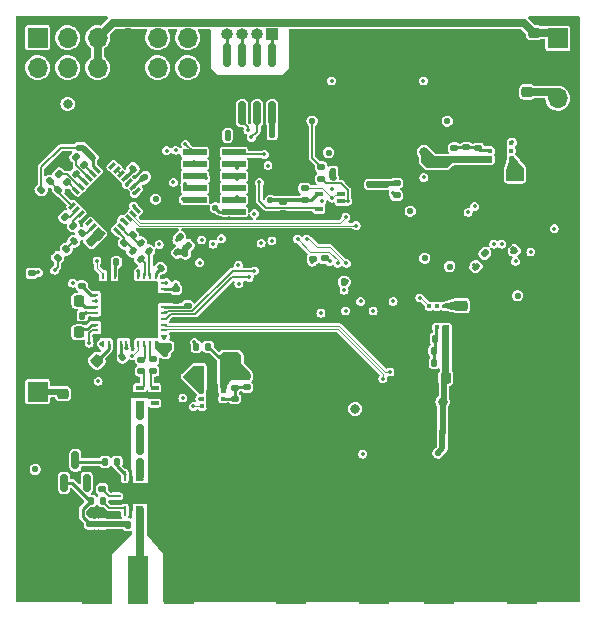
<source format=gbr>
%TF.GenerationSoftware,KiCad,Pcbnew,(6.0.4)*%
%TF.CreationDate,2023-05-19T00:46:40+09:00*%
%TF.ProjectId,RFB,5246422e-6b69-4636-9164-5f7063625858,rev?*%
%TF.SameCoordinates,Original*%
%TF.FileFunction,Copper,L6,Bot*%
%TF.FilePolarity,Positive*%
%FSLAX46Y46*%
G04 Gerber Fmt 4.6, Leading zero omitted, Abs format (unit mm)*
G04 Created by KiCad (PCBNEW (6.0.4)) date 2023-05-19 00:46:40*
%MOMM*%
%LPD*%
G01*
G04 APERTURE LIST*
G04 Aperture macros list*
%AMRoundRect*
0 Rectangle with rounded corners*
0 $1 Rounding radius*
0 $2 $3 $4 $5 $6 $7 $8 $9 X,Y pos of 4 corners*
0 Add a 4 corners polygon primitive as box body*
4,1,4,$2,$3,$4,$5,$6,$7,$8,$9,$2,$3,0*
0 Add four circle primitives for the rounded corners*
1,1,$1+$1,$2,$3*
1,1,$1+$1,$4,$5*
1,1,$1+$1,$6,$7*
1,1,$1+$1,$8,$9*
0 Add four rect primitives between the rounded corners*
20,1,$1+$1,$2,$3,$4,$5,0*
20,1,$1+$1,$4,$5,$6,$7,0*
20,1,$1+$1,$6,$7,$8,$9,0*
20,1,$1+$1,$8,$9,$2,$3,0*%
%AMRotRect*
0 Rectangle, with rotation*
0 The origin of the aperture is its center*
0 $1 length*
0 $2 width*
0 $3 Rotation angle, in degrees counterclockwise*
0 Add horizontal line*
21,1,$1,$2,0,0,$3*%
G04 Aperture macros list end*
%TA.AperFunction,SMDPad,CuDef*%
%ADD10R,2.000000X0.500000*%
%TD*%
%TA.AperFunction,SMDPad,CuDef*%
%ADD11R,2.665000X4.190000*%
%TD*%
%TA.AperFunction,SMDPad,CuDef*%
%ADD12R,0.460000X0.890000*%
%TD*%
%TA.AperFunction,ComponentPad*%
%ADD13C,0.970000*%
%TD*%
%TA.AperFunction,ComponentPad*%
%ADD14C,2.600000*%
%TD*%
%TA.AperFunction,ConnectorPad*%
%ADD15C,3.800000*%
%TD*%
%TA.AperFunction,SMDPad,CuDef*%
%ADD16RoundRect,0.135000X0.035355X-0.226274X0.226274X-0.035355X-0.035355X0.226274X-0.226274X0.035355X0*%
%TD*%
%TA.AperFunction,ComponentPad*%
%ADD17R,1.700000X1.700000*%
%TD*%
%TA.AperFunction,ComponentPad*%
%ADD18O,1.700000X1.700000*%
%TD*%
%TA.AperFunction,ComponentPad*%
%ADD19C,0.500000*%
%TD*%
%TA.AperFunction,SMDPad,CuDef*%
%ADD20R,2.500000X2.500000*%
%TD*%
%TA.AperFunction,SMDPad,CuDef*%
%ADD21RoundRect,0.140000X-0.170000X0.140000X-0.170000X-0.140000X0.170000X-0.140000X0.170000X0.140000X0*%
%TD*%
%TA.AperFunction,SMDPad,CuDef*%
%ADD22RotRect,2.500000X2.500000X135.000000*%
%TD*%
%TA.AperFunction,SMDPad,CuDef*%
%ADD23R,5.600000X5.600000*%
%TD*%
%TA.AperFunction,ComponentPad*%
%ADD24R,1.000000X1.000000*%
%TD*%
%TA.AperFunction,ComponentPad*%
%ADD25O,1.000000X1.000000*%
%TD*%
%TA.AperFunction,SMDPad,CuDef*%
%ADD26RoundRect,0.225000X0.225000X0.250000X-0.225000X0.250000X-0.225000X-0.250000X0.225000X-0.250000X0*%
%TD*%
%TA.AperFunction,SMDPad,CuDef*%
%ADD27RoundRect,0.135000X0.226274X0.035355X0.035355X0.226274X-0.226274X-0.035355X-0.035355X-0.226274X0*%
%TD*%
%TA.AperFunction,SMDPad,CuDef*%
%ADD28RoundRect,0.225000X-0.017678X0.335876X-0.335876X0.017678X0.017678X-0.335876X0.335876X-0.017678X0*%
%TD*%
%TA.AperFunction,SMDPad,CuDef*%
%ADD29RoundRect,0.093750X-0.093750X-0.106250X0.093750X-0.106250X0.093750X0.106250X-0.093750X0.106250X0*%
%TD*%
%TA.AperFunction,SMDPad,CuDef*%
%ADD30R,1.000000X1.600000*%
%TD*%
%TA.AperFunction,SMDPad,CuDef*%
%ADD31RoundRect,0.140000X0.140000X0.170000X-0.140000X0.170000X-0.140000X-0.170000X0.140000X-0.170000X0*%
%TD*%
%TA.AperFunction,SMDPad,CuDef*%
%ADD32RotRect,0.250000X0.600000X45.000000*%
%TD*%
%TA.AperFunction,SMDPad,CuDef*%
%ADD33RotRect,0.250000X0.600000X135.000000*%
%TD*%
%TA.AperFunction,SMDPad,CuDef*%
%ADD34RotRect,3.100000X3.100000X135.000000*%
%TD*%
%TA.AperFunction,SMDPad,CuDef*%
%ADD35RoundRect,0.135000X-0.135000X-0.185000X0.135000X-0.185000X0.135000X0.185000X-0.135000X0.185000X0*%
%TD*%
%TA.AperFunction,SMDPad,CuDef*%
%ADD36RoundRect,0.225000X-0.250000X0.225000X-0.250000X-0.225000X0.250000X-0.225000X0.250000X0.225000X0*%
%TD*%
%TA.AperFunction,SMDPad,CuDef*%
%ADD37RoundRect,0.135000X0.135000X0.185000X-0.135000X0.185000X-0.135000X-0.185000X0.135000X-0.185000X0*%
%TD*%
%TA.AperFunction,SMDPad,CuDef*%
%ADD38RoundRect,0.140000X-0.140000X-0.170000X0.140000X-0.170000X0.140000X0.170000X-0.140000X0.170000X0*%
%TD*%
%TA.AperFunction,SMDPad,CuDef*%
%ADD39RoundRect,0.135000X0.185000X-0.135000X0.185000X0.135000X-0.185000X0.135000X-0.185000X-0.135000X0*%
%TD*%
%TA.AperFunction,SMDPad,CuDef*%
%ADD40RoundRect,0.147500X-0.147500X-0.172500X0.147500X-0.172500X0.147500X0.172500X-0.147500X0.172500X0*%
%TD*%
%TA.AperFunction,SMDPad,CuDef*%
%ADD41RoundRect,0.135000X-0.185000X0.135000X-0.185000X-0.135000X0.185000X-0.135000X0.185000X0.135000X0*%
%TD*%
%TA.AperFunction,SMDPad,CuDef*%
%ADD42R,1.780000X4.190000*%
%TD*%
%TA.AperFunction,SMDPad,CuDef*%
%ADD43RoundRect,0.093750X0.106250X-0.093750X0.106250X0.093750X-0.106250X0.093750X-0.106250X-0.093750X0*%
%TD*%
%TA.AperFunction,SMDPad,CuDef*%
%ADD44R,1.600000X1.000000*%
%TD*%
%TA.AperFunction,SMDPad,CuDef*%
%ADD45RoundRect,0.140000X0.170000X-0.140000X0.170000X0.140000X-0.170000X0.140000X-0.170000X-0.140000X0*%
%TD*%
%TA.AperFunction,SMDPad,CuDef*%
%ADD46RoundRect,0.140000X-0.219203X-0.021213X-0.021213X-0.219203X0.219203X0.021213X0.021213X0.219203X0*%
%TD*%
%TA.AperFunction,SMDPad,CuDef*%
%ADD47RoundRect,0.140000X-0.021213X0.219203X-0.219203X0.021213X0.021213X-0.219203X0.219203X-0.021213X0*%
%TD*%
%TA.AperFunction,SMDPad,CuDef*%
%ADD48RoundRect,0.150000X0.150000X-0.587500X0.150000X0.587500X-0.150000X0.587500X-0.150000X-0.587500X0*%
%TD*%
%TA.AperFunction,SMDPad,CuDef*%
%ADD49RoundRect,0.093750X0.093750X0.106250X-0.093750X0.106250X-0.093750X-0.106250X0.093750X-0.106250X0*%
%TD*%
%TA.AperFunction,SMDPad,CuDef*%
%ADD50R,0.249999X0.599999*%
%TD*%
%TA.AperFunction,SMDPad,CuDef*%
%ADD51R,0.599999X0.249999*%
%TD*%
%TA.AperFunction,SMDPad,CuDef*%
%ADD52R,4.500001X4.500001*%
%TD*%
%TA.AperFunction,SMDPad,CuDef*%
%ADD53RoundRect,0.225000X0.017678X-0.335876X0.335876X-0.017678X-0.017678X0.335876X-0.335876X0.017678X0*%
%TD*%
%TA.AperFunction,SMDPad,CuDef*%
%ADD54RoundRect,0.147500X-0.172500X0.147500X-0.172500X-0.147500X0.172500X-0.147500X0.172500X0.147500X0*%
%TD*%
%TA.AperFunction,SMDPad,CuDef*%
%ADD55RoundRect,0.135000X-0.226274X-0.035355X-0.035355X-0.226274X0.226274X0.035355X0.035355X0.226274X0*%
%TD*%
%TA.AperFunction,SMDPad,CuDef*%
%ADD56RoundRect,0.140000X0.021213X-0.219203X0.219203X-0.021213X-0.021213X0.219203X-0.219203X0.021213X0*%
%TD*%
%TA.AperFunction,SMDPad,CuDef*%
%ADD57R,0.650000X0.400000*%
%TD*%
%TA.AperFunction,SMDPad,CuDef*%
%ADD58RoundRect,0.135000X-0.035355X0.226274X-0.226274X0.035355X0.035355X-0.226274X0.226274X-0.035355X0*%
%TD*%
%TA.AperFunction,SMDPad,CuDef*%
%ADD59RoundRect,0.150000X0.150000X-0.825000X0.150000X0.825000X-0.150000X0.825000X-0.150000X-0.825000X0*%
%TD*%
%TA.AperFunction,SMDPad,CuDef*%
%ADD60RoundRect,0.225000X-0.225000X-0.250000X0.225000X-0.250000X0.225000X0.250000X-0.225000X0.250000X0*%
%TD*%
%TA.AperFunction,SMDPad,CuDef*%
%ADD61R,0.700000X0.350000*%
%TD*%
%TA.AperFunction,SMDPad,CuDef*%
%ADD62RoundRect,0.062500X-0.062500X0.325000X-0.062500X-0.325000X0.062500X-0.325000X0.062500X0.325000X0*%
%TD*%
%TA.AperFunction,SMDPad,CuDef*%
%ADD63RoundRect,0.062500X-0.325000X0.062500X-0.325000X-0.062500X0.325000X-0.062500X0.325000X0.062500X0*%
%TD*%
%TA.AperFunction,SMDPad,CuDef*%
%ADD64R,1.750000X1.750000*%
%TD*%
%TA.AperFunction,SMDPad,CuDef*%
%ADD65RoundRect,0.140000X0.219203X0.021213X0.021213X0.219203X-0.219203X-0.021213X-0.021213X-0.219203X0*%
%TD*%
%TA.AperFunction,ViaPad*%
%ADD66C,0.350000*%
%TD*%
%TA.AperFunction,ViaPad*%
%ADD67C,0.550000*%
%TD*%
%TA.AperFunction,ViaPad*%
%ADD68C,0.800000*%
%TD*%
%TA.AperFunction,Conductor*%
%ADD69C,0.160000*%
%TD*%
%TA.AperFunction,Conductor*%
%ADD70C,0.500000*%
%TD*%
%TA.AperFunction,Conductor*%
%ADD71C,0.670000*%
%TD*%
%TA.AperFunction,Conductor*%
%ADD72C,0.250000*%
%TD*%
%TA.AperFunction,Conductor*%
%ADD73C,0.101600*%
%TD*%
%TA.AperFunction,Conductor*%
%ADD74C,0.190000*%
%TD*%
%TA.AperFunction,Conductor*%
%ADD75C,0.090000*%
%TD*%
%TA.AperFunction,Conductor*%
%ADD76C,0.146812*%
%TD*%
%TA.AperFunction,Conductor*%
%ADD77C,0.350000*%
%TD*%
G04 APERTURE END LIST*
D10*
%TO.P,J10,1,Pin_1*%
%TO.N,GND*%
X48261000Y-72883400D03*
%TO.P,J10,2,Pin_2*%
%TO.N,VCC*%
X51561000Y-72883400D03*
%TO.P,J10,3,Pin_3*%
%TO.N,/STM_GPA0*%
X48261000Y-71883400D03*
%TO.P,J10,4,Pin_4*%
%TO.N,/STM_GPA1*%
X51561000Y-71883400D03*
%TO.P,J10,5,Pin_5*%
%TO.N,/STM_GPB8*%
X48261000Y-70883400D03*
%TO.P,J10,6,Pin_6*%
%TO.N,/STM_GPA5*%
X51561000Y-70883400D03*
%TO.P,J10,7,Pin_7*%
%TO.N,/STM_GPA3*%
X48261000Y-69883400D03*
%TO.P,J10,8,Pin_8*%
%TO.N,/STM_GPA4*%
X51561000Y-69883400D03*
%TO.P,J10,9,Pin_9*%
%TO.N,/STM_GPB5*%
X48261000Y-68883400D03*
%TO.P,J10,10,Pin_10*%
%TO.N,/STM_GPB12*%
X51561000Y-68883400D03*
%TO.P,J10,11,Pin_11*%
%TO.N,/STM_GPB4*%
X48261000Y-67883400D03*
%TO.P,J10,12,Pin_12*%
%TO.N,/STM_GPA8*%
X51561000Y-67883400D03*
%TD*%
D11*
%TO.P,J1,2,Ext*%
%TO.N,GND*%
X68961000Y-104038400D03*
D12*
X68961000Y-101498400D03*
D13*
X75946000Y-101053400D03*
X68961000Y-101053400D03*
D11*
X75946000Y-104038400D03*
D12*
X75946000Y-101498400D03*
%TD*%
D14*
%TO.P,H1,1,1*%
%TO.N,GND*%
X77673200Y-95478600D03*
D15*
X77673200Y-95478600D03*
%TD*%
D11*
%TO.P,J2,2,Ext*%
%TO.N,GND*%
X63423800Y-104038400D03*
X56438800Y-104038400D03*
D12*
X63423800Y-101498400D03*
D13*
X63423800Y-101053400D03*
D12*
X56438800Y-101498400D03*
D13*
X56438800Y-101053400D03*
%TD*%
D16*
%TO.P,R4,1*%
%TO.N,/3V3D*%
X35250176Y-71048824D03*
%TO.P,R4,2*%
%TO.N,Net-(R4-Pad2)*%
X35971424Y-70327576D03*
%TD*%
D17*
%TO.P,J9,1,Pin_1*%
%TO.N,/3V3D*%
X34950400Y-88138000D03*
D18*
%TO.P,J9,2,Pin_2*%
%TO.N,GND*%
X34950400Y-90678000D03*
%TD*%
D14*
%TO.P,H2,1,1*%
%TO.N,GND*%
X73126600Y-60452000D03*
D15*
X73126600Y-60452000D03*
%TD*%
D19*
%TO.P,U7,25,EP*%
%TO.N,GND*%
X59944700Y-78543600D03*
X58944700Y-79543600D03*
X58944700Y-78543600D03*
D20*
X58944700Y-79543600D03*
D19*
X57944700Y-78543600D03*
X57944700Y-79543600D03*
X58944700Y-80543600D03*
X59944700Y-80543600D03*
X57944700Y-80543600D03*
X59944700Y-79543600D03*
%TD*%
D21*
%TO.P,C87,1*%
%TO.N,/3V3D*%
X34442400Y-78107600D03*
%TO.P,C87,2*%
%TO.N,GND*%
X34442400Y-79067600D03*
%TD*%
D19*
%TO.P,U9,25,EP*%
%TO.N,GND*%
X73346593Y-77758610D03*
X74053700Y-77051503D03*
X72639486Y-78465717D03*
X74053700Y-78465717D03*
X73346593Y-79172824D03*
X74760807Y-77758610D03*
X74053700Y-79879931D03*
X74760807Y-79172824D03*
X75467914Y-78465717D03*
D22*
X74053700Y-78465717D03*
%TD*%
D17*
%TO.P,J7,1,Pin_1*%
%TO.N,/3V6*%
X34950400Y-58166000D03*
D18*
%TO.P,J7,2,Pin_2*%
X34950400Y-60706000D03*
%TO.P,J7,3,Pin_3*%
%TO.N,VCC*%
X37490400Y-58166000D03*
%TO.P,J7,4,Pin_4*%
X37490400Y-60706000D03*
%TO.P,J7,5,Pin_5*%
%TO.N,/12V*%
X40030400Y-58166000D03*
%TO.P,J7,6,Pin_6*%
X40030400Y-60706000D03*
%TO.P,J7,7,Pin_7*%
%TO.N,GND*%
X42570400Y-58166000D03*
%TO.P,J7,8,Pin_8*%
X42570400Y-60706000D03*
%TO.P,J7,9,Pin_9*%
%TO.N,/LNA_EN1*%
X45110400Y-58166000D03*
%TO.P,J7,10,Pin_10*%
%TO.N,/LNA_EN2*%
X45110400Y-60706000D03*
%TO.P,J7,11,Pin_11*%
%TO.N,/LNA_S1*%
X47650400Y-58166000D03*
%TO.P,J7,12,Pin_12*%
%TO.N,/LNA_S2*%
X47650400Y-60706000D03*
%TD*%
D19*
%TO.P,U8,25,GND*%
%TO.N,GND*%
X66594100Y-92342400D03*
X64594100Y-91342400D03*
X66594100Y-90342400D03*
X64594100Y-90342400D03*
X65594100Y-91342400D03*
X65594100Y-90342400D03*
X66594100Y-91342400D03*
X64594100Y-92342400D03*
X65594100Y-92342400D03*
D20*
X65594100Y-91342400D03*
%TD*%
D17*
%TO.P,J6,1,Pin_1*%
%TO.N,/12V*%
X78994000Y-58216800D03*
D18*
%TO.P,J6,2,Pin_2*%
%TO.N,GND*%
X78994000Y-60756800D03*
%TO.P,J6,3,Pin_3*%
%TO.N,/3V6*%
X78994000Y-63296800D03*
%TD*%
D23*
%TO.P,IC3,49,EP*%
%TO.N,GND*%
X63736200Y-67142900D03*
D19*
X63736200Y-68417900D03*
X63736200Y-67142900D03*
X65011200Y-68417900D03*
X62461200Y-68417900D03*
X63736200Y-69692900D03*
X61186200Y-68417900D03*
X61186200Y-67142900D03*
X62461200Y-69692900D03*
X65011200Y-64592900D03*
X66286200Y-67142900D03*
X63736200Y-64592900D03*
X66286200Y-69692900D03*
X63736200Y-65867900D03*
X61186200Y-64592900D03*
X66286200Y-68417900D03*
X62461200Y-67142900D03*
X66286200Y-64592900D03*
X65011200Y-65867900D03*
X62461200Y-65867900D03*
X66286200Y-65867900D03*
X65011200Y-69692900D03*
X62461200Y-64592900D03*
X61186200Y-69692900D03*
X65011200Y-67142900D03*
X61186200Y-65867900D03*
%TD*%
D16*
%TO.P,R7,2*%
%TO.N,Net-(R4-Pad2)*%
X36708024Y-71064176D03*
%TO.P,R7,1*%
%TO.N,GND*%
X35986776Y-71785424D03*
%TD*%
D15*
%TO.P,H3,1,1*%
%TO.N,GND*%
X51765200Y-98018600D03*
D14*
X51765200Y-98018600D03*
%TD*%
D24*
%TO.P,J5,1,Pin_1*%
%TO.N,Net-(C92-Pad1)*%
X54813200Y-57886600D03*
D25*
%TO.P,J5,2,Pin_2*%
%TO.N,Net-(C92-Pad2)*%
X53543200Y-57886600D03*
%TO.P,J5,3,Pin_3*%
%TO.N,Net-(J5-Pad3)*%
X52273200Y-57886600D03*
%TO.P,J5,4,Pin_4*%
%TO.N,Net-(J5-Pad4)*%
X51003200Y-57886600D03*
%TD*%
D26*
%TO.P,C141,1*%
%TO.N,/MIX_5VA*%
X69507100Y-86969600D03*
%TO.P,C141,2*%
%TO.N,GND*%
X67957100Y-86969600D03*
%TD*%
D27*
%TO.P,R12,1*%
%TO.N,GND*%
X73538024Y-77144824D03*
%TO.P,R12,2*%
%TO.N,Net-(R12-Pad2)*%
X72816776Y-76423576D03*
%TD*%
D28*
%TO.P,C102,1*%
%TO.N,/3V6*%
X48096808Y-86675592D03*
%TO.P,C102,2*%
%TO.N,GND*%
X47000792Y-87771608D03*
%TD*%
D29*
%TO.P,IC10,1,OUT*%
%TO.N,/ADC_1V8A*%
X73265200Y-68396200D03*
%TO.P,IC10,2,FB*%
%TO.N,Net-(C131-Pad2)*%
X73265200Y-67746200D03*
%TO.P,IC10,3,GND*%
%TO.N,GND*%
X73265200Y-67096200D03*
%TO.P,IC10,4,EN*%
%TO.N,VCC*%
X75040200Y-67096200D03*
%TO.P,IC10,5,PG*%
%TO.N,unconnected-(IC10-Pad5)*%
X75040200Y-67746200D03*
%TO.P,IC10,6,IN*%
%TO.N,/3V6*%
X75040200Y-68396200D03*
D30*
%TO.P,IC10,7,GND*%
%TO.N,GND*%
X74152700Y-67746200D03*
%TD*%
D31*
%TO.P,C69,1*%
%TO.N,/MIX_5VA*%
X69227700Y-91617800D03*
%TO.P,C69,2*%
%TO.N,GND*%
X68267700Y-91617800D03*
%TD*%
D32*
%TO.P,U2,1,GND*%
%TO.N,GND*%
X43756109Y-72392419D03*
%TO.P,U2,2,VCCOA*%
%TO.N,/3V3D*%
X43402556Y-72745973D03*
%TO.P,U2,3,CLKOUTA0*%
%TO.N,/ADC_REFCLKN*%
X43049002Y-73099526D03*
%TO.P,U2,4,\u002ACLKOUTA0*%
%TO.N,/ADC_REFCLKP*%
X42695449Y-73453080D03*
%TO.P,U2,5,VCCOA*%
%TO.N,/3V3D*%
X42341896Y-73806633D03*
%TO.P,U2,6,CLKOUTA1*%
%TO.N,/PLL_REFCLKN*%
X41988342Y-74160186D03*
%TO.P,U2,7,\u002ACLKOUTA1*%
%TO.N,/PLL_REFCLKP*%
X41634789Y-74513740D03*
%TO.P,U2,8,GND*%
%TO.N,GND*%
X41281235Y-74867293D03*
D33*
%TO.P,U2,9,CLKOUT_TYPE0*%
%TO.N,/3V3D*%
X40361997Y-74867293D03*
%TO.P,U2,10,VCC*%
X40008443Y-74513740D03*
%TO.P,U2,11,OSCIN*%
%TO.N,Net-(C90-Pad2)*%
X39654890Y-74160186D03*
%TO.P,U2,12,OSCOUT*%
%TO.N,unconnected-(U2-Pad12)*%
X39301336Y-73806633D03*
%TO.P,U2,13,CLKIN_SEL0*%
%TO.N,GND*%
X38947783Y-73453080D03*
%TO.P,U2,14,CLKIN0*%
%TO.N,Net-(R44-Pad2)*%
X38594230Y-73099526D03*
%TO.P,U2,15,\u002ACLKIN0*%
%TO.N,Net-(R44-Pad1)*%
X38240676Y-72745973D03*
%TO.P,U2,16,CLKIN_SEL1*%
%TO.N,Net-(R4-Pad2)*%
X37887123Y-72392419D03*
D32*
%TO.P,U2,17,GND*%
%TO.N,GND*%
X37887123Y-71473181D03*
%TO.P,U2,18,\u002ACLKOUTB1*%
%TO.N,Net-(R2-Pad1)*%
X38240676Y-71119627D03*
%TO.P,U2,19,CLKOUTB1*%
%TO.N,Net-(R2-Pad2)*%
X38594230Y-70766074D03*
%TO.P,U2,20,VCCOB*%
%TO.N,/3V3D*%
X38947783Y-70412520D03*
%TO.P,U2,21,\u002ACLKOUTB0*%
%TO.N,Net-(R3-Pad1)*%
X39301336Y-70058967D03*
%TO.P,U2,22,CLKOUTB0*%
%TO.N,Net-(R3-Pad2)*%
X39654890Y-69705414D03*
%TO.P,U2,23,VCCOB*%
%TO.N,/3V3D*%
X40008443Y-69351860D03*
%TO.P,U2,24,GND*%
%TO.N,GND*%
X40361997Y-68998307D03*
D33*
%TO.P,U2,25,NC*%
%TO.N,unconnected-(U2-Pad25)*%
X41281235Y-68998307D03*
%TO.P,U2,26,\u002ACLKIN1*%
%TO.N,Net-(U2-Pad26)*%
X41634789Y-69351860D03*
%TO.P,U2,27,CLKIN1*%
X41988342Y-69705414D03*
%TO.P,U2,28,VCC*%
%TO.N,/3V3D*%
X42341896Y-70058967D03*
%TO.P,U2,29,REFOUT*%
%TO.N,/MCU_REFCLK*%
X42695449Y-70412520D03*
%TO.P,U2,30,VCCOC*%
%TO.N,VCC*%
X43049002Y-70766074D03*
%TO.P,U2,31,REFOUT_EN*%
%TO.N,/3V3D*%
X43402556Y-71119627D03*
%TO.P,U2,32,CLKOUT_TYPE1*%
%TO.N,GND*%
X43756109Y-71473181D03*
D34*
%TO.P,U2,33,EPAD*%
X40821616Y-71932800D03*
%TD*%
D35*
%TO.P,R75,1*%
%TO.N,GND*%
X67598100Y-83667600D03*
%TO.P,R75,2*%
%TO.N,Net-(C132-Pad2)*%
X68618100Y-83667600D03*
%TD*%
D36*
%TO.P,C122,1*%
%TO.N,/12V*%
X70853300Y-80860600D03*
%TO.P,C122,2*%
%TO.N,GND*%
X70853300Y-82410600D03*
%TD*%
D37*
%TO.P,R50,1*%
%TO.N,VCC*%
X49405000Y-84328000D03*
%TO.P,R50,2*%
%TO.N,/SPI_CS_PLL*%
X48385000Y-84328000D03*
%TD*%
%TO.P,R47,1*%
%TO.N,Net-(IC5-Pad1)*%
X41681400Y-94081600D03*
%TO.P,R47,2*%
%TO.N,Net-(Q2-Pad3)*%
X40661400Y-94081600D03*
%TD*%
D38*
%TO.P,C56,1*%
%TO.N,GND*%
X59941300Y-78857800D03*
%TO.P,C56,2*%
%TO.N,/IF_VCM*%
X60901300Y-78857800D03*
%TD*%
%TO.P,C30,1*%
%TO.N,GND*%
X37775000Y-81711800D03*
%TO.P,C30,2*%
%TO.N,Net-(C30-Pad2)*%
X38735000Y-81711800D03*
%TD*%
D31*
%TO.P,C7,1*%
%TO.N,GND*%
X70497700Y-83667600D03*
%TO.P,C7,2*%
%TO.N,/MIX_5VA*%
X69537700Y-83667600D03*
%TD*%
D39*
%TO.P,R68,1*%
%TO.N,Net-(C116-Pad2)*%
X51638200Y-87782400D03*
%TO.P,R68,2*%
%TO.N,VCC*%
X51638200Y-86762400D03*
%TD*%
D26*
%TO.P,C121,1*%
%TO.N,/3V6*%
X75095400Y-69824600D03*
%TO.P,C121,2*%
%TO.N,GND*%
X73545400Y-69824600D03*
%TD*%
D40*
%TO.P,L13,1,1*%
%TO.N,/PA_8VA*%
X42618800Y-99390200D03*
%TO.P,L13,2,2*%
%TO.N,/PA/RF_O*%
X43588800Y-99390200D03*
%TD*%
D41*
%TO.P,R52,1*%
%TO.N,/1V8D*%
X58953400Y-69084001D03*
%TO.P,R52,2*%
%TO.N,/ADC/ADC_SDO*%
X58953400Y-70104001D03*
%TD*%
D31*
%TO.P,C13,1*%
%TO.N,GND*%
X46733400Y-84861400D03*
%TO.P,C13,2*%
%TO.N,/PLL_3V3A*%
X45773400Y-84861400D03*
%TD*%
D39*
%TO.P,R23,1*%
%TO.N,GND*%
X59245500Y-77873200D03*
%TO.P,R23,2*%
%TO.N,Net-(R23-Pad2)*%
X59245500Y-76853200D03*
%TD*%
D42*
%TO.P,J3,1,In*%
%TO.N,/PA/RF_O*%
X43434000Y-104038400D03*
D12*
%TO.P,J3,2,Ext*%
%TO.N,GND*%
X46926500Y-101498400D03*
D11*
X39941500Y-104038400D03*
D13*
X39941500Y-101053400D03*
D12*
X39941500Y-101498400D03*
D13*
X46926500Y-101053400D03*
D11*
X46926500Y-104038400D03*
%TD*%
D43*
%TO.P,IC2,1,OUT*%
%TO.N,/MIX_5VA*%
X69426900Y-82675500D03*
%TO.P,IC2,2,FB*%
%TO.N,Net-(C132-Pad2)*%
X68776900Y-82675500D03*
%TO.P,IC2,3,GND*%
%TO.N,GND*%
X68126900Y-82675500D03*
%TO.P,IC2,4,EN*%
%TO.N,VCC*%
X68126900Y-80900500D03*
%TO.P,IC2,5,PG*%
%TO.N,unconnected-(IC2-Pad5)*%
X68776900Y-80900500D03*
%TO.P,IC2,6,IN*%
%TO.N,/12V*%
X69426900Y-80900500D03*
D44*
%TO.P,IC2,7,GND*%
%TO.N,GND*%
X68776900Y-81788000D03*
%TD*%
D45*
%TO.P,C39,1*%
%TO.N,/ADC_1V8A*%
X63129100Y-70582000D03*
%TO.P,C39,2*%
%TO.N,GND*%
X63129100Y-69622000D03*
%TD*%
D46*
%TO.P,C27,1*%
%TO.N,/PLL_REFCLKN*%
X43688000Y-75539600D03*
%TO.P,C27,2*%
%TO.N,Net-(C27-Pad2)*%
X44366822Y-76218422D03*
%TD*%
D21*
%TO.P,C48,1*%
%TO.N,/IF_VCM*%
X58229500Y-76883200D03*
%TO.P,C48,2*%
%TO.N,GND*%
X58229500Y-77843200D03*
%TD*%
D40*
%TO.P,L11,1,1*%
%TO.N,Net-(C96-Pad2)*%
X43586400Y-92176600D03*
%TO.P,L11,2,2*%
%TO.N,GND*%
X44556400Y-92176600D03*
%TD*%
D47*
%TO.P,C8,1*%
%TO.N,GND*%
X40252022Y-67570978D03*
%TO.P,C8,2*%
%TO.N,/3V3D*%
X39573200Y-68249800D03*
%TD*%
D21*
%TO.P,C17,1*%
%TO.N,GND*%
X47650400Y-79888200D03*
%TO.P,C17,2*%
%TO.N,/PLL_3V3A*%
X47650400Y-80848200D03*
%TD*%
D46*
%TO.P,C26,1*%
%TO.N,/PLL_REFCLKP*%
X42992989Y-76241589D03*
%TO.P,C26,2*%
%TO.N,Net-(C26-Pad2)*%
X43671811Y-76920411D03*
%TD*%
D45*
%TO.P,C42,1*%
%TO.N,/ADC_1V8A*%
X64322900Y-70582000D03*
%TO.P,C42,2*%
%TO.N,GND*%
X64322900Y-69622000D03*
%TD*%
D31*
%TO.P,C132,1*%
%TO.N,/MIX_5VA*%
X69507100Y-85699600D03*
%TO.P,C132,2*%
%TO.N,Net-(C132-Pad2)*%
X68547100Y-85699600D03*
%TD*%
D21*
%TO.P,C97,1*%
%TO.N,Net-(C96-Pad2)*%
X43586400Y-93167200D03*
%TO.P,C97,2*%
%TO.N,Net-(C97-Pad2)*%
X43586400Y-94127200D03*
%TD*%
D45*
%TO.P,C34,1*%
%TO.N,GND*%
X72273100Y-69436400D03*
%TO.P,C34,2*%
%TO.N,/ADC_1V8A*%
X72273100Y-68476400D03*
%TD*%
D46*
%TO.P,C3,1*%
%TO.N,GND*%
X37497378Y-68993378D03*
%TO.P,C3,2*%
%TO.N,/3V3D*%
X38176200Y-69672200D03*
%TD*%
D48*
%TO.P,Q2,1,G*%
%TO.N,Net-(Q1-Pad3)*%
X39100800Y-95831900D03*
%TO.P,Q2,2,S*%
%TO.N,/PA_8VA*%
X37200800Y-95831900D03*
%TO.P,Q2,3,D*%
%TO.N,Net-(Q2-Pad3)*%
X38150800Y-93956900D03*
%TD*%
D39*
%TO.P,R63,1*%
%TO.N,/ADC_RESET*%
X65338900Y-71499001D03*
%TO.P,R63,2*%
%TO.N,/ADC_1V8A*%
X65338900Y-70479001D03*
%TD*%
D21*
%TO.P,C32,1*%
%TO.N,Net-(C32-Pad1)*%
X46659800Y-79456400D03*
%TO.P,C32,2*%
%TO.N,GND*%
X46659800Y-80416400D03*
%TD*%
D49*
%TO.P,IC8,1,OUT*%
%TO.N,VCC*%
X50646100Y-88072200D03*
%TO.P,IC8,2,FB*%
%TO.N,Net-(C116-Pad2)*%
X50646100Y-88722200D03*
%TO.P,IC8,3,GND*%
%TO.N,GND*%
X50646100Y-89372200D03*
%TO.P,IC8,4,EN*%
%TO.N,/3V3D*%
X48871100Y-89372200D03*
%TO.P,IC8,5,PG*%
%TO.N,/Power/2V5_PG*%
X48871100Y-88722200D03*
%TO.P,IC8,6,IN*%
%TO.N,/3V6*%
X48871100Y-88072200D03*
D30*
%TO.P,IC8,7,GND*%
%TO.N,GND*%
X49758600Y-88722200D03*
%TD*%
D38*
%TO.P,C11,1*%
%TO.N,GND*%
X49685000Y-86918800D03*
%TO.P,C11,2*%
%TO.N,VCC*%
X50645000Y-86918800D03*
%TD*%
D21*
%TO.P,C116,1*%
%TO.N,VCC*%
X52654200Y-86771599D03*
%TO.P,C116,2*%
%TO.N,Net-(C116-Pad2)*%
X52654200Y-87731599D03*
%TD*%
D50*
%TO.P,U4,1,CE*%
%TO.N,/PLL_CE*%
X40472797Y-78303801D03*
%TO.P,U4,2,GND*%
%TO.N,GND*%
X40972796Y-78303801D03*
%TO.P,U4,3,VBIASVCO*%
%TO.N,Net-(C24-Pad2)*%
X41472797Y-78303801D03*
%TO.P,U4,4,GND*%
%TO.N,GND*%
X41972796Y-78303801D03*
%TO.P,U4,5,SYNC*%
X42472798Y-78303801D03*
%TO.P,U4,6,GND*%
X42972797Y-78303801D03*
%TO.P,U4,7,VCCDIG*%
%TO.N,/PLL_3V3A*%
X43472796Y-78303801D03*
%TO.P,U4,8,OSCINP*%
%TO.N,Net-(C26-Pad2)*%
X43972797Y-78303801D03*
%TO.P,U4,9,OSCINM*%
%TO.N,Net-(C27-Pad2)*%
X44472796Y-78303801D03*
%TO.P,U4,10,VREGIN*%
%TO.N,Net-(C22-Pad2)*%
X44972798Y-78303801D03*
D51*
%TO.P,U4,11,VCCCP*%
%TO.N,/PLL_3V3A*%
X45622797Y-78953799D03*
%TO.P,U4,12,CPOUT*%
%TO.N,Net-(C32-Pad1)*%
X45622797Y-79453798D03*
%TO.P,U4,13,GND*%
%TO.N,GND*%
X45622797Y-79953800D03*
%TO.P,U4,14,GND*%
X45622797Y-80453799D03*
%TO.P,U4,15,VCCMASH*%
%TO.N,/PLL_3V3A*%
X45622797Y-80953800D03*
%TO.P,U4,16,SCK*%
%TO.N,/SPI_SCK*%
X45622797Y-81453800D03*
%TO.P,U4,17,SDI*%
%TO.N,/SPI_MOSI*%
X45622797Y-81953798D03*
%TO.P,U4,18,RFOUTBM*%
%TO.N,/PLL_RFMXP*%
X45622797Y-82453800D03*
%TO.P,U4,19,RFOUTBP*%
%TO.N,/PLL_RFMXN*%
X45622797Y-82953799D03*
%TO.P,U4,20,MUXOUT*%
%TO.N,/Generator/MUXOUT*%
X45622797Y-83453801D03*
D50*
%TO.P,U4,21,VCCBUF*%
%TO.N,/PLL_3V3A*%
X44972798Y-84103799D03*
%TO.P,U4,22,RFOUTAM*%
%TO.N,Net-(C29-Pad2)*%
X44472796Y-84103799D03*
%TO.P,U4,23,RFOUTAP*%
%TO.N,Net-(C28-Pad2)*%
X43972797Y-84103799D03*
%TO.P,U4,24,CSB*%
%TO.N,/SPI_CS_PLL*%
X43472796Y-84103799D03*
%TO.P,U4,25,GND*%
%TO.N,GND*%
X42972797Y-84103799D03*
%TO.P,U4,26,VCCVCO2*%
%TO.N,/PLL_3V3A*%
X42472798Y-84103799D03*
%TO.P,U4,27,VBIASVCO2*%
%TO.N,Net-(C21-Pad2)*%
X41972796Y-84103799D03*
%TO.P,U4,28,SYSREFREQ*%
%TO.N,GND*%
X41472797Y-84103799D03*
%TO.P,U4,29,VREFVCO2*%
%TO.N,Net-(C20-Pad2)*%
X40972796Y-84103799D03*
%TO.P,U4,30,RAMPCLK*%
%TO.N,/PLL_RAMPCLK*%
X40472797Y-84103799D03*
D51*
%TO.P,U4,31,GND*%
%TO.N,GND*%
X39822798Y-83453801D03*
%TO.P,U4,32,RAMPDIR*%
%TO.N,/PLL_RAMPDIR*%
X39822798Y-82953799D03*
%TO.P,U4,33,VBIASVARAC*%
%TO.N,Net-(C25-Pad2)*%
X39822798Y-82453800D03*
%TO.P,U4,34,GND*%
%TO.N,GND*%
X39822798Y-81953798D03*
%TO.P,U4,35,VTUNE*%
%TO.N,Net-(C30-Pad2)*%
X39822798Y-81453800D03*
%TO.P,U4,36,VREFVCO*%
%TO.N,Net-(C19-Pad2)*%
X39822798Y-80953800D03*
%TO.P,U4,37,VCCVCO*%
%TO.N,/PLL_3V3A*%
X39822798Y-80453799D03*
%TO.P,U4,38,VREGVCO*%
%TO.N,Net-(C23-Pad2)*%
X39822798Y-79953800D03*
%TO.P,U4,39,GND*%
%TO.N,GND*%
X39822798Y-79453798D03*
%TO.P,U4,40,GND*%
X39822798Y-78953799D03*
D19*
%TO.P,U4,41,GND*%
X43422800Y-83203800D03*
X43452800Y-79203800D03*
X40722800Y-80473800D03*
X41992800Y-83203800D03*
X43452800Y-80473800D03*
X41992800Y-80473800D03*
X44722800Y-81933800D03*
X43452800Y-81933800D03*
D52*
X42722797Y-81203800D03*
D19*
X41992800Y-81933800D03*
X44722800Y-80473800D03*
X41992800Y-79203800D03*
X40722800Y-81933800D03*
%TD*%
D38*
%TO.P,C24,1*%
%TO.N,GND*%
X40670600Y-77165200D03*
%TO.P,C24,2*%
%TO.N,Net-(C24-Pad2)*%
X41630600Y-77165200D03*
%TD*%
D37*
%TO.P,R48,1*%
%TO.N,Net-(IC5-Pad12)*%
X40466200Y-97381000D03*
%TO.P,R48,2*%
%TO.N,/PA_8VA*%
X39446200Y-97381000D03*
%TD*%
D46*
%TO.P,C76,1*%
%TO.N,/IF_VCM*%
X72063289Y-77536989D03*
%TO.P,C76,2*%
%TO.N,GND*%
X72742111Y-78215811D03*
%TD*%
D53*
%TO.P,C20,1*%
%TO.N,GND*%
X38883584Y-86617816D03*
%TO.P,C20,2*%
%TO.N,Net-(C20-Pad2)*%
X39979600Y-85521800D03*
%TD*%
D36*
%TO.P,C33,1*%
%TO.N,/12V*%
X76962000Y-57746600D03*
%TO.P,C33,2*%
%TO.N,GND*%
X76962000Y-59296600D03*
%TD*%
D31*
%TO.P,C43,1*%
%TO.N,/ADC_1V8A*%
X67726500Y-68400200D03*
%TO.P,C43,2*%
%TO.N,GND*%
X66766500Y-68400200D03*
%TD*%
D38*
%TO.P,C38,1*%
%TO.N,/ADC_1V8A*%
X59946600Y-69519800D03*
%TO.P,C38,2*%
%TO.N,GND*%
X60906600Y-69519800D03*
%TD*%
D21*
%TO.P,C95,1*%
%TO.N,VCC*%
X55727600Y-72037000D03*
%TO.P,C95,2*%
%TO.N,GND*%
X55727600Y-72997000D03*
%TD*%
D46*
%TO.P,C103,1*%
%TO.N,GND*%
X46117189Y-75657389D03*
%TO.P,C103,2*%
%TO.N,VCC*%
X46796011Y-76336211D03*
%TD*%
D41*
%TO.P,R73,1*%
%TO.N,GND*%
X72273100Y-66518600D03*
%TO.P,R73,2*%
%TO.N,Net-(C131-Pad2)*%
X72273100Y-67538600D03*
%TD*%
D21*
%TO.P,C96,1*%
%TO.N,/PLL_RFPA*%
X43586400Y-90226000D03*
%TO.P,C96,2*%
%TO.N,Net-(C96-Pad2)*%
X43586400Y-91186000D03*
%TD*%
D54*
%TO.P,L12,1,1*%
%TO.N,GND*%
X40411400Y-95402400D03*
%TO.P,L12,2,2*%
%TO.N,Net-(IC5-Pad14)*%
X40411400Y-96372400D03*
%TD*%
D45*
%TO.P,C131,1*%
%TO.N,/ADC_1V8A*%
X70241100Y-68473800D03*
%TO.P,C131,2*%
%TO.N,Net-(C131-Pad2)*%
X70241100Y-67513800D03*
%TD*%
D47*
%TO.P,C4,1*%
%TO.N,GND*%
X43706422Y-68561578D03*
%TO.P,C4,2*%
%TO.N,/3V3D*%
X43027600Y-69240400D03*
%TD*%
D55*
%TO.P,R49,1*%
%TO.N,/STM_NRST*%
X46979952Y-75046952D03*
%TO.P,R49,2*%
%TO.N,VCC*%
X47701200Y-75768200D03*
%TD*%
D56*
%TO.P,C84,1*%
%TO.N,GND*%
X74641389Y-76844211D03*
%TO.P,C84,2*%
%TO.N,/IF_VCM*%
X75320211Y-76165389D03*
%TD*%
D57*
%TO.P,U13,1*%
%TO.N,/SPI_CS_ADC*%
X60655200Y-71359000D03*
%TO.P,U13,2*%
%TO.N,/ADC/ADC_SDO*%
X60655200Y-72009000D03*
%TO.P,U13,3,GND*%
%TO.N,GND*%
X60655200Y-72659000D03*
%TO.P,U13,4*%
%TO.N,/SPI_MISO*%
X58755200Y-72659000D03*
%TO.P,U13,5,VCC*%
%TO.N,VCC*%
X58755200Y-71359000D03*
%TD*%
D58*
%TO.P,R5,1*%
%TO.N,/PLL_REFCLKN*%
X43007224Y-74848776D03*
%TO.P,R5,2*%
%TO.N,/PLL_REFCLKP*%
X42285976Y-75570024D03*
%TD*%
D45*
%TO.P,C28,1*%
%TO.N,Net-(C28-Pad1)*%
X43723400Y-86375200D03*
%TO.P,C28,2*%
%TO.N,Net-(C28-Pad2)*%
X43723400Y-85415200D03*
%TD*%
%TO.P,C29,1*%
%TO.N,Net-(C29-Pad1)*%
X44739400Y-86370000D03*
%TO.P,C29,2*%
%TO.N,Net-(C29-Pad2)*%
X44739400Y-85410000D03*
%TD*%
D36*
%TO.P,C106,1*%
%TO.N,/3V6*%
X76403200Y-62750400D03*
%TO.P,C106,2*%
%TO.N,GND*%
X76403200Y-64300400D03*
%TD*%
D21*
%TO.P,C99,1*%
%TO.N,GND*%
X40436800Y-98374200D03*
%TO.P,C99,2*%
%TO.N,/PA_8VA*%
X40436800Y-99334200D03*
%TD*%
D35*
%TO.P,R74,1*%
%TO.N,Net-(C132-Pad2)*%
X68512500Y-84683600D03*
%TO.P,R74,2*%
%TO.N,/MIX_5VA*%
X69532500Y-84683600D03*
%TD*%
D59*
%TO.P,U6,1,VCC1*%
%TO.N,VCC*%
X54813200Y-64563800D03*
%TO.P,U6,2,RXD*%
%TO.N,/CAN_R*%
X53543200Y-64563800D03*
%TO.P,U6,3,TXD*%
%TO.N,/CAN_T*%
X52273200Y-64563800D03*
%TO.P,U6,4,GND1*%
%TO.N,GND*%
X51003200Y-64563800D03*
%TO.P,U6,5,CANL*%
%TO.N,Net-(J5-Pad4)*%
X51003200Y-59613800D03*
%TO.P,U6,6,CANH*%
%TO.N,Net-(J5-Pad3)*%
X52273200Y-59613800D03*
%TO.P,U6,7,GND2*%
%TO.N,Net-(C92-Pad2)*%
X53543200Y-59613800D03*
%TO.P,U6,8,VCC2*%
%TO.N,Net-(C92-Pad1)*%
X54813200Y-59613800D03*
%TD*%
D16*
%TO.P,R1,1*%
%TO.N,Net-(R1-Pad1)*%
X36647176Y-76789224D03*
%TO.P,R1,2*%
%TO.N,Net-(C90-Pad1)*%
X37368424Y-76067976D03*
%TD*%
D55*
%TO.P,R44,1*%
%TO.N,Net-(R44-Pad1)*%
X37251752Y-73345152D03*
%TO.P,R44,2*%
%TO.N,Net-(R44-Pad2)*%
X37973000Y-74066400D03*
%TD*%
D56*
%TO.P,C1,1*%
%TO.N,GND*%
X38751189Y-76107611D03*
%TO.P,C1,2*%
%TO.N,/3V3D*%
X39430011Y-75428789D03*
%TD*%
D27*
%TO.P,R2,1*%
%TO.N,Net-(R2-Pad1)*%
X37470024Y-70413824D03*
%TO.P,R2,2*%
%TO.N,Net-(R2-Pad2)*%
X36748776Y-69692576D03*
%TD*%
D31*
%TO.P,C100,1*%
%TO.N,VCC*%
X51051400Y-66344800D03*
%TO.P,C100,2*%
%TO.N,GND*%
X50091400Y-66344800D03*
%TD*%
D60*
%TO.P,C119,1*%
%TO.N,VCC*%
X51752200Y-85521800D03*
%TO.P,C119,2*%
%TO.N,GND*%
X53302200Y-85521800D03*
%TD*%
D36*
%TO.P,C5,1*%
%TO.N,/3V3D*%
X37084000Y-88302800D03*
%TO.P,C5,2*%
%TO.N,GND*%
X37084000Y-89852800D03*
%TD*%
D31*
%TO.P,C91,1*%
%TO.N,GND*%
X55775800Y-66344800D03*
%TO.P,C91,2*%
%TO.N,VCC*%
X54815800Y-66344800D03*
%TD*%
D36*
%TO.P,C140,1*%
%TO.N,/ADC_1V8A*%
X68971100Y-68730400D03*
%TO.P,C140,2*%
%TO.N,GND*%
X68971100Y-70280400D03*
%TD*%
D41*
%TO.P,R72,1*%
%TO.N,Net-(C131-Pad2)*%
X71257100Y-67456400D03*
%TO.P,R72,2*%
%TO.N,/ADC_1V8A*%
X71257100Y-68476400D03*
%TD*%
D56*
%TO.P,C90,1*%
%TO.N,Net-(C90-Pad1)*%
X38014589Y-75396411D03*
%TO.P,C90,2*%
%TO.N,Net-(C90-Pad2)*%
X38693411Y-74717589D03*
%TD*%
D61*
%TO.P,FL1,1*%
%TO.N,/PLL_RFPA*%
X43606400Y-89103200D03*
%TO.P,FL1,2,GND*%
%TO.N,GND*%
X43606400Y-88453200D03*
%TO.P,FL1,3*%
%TO.N,Net-(C28-Pad1)*%
X43606400Y-87803200D03*
%TO.P,FL1,4*%
%TO.N,Net-(C29-Pad1)*%
X44856400Y-87803200D03*
%TO.P,FL1,5,GND*%
%TO.N,GND*%
X44856400Y-88453200D03*
%TO.P,FL1,6,NC*%
%TO.N,unconnected-(FL1-Pad6)*%
X44856400Y-89103200D03*
%TD*%
D62*
%TO.P,IC5,1,VENABLE*%
%TO.N,Net-(IC5-Pad1)*%
X42326200Y-95274100D03*
%TO.P,IC5,2,GND*%
%TO.N,GND*%
X42826200Y-95274100D03*
%TO.P,IC5,3,RF_IN*%
%TO.N,Net-(C97-Pad2)*%
X43326200Y-95274100D03*
%TO.P,IC5,4,RF_IN*%
X43826200Y-95274100D03*
D63*
%TO.P,IC5,5,GND*%
%TO.N,GND*%
X44538700Y-95986600D03*
%TO.P,IC5,6,GND*%
X44538700Y-96486600D03*
%TO.P,IC5,7,GND*%
X44538700Y-96986600D03*
%TO.P,IC5,8,GND*%
X44538700Y-97486600D03*
D62*
%TO.P,IC5,9,RF_OUT/VDD*%
%TO.N,/PA/RF_O*%
X43826200Y-98199100D03*
%TO.P,IC5,10,RF_OUT/VDD*%
X43326200Y-98199100D03*
%TO.P,IC5,11,GND*%
%TO.N,GND*%
X42826200Y-98199100D03*
%TO.P,IC5,12,BIAS2*%
%TO.N,Net-(IC5-Pad12)*%
X42326200Y-98199100D03*
D63*
%TO.P,IC5,13,GND*%
%TO.N,GND*%
X41613700Y-97486600D03*
%TO.P,IC5,14,BIAS1*%
%TO.N,Net-(IC5-Pad14)*%
X41613700Y-96986600D03*
%TO.P,IC5,15,GND*%
%TO.N,GND*%
X41613700Y-96486600D03*
%TO.P,IC5,16,GND*%
X41613700Y-95986600D03*
D19*
%TO.P,IC5,17,EPAD*%
X42451200Y-96111600D03*
X43701200Y-96111600D03*
X43701200Y-97361600D03*
X42451200Y-97361600D03*
D64*
X43076200Y-96736600D03*
%TD*%
D39*
%TO.P,R51,1*%
%TO.N,VCC*%
X57556400Y-71934800D03*
%TO.P,R51,2*%
%TO.N,/SPI_CS_ADC*%
X57556400Y-70914800D03*
%TD*%
D60*
%TO.P,C25,1*%
%TO.N,GND*%
X36905600Y-83108800D03*
%TO.P,C25,2*%
%TO.N,Net-(C25-Pad2)*%
X38455600Y-83108800D03*
%TD*%
D47*
%TO.P,C22,1*%
%TO.N,GND*%
X46059411Y-76978189D03*
%TO.P,C22,2*%
%TO.N,Net-(C22-Pad2)*%
X45380589Y-77657011D03*
%TD*%
D21*
%TO.P,C23,1*%
%TO.N,GND*%
X38709600Y-78237200D03*
%TO.P,C23,2*%
%TO.N,Net-(C23-Pad2)*%
X38709600Y-79197200D03*
%TD*%
D60*
%TO.P,C19,1*%
%TO.N,GND*%
X36905600Y-80441800D03*
%TO.P,C19,2*%
%TO.N,Net-(C19-Pad2)*%
X38455600Y-80441800D03*
%TD*%
D21*
%TO.P,C98,1*%
%TO.N,GND*%
X39395400Y-98374200D03*
%TO.P,C98,2*%
%TO.N,/PA_8VA*%
X39395400Y-99334200D03*
%TD*%
D55*
%TO.P,R3,1*%
%TO.N,Net-(R3-Pad1)*%
X38191552Y-68244776D03*
%TO.P,R3,2*%
%TO.N,Net-(R3-Pad2)*%
X38912800Y-68966024D03*
%TD*%
D65*
%TO.P,C9,1*%
%TO.N,GND*%
X44595422Y-70757422D03*
%TO.P,C9,2*%
%TO.N,VCC*%
X43916600Y-70078600D03*
%TD*%
D56*
%TO.P,C21,1*%
%TO.N,GND*%
X41418189Y-85886611D03*
%TO.P,C21,2*%
%TO.N,Net-(C21-Pad2)*%
X42097011Y-85207789D03*
%TD*%
D39*
%TO.P,R69,1*%
%TO.N,GND*%
X51638200Y-89740200D03*
%TO.P,R69,2*%
%TO.N,Net-(C116-Pad2)*%
X51638200Y-88720200D03*
%TD*%
D66*
%TO.N,GND*%
X49428400Y-90398600D03*
X50038000Y-90043000D03*
X50647600Y-90398600D03*
X51866800Y-89687400D03*
X51257200Y-90043000D03*
X50038000Y-89331800D03*
X49428400Y-88976200D03*
X50038000Y-88620600D03*
X50038000Y-87909400D03*
X49428399Y-89687400D03*
X50647600Y-89687400D03*
X54838600Y-83261200D03*
X50571399Y-83261200D03*
X51282600Y-83261200D03*
X50571399Y-82143600D03*
X51282600Y-82143600D03*
X62743105Y-85780905D03*
X35763200Y-85928200D03*
X33883600Y-85928200D03*
X56769000Y-74498200D03*
%TO.N,/STM_GPA3*%
X49199800Y-70078600D03*
X50520600Y-75184000D03*
%TO.N,/STM_GPA8*%
X54152800Y-68046600D03*
%TO.N,/STM_GPB5*%
X48234600Y-68656200D03*
%TO.N,/STM_GPB12*%
X51841400Y-69189600D03*
%TO.N,/STM_GPA4*%
X51841400Y-70104000D03*
%TO.N,/STM_GPA5*%
X52425600Y-70891400D03*
%TO.N,/STM_GPA1*%
X51841400Y-71678800D03*
%TO.N,/STM_GPA0*%
X48844200Y-75285600D03*
%TO.N,/STM_GPA1*%
X49809400Y-75641200D03*
%TO.N,/STM_GPA0*%
X47269400Y-71856600D03*
%TO.N,/STM_GPB8*%
X47421800Y-70586600D03*
%TO.N,/STM_GPB4*%
X47472600Y-67183000D03*
%TO.N,GND*%
X43992800Y-72593200D03*
X41532816Y-71932800D03*
X42244016Y-71932800D03*
X47396400Y-79984600D03*
X48260000Y-79273400D03*
X44932600Y-69596000D03*
D67*
%TO.N,VCC*%
X44942463Y-71831200D03*
D66*
%TO.N,GND*%
X48234600Y-74498200D03*
X48437800Y-82143600D03*
X47015400Y-82143600D03*
X46304200Y-82143600D03*
X47726600Y-82143600D03*
X43027600Y-63500000D03*
X43988984Y-63500000D03*
X42062400Y-63500000D03*
X43455584Y-66675000D03*
X41529000Y-65049400D03*
X42490384Y-65049400D03*
X39319200Y-72872600D03*
X35737800Y-79679800D03*
X34315400Y-79679800D03*
X33604200Y-79679800D03*
X35737800Y-78968600D03*
X33604201Y-78968600D03*
X36449000Y-78968600D03*
X34315400Y-78968600D03*
X78130400Y-92024199D03*
X79400400Y-87426800D03*
X78841600Y-89890600D03*
X77419200Y-89890600D03*
X77419200Y-92735400D03*
X77419200Y-89179400D03*
X79552800Y-91313000D03*
X78841600Y-92735400D03*
X79552800Y-90601800D03*
X78130400Y-91313000D03*
X78841600Y-89179400D03*
X78181200Y-87426800D03*
X78130400Y-92735400D03*
X79552800Y-89179400D03*
X78841600Y-90601800D03*
X79552800Y-92024200D03*
X79552800Y-89890600D03*
X78841600Y-91313000D03*
X79552800Y-88468200D03*
X78790800Y-85648800D03*
X77419200Y-91313000D03*
X78841600Y-92024200D03*
X78790800Y-86360000D03*
X78181200Y-86004400D03*
X77419200Y-92024200D03*
X79400401Y-86004400D03*
X78181200Y-86715600D03*
X78130400Y-88468200D03*
X78130400Y-89179400D03*
X77419200Y-90601800D03*
X77419200Y-88468200D03*
X79552800Y-92735400D03*
X78130400Y-89890600D03*
X78790800Y-87071200D03*
X78130400Y-90601800D03*
X79400400Y-86715600D03*
X78841600Y-88468200D03*
X38658800Y-73787000D03*
%TO.N,/3V3D*%
X35026600Y-78028800D03*
%TO.N,Net-(R1-Pad1)*%
X36398200Y-77851000D03*
%TO.N,GND*%
X45770800Y-104063800D03*
X60807600Y-90398600D03*
X57724117Y-90744117D03*
X70891400Y-93726000D03*
X74549000Y-65684400D03*
X48945800Y-74498200D03*
X72847200Y-64846200D03*
X71424800Y-64846200D03*
X65968906Y-95153506D03*
X70378294Y-99435894D03*
X76123800Y-82575400D03*
X41097200Y-104063800D03*
X45161200Y-90678000D03*
X50088800Y-67513200D03*
X66217800Y-87985600D03*
X68173600Y-59639200D03*
X64449883Y-96281317D03*
X68910200Y-70129400D03*
X58729906Y-91749906D03*
X61341000Y-74498200D03*
X67360800Y-94081600D03*
X67843400Y-88392000D03*
X46736000Y-87655400D03*
X59801811Y-89392811D03*
X58572400Y-61061600D03*
X76123800Y-81864200D03*
X58572400Y-58928000D03*
X57581800Y-101930200D03*
X42697400Y-92735400D03*
D67*
X39903400Y-98374200D03*
D66*
X62306200Y-72390000D03*
X45872400Y-97078800D03*
X74980800Y-87198199D03*
X60452000Y-63042800D03*
X67005200Y-63042800D03*
X44450000Y-90373200D03*
X59283600Y-59639200D03*
X71846517Y-92364483D03*
X74803000Y-104774999D03*
X55778400Y-66319400D03*
X74803000Y-101930200D03*
X47726600Y-83261200D03*
X44450000Y-95351600D03*
X62006506Y-99385094D03*
D67*
X36042600Y-96494600D03*
D66*
X45161200Y-94234000D03*
X75514200Y-101930200D03*
X67843400Y-86969600D03*
X44450000Y-91795600D03*
X45872400Y-96367600D03*
X70881189Y-99938789D03*
X64185800Y-95631000D03*
X68529200Y-76428600D03*
X74803000Y-104063800D03*
X74863883Y-89347117D03*
X73939400Y-66040000D03*
X59283600Y-58928000D03*
D67*
X61290339Y-97706078D03*
D66*
X40386000Y-103352600D03*
X72567800Y-83794600D03*
X44399200Y-68351400D03*
X71328306Y-89453694D03*
X65341500Y-93929200D03*
X74980800Y-86487000D03*
X42697400Y-93446600D03*
X73939400Y-65328800D03*
X73837800Y-67589400D03*
X42697400Y-92024200D03*
X67884117Y-94604917D03*
X62306200Y-76631800D03*
X51993801Y-82143600D03*
X63444094Y-97287106D03*
X38887400Y-71932800D03*
X70205600Y-84785200D03*
X46482000Y-102641400D03*
X45770800Y-103352600D03*
X64592200Y-82931000D03*
X70205600Y-86207599D03*
D67*
X70243700Y-96875600D03*
D66*
X62992000Y-105486200D03*
X70104000Y-102641400D03*
X62280800Y-102641400D03*
X46228000Y-75819000D03*
X62773483Y-94554117D03*
X40386000Y-101930200D03*
X79227577Y-79192223D03*
X49047400Y-73406000D03*
X70535800Y-82702400D03*
X69392800Y-101930200D03*
X72572777Y-98582377D03*
X76123800Y-81153000D03*
X69596000Y-61061600D03*
X59090611Y-99252989D03*
X69392800Y-104063800D03*
X64617600Y-73456800D03*
X41097200Y-103352600D03*
X60223400Y-83261200D03*
X45161200Y-99212400D03*
D67*
X38887400Y-87172800D03*
D66*
X65354200Y-94640400D03*
X72852306Y-91358694D03*
X50469800Y-73406000D03*
X50368200Y-74498200D03*
X40843200Y-95758000D03*
X70205600Y-94081600D03*
X51181000Y-73406000D03*
X40386000Y-102641400D03*
X45161200Y-89966800D03*
X62270589Y-95057011D03*
X56870600Y-104774999D03*
X74803000Y-105486200D03*
X48336200Y-73406000D03*
X36550601Y-80797400D03*
X74803000Y-102641400D03*
X38176200Y-89306400D03*
X46863001Y-85354212D03*
X55905400Y-84328000D03*
X57581800Y-104774999D03*
X57150000Y-61061600D03*
X74549000Y-64262000D03*
X65323694Y-82377306D03*
X58851800Y-66827400D03*
X71064094Y-97073694D03*
X49758600Y-73406000D03*
X55727600Y-73406000D03*
X68173600Y-58216801D03*
X62992000Y-104774999D03*
X35814000Y-64871600D03*
X61503611Y-99887989D03*
X58318400Y-87833200D03*
X70205600Y-88341200D03*
X66217800Y-88696800D03*
X66548000Y-87122000D03*
X42697400Y-91312999D03*
X66471800Y-95656400D03*
X74549000Y-64973200D03*
X70104000Y-105486200D03*
D67*
X62852300Y-92354400D03*
D66*
X76987400Y-81026000D03*
X46360106Y-85857106D03*
X76758800Y-64668400D03*
D67*
X68541900Y-90449400D03*
D66*
X41097200Y-105486200D03*
X71729600Y-81153000D03*
X63946989Y-96784211D03*
X45161200Y-91389200D03*
X63362917Y-87340517D03*
X73797212Y-100822812D03*
X36550601Y-82753200D03*
X63240766Y-86278566D03*
X60223400Y-75463400D03*
X59283600Y-58216800D03*
X68940706Y-78379294D03*
X59283600Y-60350400D03*
X46482000Y-104063800D03*
X62280800Y-104063800D03*
X41097200Y-102641400D03*
X70322517Y-90459483D03*
X56870600Y-101930200D03*
X60096400Y-98247200D03*
X59512200Y-75463400D03*
X62992000Y-103352600D03*
X37769800Y-81711800D03*
X68884800Y-58928000D03*
X44450000Y-91084400D03*
X54127401Y-82143600D03*
X66929129Y-79385082D03*
X75514200Y-102641400D03*
X80035400Y-74498200D03*
X61569600Y-72618600D03*
X45770800Y-102641400D03*
D67*
X60388500Y-96799400D03*
D66*
X60690811Y-87792611D03*
X74980800Y-88620600D03*
D67*
X61379100Y-94107000D03*
D66*
X71500872Y-71170672D03*
X42773600Y-100126800D03*
X67691000Y-97815400D03*
X75514200Y-104063800D03*
X63865811Y-87843411D03*
X66192400Y-80467200D03*
X44450000Y-93929200D03*
X58851800Y-99974400D03*
X55905400Y-88595200D03*
X68437812Y-77876399D03*
X74360989Y-89850011D03*
X40284400Y-76022200D03*
X45161200Y-92811600D03*
X64465200Y-72593200D03*
X74447400Y-68656200D03*
X49860200Y-82143600D03*
X80035400Y-78054200D03*
X57861200Y-58928000D03*
X68351400Y-69697600D03*
X36550601Y-80086200D03*
X42697400Y-94157800D03*
X74803000Y-103352600D03*
X73858094Y-90352906D03*
X45770800Y-105486200D03*
X72136000Y-64846200D03*
X67843400Y-86258399D03*
X73355200Y-90855800D03*
X56870600Y-105486200D03*
X45161200Y-96367600D03*
X41275000Y-75158600D03*
X64688694Y-95128106D03*
X69596000Y-58216800D03*
X66192400Y-81178400D03*
X56215434Y-89235434D03*
X69392800Y-102641400D03*
X69392800Y-96113600D03*
X45872400Y-100634800D03*
X47365895Y-85857106D03*
D67*
X42961400Y-88453200D03*
D66*
X41554400Y-96469200D03*
X62992000Y-102641400D03*
X64368706Y-88346306D03*
X64465200Y-71882000D03*
X74447400Y-67945000D03*
X79756000Y-73812400D03*
X70825411Y-89956589D03*
X45872400Y-98501200D03*
X69596000Y-59639200D03*
X59207400Y-74498200D03*
X80035400Y-76631800D03*
X61595000Y-76631800D03*
X62357000Y-75463400D03*
X46304200Y-83261200D03*
X69596000Y-58928000D03*
X59334400Y-73406000D03*
X40821616Y-71932800D03*
D67*
X41783000Y-86080600D03*
D66*
X57581800Y-105486200D03*
X56438800Y-73406000D03*
X44450000Y-93218000D03*
X70104000Y-101930200D03*
X73075672Y-99085272D03*
X70104000Y-103352600D03*
X37261800Y-80797400D03*
X37312600Y-74650600D03*
D67*
X62191900Y-98602800D03*
X68440300Y-98653600D03*
D66*
X69911011Y-71130211D03*
X60452000Y-62331600D03*
X55905400Y-85039200D03*
X67005200Y-63754000D03*
X68732400Y-67132200D03*
X68884800Y-59639200D03*
X58801000Y-75463400D03*
X42697400Y-90601800D03*
D67*
X69339442Y-97764600D03*
D66*
X62204600Y-74777600D03*
X37261800Y-83464400D03*
X76123800Y-83286600D03*
X60553600Y-72847200D03*
X44450000Y-92506799D03*
X72567800Y-87350600D03*
X71831200Y-88950800D03*
X72567800Y-88061800D03*
X65826589Y-81874411D03*
X41148000Y-98704400D03*
X70104000Y-104063800D03*
X67934918Y-79385082D03*
X68783200Y-94081600D03*
X62280800Y-105486200D03*
X59055000Y-63020000D03*
X42087800Y-89535000D03*
X40386000Y-105486200D03*
X44399200Y-99415600D03*
X60045600Y-73406000D03*
X63881000Y-82931000D03*
X41656000Y-67818000D03*
X57150000Y-58216800D03*
X58572400Y-59639200D03*
X66979800Y-60785000D03*
X57912000Y-73406000D03*
X74980800Y-87909400D03*
X57581800Y-104063800D03*
X67934918Y-78379294D03*
X52705000Y-82143600D03*
X67432023Y-78882188D03*
X61645799Y-75463400D03*
X67843400Y-84836000D03*
X58796023Y-88387023D03*
X69392800Y-104774999D03*
X41097200Y-104774999D03*
X48615600Y-85191600D03*
X66182317Y-96306717D03*
X60477400Y-60782200D03*
X69596000Y-60350400D03*
X68884800Y-60350400D03*
X55905400Y-87884000D03*
D67*
X45501400Y-88453200D03*
D66*
X74549000Y-66395600D03*
X59298917Y-88889917D03*
X62458600Y-82931000D03*
X44450000Y-89662000D03*
X57861200Y-58216800D03*
X58587588Y-100822812D03*
X56718328Y-89738328D03*
X76047600Y-64668400D03*
X75514200Y-104774999D03*
X70413906Y-71633106D03*
X45770800Y-104774999D03*
X73837800Y-68300600D03*
X45872400Y-95656400D03*
X58572400Y-58216800D03*
X40817800Y-70002400D03*
X66045106Y-86619106D03*
X37261801Y-80086200D03*
X71566989Y-97576589D03*
X74980800Y-85064600D03*
X42087800Y-90957400D03*
X45161200Y-94945200D03*
X68884800Y-58216800D03*
X73578566Y-99588166D03*
X46482000Y-104774999D03*
X41097200Y-101930200D03*
X60934600Y-75463400D03*
X70307200Y-60350400D03*
X70205600Y-84074000D03*
X73939400Y-66751200D03*
X58227011Y-91247011D03*
X62280800Y-101930200D03*
X63068200Y-75463400D03*
X70307200Y-58216801D03*
X71729600Y-81864200D03*
X68437812Y-78882188D03*
X46863000Y-86360000D03*
X72567800Y-84505800D03*
X66685211Y-96809611D03*
X63530506Y-94711494D03*
X45872400Y-97789999D03*
X42087800Y-92379800D03*
X43764200Y-74498200D03*
X56870600Y-103352600D03*
X57150000Y-60350400D03*
X58496201Y-74498200D03*
X70307200Y-59639200D03*
X61777906Y-101325706D03*
X45770800Y-101930200D03*
X47015400Y-83261200D03*
X59593506Y-98750094D03*
X55346600Y-74498200D03*
X45161200Y-93522800D03*
X44450000Y-96062799D03*
X45161200Y-95656400D03*
X40821616Y-70971416D03*
X56870600Y-102641400D03*
X44450000Y-97282000D03*
X68387011Y-95107811D03*
X61193706Y-88295506D03*
X45872400Y-99923600D03*
X44399200Y-100126800D03*
X69443600Y-67640200D03*
X45161200Y-92100400D03*
X69392800Y-103352600D03*
X42697400Y-89890600D03*
X70104000Y-104774999D03*
X40690800Y-73736200D03*
D67*
X37973000Y-96977200D03*
D66*
X54127400Y-83261200D03*
X59232800Y-92252800D03*
X72349411Y-91861589D03*
X42087800Y-90246200D03*
X61696600Y-88798400D03*
X72567800Y-86639399D03*
X46482000Y-105486200D03*
X70713600Y-64846200D03*
X46482000Y-103352600D03*
X44450000Y-97993200D03*
X61442600Y-82931000D03*
X64114706Y-73959694D03*
X68173600Y-60350400D03*
X65542211Y-86116211D03*
X62941200Y-97790000D03*
X72069883Y-98079483D03*
X67106800Y-94742000D03*
X47269400Y-84632800D03*
X61767694Y-95559906D03*
X75514200Y-103352600D03*
X57150000Y-58928000D03*
X74447400Y-67233800D03*
X60452000Y-63754000D03*
X63169800Y-82931000D03*
X68427600Y-65278000D03*
X42087800Y-91668600D03*
X36068000Y-68986400D03*
X62280800Y-103352600D03*
X45872400Y-94945200D03*
X57221223Y-90241223D03*
X70205600Y-87630000D03*
X46482000Y-101930200D03*
X53416200Y-83261200D03*
X67843400Y-85547200D03*
X69875400Y-98933000D03*
X65997700Y-77749400D03*
X42087800Y-93091000D03*
X70891400Y-82092800D03*
X60629800Y-74498200D03*
X70916800Y-72136000D03*
X40821616Y-72894184D03*
X58572400Y-60350400D03*
X72003766Y-71673566D03*
X45161200Y-99923600D03*
X53416201Y-82143600D03*
X66649600Y-94081600D03*
X78724683Y-79695117D03*
X68173600Y-61061600D03*
X68884800Y-61061600D03*
X61275012Y-100822812D03*
X68173600Y-58928000D03*
X41554400Y-95046801D03*
X64871600Y-88849200D03*
X67005200Y-62331600D03*
X62809094Y-71887106D03*
X74980800Y-85775800D03*
X57581800Y-103352600D03*
X45161200Y-97078800D03*
X59283600Y-61061600D03*
X41554400Y-95758001D03*
X69413095Y-70632295D03*
X62814200Y-74320400D03*
X80035400Y-77343000D03*
X41859200Y-98704400D03*
X76758800Y-63957200D03*
X52704999Y-83261200D03*
X57581800Y-102641400D03*
X51993800Y-83261200D03*
X67188106Y-97312506D03*
X42270706Y-100629694D03*
X72567800Y-85217000D03*
X54635400Y-74498200D03*
X75514200Y-105486200D03*
X56870600Y-104063800D03*
X44881800Y-100711000D03*
X71729600Y-82575400D03*
X61264800Y-96062800D03*
X45872400Y-99212400D03*
X37236400Y-64871600D03*
X40843200Y-95046800D03*
D67*
X44231400Y-88453200D03*
D66*
X56057800Y-74498200D03*
X36550601Y-83464400D03*
X74300106Y-101325706D03*
X44450000Y-98704400D03*
X59918600Y-74498200D03*
X37261801Y-82753200D03*
X62992000Y-101930200D03*
X49657000Y-74498200D03*
X34645600Y-68986400D03*
X69494399Y-94081600D03*
X57150000Y-59639200D03*
X70205600Y-83362800D03*
X79730472Y-78689328D03*
X70307200Y-61061600D03*
X45161200Y-98501200D03*
X58084694Y-101325706D03*
X58623200Y-73406000D03*
X45339000Y-101269800D03*
D67*
X68186300Y-92329000D03*
D66*
X70205600Y-85496400D03*
X67843400Y-87680800D03*
X45847000Y-86360000D03*
X80035400Y-75920600D03*
X80035400Y-75209400D03*
X42697400Y-89179400D03*
X70307200Y-58928000D03*
X37490400Y-68986400D03*
X45161200Y-97789999D03*
X34391601Y-64871600D03*
X69392800Y-105486200D03*
X74980800Y-84353400D03*
X44450000Y-94640400D03*
X60304706Y-89895706D03*
D67*
X69672200Y-63169800D03*
D66*
X48437800Y-83261200D03*
X70942200Y-69138800D03*
X49860200Y-83261200D03*
X40386000Y-104774999D03*
X65039317Y-85613317D03*
X57861200Y-61061600D03*
X73939400Y-64617600D03*
X77718894Y-80700906D03*
X64033400Y-94208600D03*
X62992000Y-104063800D03*
X57861200Y-60350400D03*
X40386000Y-104063800D03*
X63957072Y-85445472D03*
X41767811Y-101132589D03*
X62280800Y-104774999D03*
X68889906Y-95610706D03*
X57861200Y-59639200D03*
X78221789Y-80198011D03*
X76047600Y-63957200D03*
X63611811Y-74462589D03*
X59055000Y-64925000D03*
X70606894Y-101325706D03*
X71109788Y-100822812D03*
X72567800Y-85928200D03*
X69992189Y-69661989D03*
%TO.N,/3V3D*%
X42087800Y-73558400D03*
X43154600Y-71348600D03*
X38354000Y-67462400D03*
X48133000Y-89382600D03*
X43027600Y-69240400D03*
D67*
X39624000Y-75184000D03*
X38176200Y-69672200D03*
D66*
X43078400Y-72415400D03*
%TO.N,/ADC_REFCLKN*%
X61048900Y-73355200D03*
%TO.N,/ADC_REFCLKP*%
X61912500Y-74066400D03*
%TO.N,Net-(Q1-Pad3)*%
X39116000Y-95631000D03*
%TO.N,/PLL_CE*%
X46456600Y-70408800D03*
X39979600Y-77063600D03*
%TO.N,Net-(C32-Pad1)*%
X46659800Y-79070200D03*
%TO.N,/PLL_RFMXN*%
X64190397Y-87020400D03*
%TO.N,/PLL_RFMXP*%
X64782700Y-86458738D03*
%TO.N,/PLL_RAMPCLK*%
X40360600Y-84099400D03*
X48666400Y-77216000D03*
%TO.N,/PLL_RAMPDIR*%
X39319200Y-84023200D03*
X45237400Y-75666600D03*
%TO.N,Net-(C30-Pad2)*%
X39014400Y-81483200D03*
%TO.N,/PLL_3V3A*%
X47523400Y-80848200D03*
X42474000Y-84449800D03*
D67*
X45745400Y-84785200D03*
D66*
X39878000Y-80441800D03*
X43484800Y-77952600D03*
X45847000Y-78892400D03*
D67*
%TO.N,/IF_VCM*%
X66497200Y-72847200D03*
D66*
X75158232Y-76301232D03*
X62306200Y-80492600D03*
X65049400Y-80492600D03*
X61112400Y-78793100D03*
X78689200Y-74320400D03*
X71927315Y-77399285D03*
X58200464Y-77163471D03*
X76708000Y-76301600D03*
%TO.N,/ADC/ADC_INBN*%
X73558400Y-75641200D03*
X71399400Y-72948800D03*
%TO.N,/ADC/ADC_INBP*%
X71958200Y-72440800D03*
X74244200Y-75641200D03*
%TO.N,/ADC/ADC_INAP*%
X60375800Y-77266800D03*
X56972200Y-75209400D03*
%TO.N,/ADC/ADC_INAN*%
X57734200Y-75209400D03*
X61087000Y-77266800D03*
%TO.N,/PA_EN*%
X51943000Y-77419200D03*
X40081200Y-87249000D03*
%TO.N,/ADC_RESET*%
X54787800Y-75361800D03*
X65074800Y-71348600D03*
%TO.N,Net-(R12-Pad2)*%
X72859900Y-76225400D03*
%TO.N,Net-(C57-Pad2)*%
X63360300Y-81300200D03*
X61023500Y-81300200D03*
%TO.N,Net-(R23-Pad2)*%
X59684700Y-77105200D03*
D67*
%TO.N,/1V8D*%
X58191400Y-65227200D03*
X69634100Y-65227200D03*
D66*
%TO.N,/ADC_1V8A*%
X60020200Y-70027800D03*
D67*
X59588400Y-67894200D03*
D68*
X67665600Y-67843400D03*
D66*
X64496701Y-70479001D03*
X62986200Y-70457600D03*
X67656950Y-69993750D03*
D68*
%TO.N,/MIX_5VA*%
X61836300Y-89585800D03*
X69243900Y-89010800D03*
D66*
X62471300Y-93421200D03*
D67*
X68846700Y-93319600D03*
D66*
%TO.N,/IFF_3V3A*%
X75414811Y-77086789D03*
D67*
X75590400Y-80010000D03*
D66*
X60903900Y-79543600D03*
D67*
X67729100Y-76837046D03*
D66*
X58940700Y-81483200D03*
D67*
%TO.N,/PA_8VA*%
X39934000Y-99334200D03*
%TO.N,/12V*%
X34747200Y-94716600D03*
X70434200Y-80695800D03*
%TO.N,/3V6*%
X75819000Y-70002400D03*
X69850000Y-77546200D03*
X48488600Y-86207600D03*
D66*
%TO.N,/LNA_EN1*%
X46659800Y-67691000D03*
%TO.N,/LNA_EN2*%
X45872400Y-67716400D03*
%TO.N,/CAN_R*%
X53060600Y-66598800D03*
%TO.N,/CAN_T*%
X52755800Y-65989200D03*
%TO.N,/MCU_REFCLK*%
X42494200Y-70612000D03*
%TO.N,/STM_NRST*%
X46736000Y-75285600D03*
X37922200Y-78943200D03*
%TO.N,VCC*%
X47244000Y-88671400D03*
X67310000Y-80187800D03*
D67*
X51054000Y-66624200D03*
D66*
X59842400Y-61823600D03*
X67614800Y-61823600D03*
D67*
X47472600Y-76479400D03*
D68*
X37490400Y-63779400D03*
D67*
X54813200Y-65303400D03*
X49987200Y-72567800D03*
D68*
X51079400Y-85191600D03*
D67*
X54660800Y-71932800D03*
D66*
X75158600Y-67005200D03*
D67*
X44069000Y-69926200D03*
D66*
%TO.N,/SPI_SCK*%
X53314600Y-77901800D03*
X53314600Y-73050400D03*
X59004200Y-72009000D03*
%TO.N,/SPI_MOSI*%
X54457600Y-68986400D03*
X52857400Y-78460600D03*
X59893200Y-70993000D03*
%TO.N,/SPI_CS_ADC*%
X59893200Y-71755000D03*
X53873400Y-75565000D03*
%TO.N,/ADC/ADC_SDO*%
X61214000Y-72009000D03*
%TO.N,/SPI_CS_PLL*%
X42951400Y-85090000D03*
X48234600Y-83947000D03*
%TO.N,/Generator/MUXOUT*%
X45694600Y-83616800D03*
%TO.N,/SPI_MISO*%
X53721000Y-70408800D03*
X51993800Y-78994000D03*
%TO.N,/Power/2V5_PG*%
X48691800Y-88722200D03*
%TD*%
D69*
%TO.N,/SPI_MOSI*%
X48315280Y-81554920D02*
X46207080Y-81554920D01*
X51409600Y-78460600D02*
X48315280Y-81554920D01*
X52857400Y-78460600D02*
X51409600Y-78460600D01*
X46207080Y-81554920D02*
X45808202Y-81953798D01*
%TO.N,/SPI_SCK*%
X45872400Y-81407000D02*
X45669597Y-81407000D01*
X45974000Y-81305400D02*
X45872400Y-81407000D01*
X48056800Y-81305400D02*
X45974000Y-81305400D01*
X51460400Y-77901800D02*
X48056800Y-81305400D01*
X53314600Y-77901800D02*
X51460400Y-77901800D01*
D70*
%TO.N,VCC*%
X54813200Y-65303400D02*
X54813200Y-66316800D01*
X54813200Y-65303400D02*
X54813200Y-64563800D01*
D71*
%TO.N,/12V*%
X78523800Y-57746600D02*
X78994000Y-58216800D01*
X76962000Y-57746600D02*
X78523800Y-57746600D01*
%TO.N,/3V6*%
X78994000Y-63068200D02*
X78994000Y-63296800D01*
X78676200Y-62750400D02*
X78994000Y-63068200D01*
X76403200Y-62750400D02*
X78676200Y-62750400D01*
%TO.N,/12V*%
X41304911Y-56891489D02*
X40030400Y-58166000D01*
X76106889Y-56891489D02*
X41304911Y-56891489D01*
X76962000Y-57746600D02*
X76106889Y-56891489D01*
D72*
%TO.N,/PLL_3V3A*%
X47417800Y-80953800D02*
X45622797Y-80953800D01*
X47523400Y-80848200D02*
X47417800Y-80953800D01*
D73*
%TO.N,/ADC/ADC_INAN*%
X59708911Y-75888711D02*
X61087000Y-77266800D01*
X58624829Y-75888711D02*
X59708911Y-75888711D01*
X57945518Y-75209400D02*
X58624829Y-75888711D01*
X57734200Y-75209400D02*
X57945518Y-75209400D01*
%TO.N,/ADC/ADC_INAP*%
X60375800Y-77012800D02*
X60375800Y-77266800D01*
X59639200Y-76276200D02*
X60375800Y-77012800D01*
X58039000Y-76276200D02*
X59639200Y-76276200D01*
X56972200Y-75209400D02*
X58039000Y-76276200D01*
D69*
%TO.N,/STM_GPA3*%
X49199800Y-70078600D02*
X49004600Y-69883400D01*
X49004600Y-69883400D02*
X48261000Y-69883400D01*
%TO.N,/STM_GPB8*%
X47718600Y-70883400D02*
X48261000Y-70883400D01*
X47421800Y-70586600D02*
X47718600Y-70883400D01*
%TO.N,/STM_GPA4*%
X51764200Y-70026800D02*
X51561000Y-70026800D01*
X51841400Y-70104000D02*
X51764200Y-70026800D01*
%TO.N,/STM_GPB12*%
X51841400Y-69189600D02*
X51841400Y-69163800D01*
X51841400Y-69163800D02*
X51561000Y-68883400D01*
%TO.N,/STM_GPA8*%
X51724200Y-68046600D02*
X51561000Y-67883400D01*
X54152800Y-68046600D02*
X51724200Y-68046600D01*
%TO.N,/STM_GPA5*%
X52425600Y-70891400D02*
X52417600Y-70883400D01*
X52417600Y-70883400D02*
X51561000Y-70883400D01*
%TO.N,/STM_GPB5*%
X48234600Y-68857000D02*
X48261000Y-68883400D01*
X48234600Y-68656200D02*
X48234600Y-68857000D01*
%TO.N,/STM_GPB4*%
X47472600Y-67183000D02*
X48173000Y-67883400D01*
X48173000Y-67883400D02*
X48261000Y-67883400D01*
%TO.N,/STM_GPA1*%
X51636800Y-71883400D02*
X51561000Y-71883400D01*
X51841400Y-71678800D02*
X51636800Y-71883400D01*
D72*
%TO.N,VCC*%
X50302800Y-72883400D02*
X49987200Y-72567800D01*
X51561000Y-72883400D02*
X50302800Y-72883400D01*
D69*
%TO.N,/STM_GPB5*%
X48260000Y-68874400D02*
X48261000Y-68875400D01*
D72*
%TO.N,/STM_GPB4*%
X48165000Y-67875400D02*
X48261000Y-67875400D01*
D70*
%TO.N,VCC*%
X51054000Y-66624200D02*
X51051400Y-66621600D01*
X51051400Y-66621600D02*
X51051400Y-66344800D01*
D69*
%TO.N,/CAN_R*%
X53543200Y-66116200D02*
X53543200Y-64563800D01*
X53060600Y-66598800D02*
X53543200Y-66116200D01*
%TO.N,Net-(R1-Pad1)*%
X36647176Y-77602024D02*
X36647176Y-76789224D01*
X36398200Y-77851000D02*
X36647176Y-77602024D01*
%TO.N,Net-(R4-Pad2)*%
X35971424Y-70327576D02*
X36708024Y-71064176D01*
%TO.N,/3V3D*%
X35250176Y-69143824D02*
X36931600Y-67462400D01*
X36931600Y-67462400D02*
X38354000Y-67462400D01*
X35250176Y-71048824D02*
X35250176Y-69143824D01*
%TO.N,Net-(R4-Pad2)*%
X36708024Y-71213320D02*
X37887123Y-72392419D01*
X36708024Y-71064176D02*
X36708024Y-71213320D01*
D74*
%TO.N,/CAN_T*%
X52273200Y-65252600D02*
X52273200Y-64563800D01*
X52755800Y-65735200D02*
X52273200Y-65252600D01*
X52755800Y-65989200D02*
X52755800Y-65735200D01*
D72*
%TO.N,/PLL_3V3A*%
X45773400Y-84861400D02*
X45730399Y-84861400D01*
D70*
X45773400Y-84813200D02*
X45773400Y-84861400D01*
X45745400Y-84785200D02*
X45773400Y-84813200D01*
D72*
X45730399Y-84861400D02*
X44972798Y-84103799D01*
%TO.N,Net-(C22-Pad2)*%
X45380589Y-77657011D02*
X44972798Y-78064802D01*
X44972798Y-78064802D02*
X44972798Y-78303801D01*
D75*
%TO.N,VCC*%
X67414200Y-80187800D02*
X68126900Y-80900500D01*
X67310000Y-80187800D02*
X67414200Y-80187800D01*
D72*
%TO.N,GND*%
X43956890Y-72593200D02*
X43756109Y-72392419D01*
X43992800Y-72593200D02*
X43956890Y-72593200D01*
%TO.N,/3V3D*%
X43078400Y-72421817D02*
X43402556Y-72745973D01*
X43078400Y-72415400D02*
X43078400Y-72421817D01*
D73*
%TO.N,/ADC_REFCLKN*%
X43595366Y-73837799D02*
X60566301Y-73837799D01*
D72*
%TO.N,GND*%
X47396400Y-79984600D02*
X47492800Y-79888200D01*
D76*
%TO.N,Net-(C32-Pad1)*%
X46659800Y-79456400D02*
X46659800Y-79070200D01*
D77*
%TO.N,VCC*%
X54660800Y-71932800D02*
X55623400Y-71932800D01*
D70*
%TO.N,GND*%
X35775600Y-89852800D02*
X34950400Y-90678000D01*
%TO.N,/3V3D*%
X37084000Y-88302800D02*
X36919200Y-88138000D01*
X36919200Y-88138000D02*
X34950400Y-88138000D01*
%TO.N,GND*%
X37084000Y-89852800D02*
X35775600Y-89852800D01*
%TO.N,/3V3D*%
X38785800Y-67462400D02*
X38354000Y-67462400D01*
X39573200Y-68249800D02*
X38785800Y-67462400D01*
D72*
%TO.N,Net-(C20-Pad2)*%
X40972796Y-84528604D02*
X39979600Y-85521800D01*
X40972796Y-84103799D02*
X40972796Y-84528604D01*
D69*
%TO.N,/PLL_RAMPDIR*%
X39541891Y-82953799D02*
X39319200Y-83176490D01*
X39319200Y-83176490D02*
X39319200Y-84023200D01*
X39822798Y-82953799D02*
X39541891Y-82953799D01*
D72*
%TO.N,VCC*%
X50268600Y-85191600D02*
X49405000Y-84328000D01*
X51079400Y-85191600D02*
X50268600Y-85191600D01*
D69*
X51409600Y-85521800D02*
X51752200Y-85521800D01*
X51079400Y-85191600D02*
X51409600Y-85521800D01*
D75*
%TO.N,/SPI_CS_PLL*%
X48385000Y-84097400D02*
X48385000Y-84328000D01*
X48234600Y-83947000D02*
X48385000Y-84097400D01*
D72*
%TO.N,/3V3D*%
X34521200Y-78028800D02*
X34442400Y-78107600D01*
X35026600Y-78028800D02*
X34521200Y-78028800D01*
D69*
%TO.N,Net-(C90-Pad2)*%
X39097487Y-74717589D02*
X39654890Y-74160186D01*
X38693411Y-74717589D02*
X39097487Y-74717589D01*
%TO.N,Net-(C90-Pad1)*%
X37368424Y-76042576D02*
X38014589Y-75396411D01*
X37368424Y-76067976D02*
X37368424Y-76042576D01*
D72*
%TO.N,GND*%
X41472797Y-85832003D02*
X41472797Y-84103799D01*
X42972797Y-84103799D02*
X42972797Y-81453800D01*
X66766500Y-68400200D02*
X64993500Y-68400200D01*
X40678100Y-95669100D02*
X40411400Y-95402400D01*
X40972796Y-78303801D02*
X40972796Y-79453799D01*
X39426199Y-78953799D02*
X38709600Y-78237200D01*
X44856400Y-88453200D02*
X45501400Y-88453200D01*
X41626200Y-95986600D02*
X40995600Y-95986600D01*
X39822798Y-81953798D02*
X41972799Y-81953798D01*
D70*
X68267700Y-91617800D02*
X65869500Y-91617800D01*
D72*
X36905600Y-80441800D02*
X36905600Y-80842400D01*
X41626200Y-95986600D02*
X42326200Y-95986600D01*
X37775000Y-81869400D02*
X38151920Y-82246320D01*
X38887400Y-87172800D02*
X38883584Y-87168984D01*
X44856400Y-88453200D02*
X44231400Y-88453200D01*
X44526200Y-96486600D02*
X43326200Y-96486600D01*
X40472796Y-78953799D02*
X42722797Y-81203800D01*
X44526200Y-95986600D02*
X43826200Y-95986600D01*
X36905600Y-80842400D02*
X37775000Y-81711800D01*
X42472798Y-78303801D02*
X42472798Y-80953801D01*
X38883584Y-86617816D02*
X40686984Y-86617816D01*
X46659800Y-80416400D02*
X46964600Y-80416400D01*
D69*
X59245500Y-77873200D02*
X59245500Y-79242800D01*
D72*
X36905600Y-83108800D02*
X36905600Y-82581200D01*
X45622797Y-79953800D02*
X43972797Y-79953800D01*
X40972796Y-78303801D02*
X40972796Y-77467396D01*
D70*
X39395400Y-98374200D02*
X39903400Y-98374200D01*
D72*
X44526200Y-97486600D02*
X43826200Y-97486600D01*
D70*
X62852300Y-92354400D02*
X64582100Y-92354400D01*
D72*
X41472797Y-84103799D02*
X41472797Y-82453800D01*
X42826200Y-98186600D02*
X42826200Y-96986600D01*
X39822798Y-78953799D02*
X39426199Y-78953799D01*
X38883584Y-87168984D02*
X38883584Y-86617816D01*
D69*
X58229500Y-77843200D02*
X58229500Y-78828400D01*
D72*
X39382002Y-81953798D02*
X39822798Y-81953798D01*
X60826911Y-69203789D02*
X61675311Y-69203789D01*
X44526200Y-96986600D02*
X43326200Y-96986600D01*
X41626200Y-96486600D02*
X42826200Y-96486600D01*
X45622797Y-80453799D02*
X46622401Y-80453799D01*
X40972796Y-77467396D02*
X40670600Y-77165200D01*
X39822798Y-79453798D02*
X40972795Y-79453798D01*
X41972796Y-78303801D02*
X41972796Y-80453799D01*
X46964600Y-80416400D02*
X47396400Y-79984600D01*
X40686984Y-86617816D02*
X41418189Y-85886611D01*
D70*
X64582100Y-92354400D02*
X65594100Y-91342400D01*
D72*
X41589011Y-85886611D02*
X41783000Y-86080600D01*
X36905600Y-82581200D02*
X37775000Y-81711800D01*
X41626200Y-97486600D02*
X42326200Y-97486600D01*
X42972797Y-78303801D02*
X42972797Y-80953800D01*
X42826200Y-95286600D02*
X42826200Y-96486600D01*
D70*
X40436800Y-98374200D02*
X39903400Y-98374200D01*
D72*
X43606400Y-88453200D02*
X44231400Y-88453200D01*
X39822798Y-78953799D02*
X40019801Y-78953799D01*
X45622797Y-80453799D02*
X43472798Y-80453799D01*
X39822798Y-83453801D02*
X40472796Y-83453801D01*
X40019801Y-78953799D02*
X40472796Y-78953799D01*
X43606400Y-88453200D02*
X42961400Y-88453200D01*
X40472796Y-83453801D02*
X42722797Y-81203800D01*
X39089480Y-82246320D02*
X39382002Y-81953798D01*
D70*
X68186300Y-92329000D02*
X68186300Y-91699200D01*
X68186300Y-91699200D02*
X68267700Y-91617800D01*
D72*
X38151920Y-82246320D02*
X39089480Y-82246320D01*
X40995600Y-95986600D02*
X40678100Y-95669100D01*
%TO.N,/3V3D*%
X42087800Y-73558400D02*
X42336033Y-73806633D01*
X39649400Y-68992817D02*
X40008443Y-69351860D01*
X39624000Y-75184000D02*
X39624000Y-74898183D01*
X42336033Y-73806633D02*
X42341896Y-73806633D01*
X43027600Y-69373263D02*
X42890831Y-69510031D01*
X43383573Y-71119627D02*
X43154600Y-71348600D01*
X40361997Y-74867293D02*
X40045290Y-75184000D01*
D75*
X48871100Y-89372200D02*
X48143400Y-89372200D01*
D72*
X40045290Y-75184000D02*
X39624000Y-75184000D01*
X38207463Y-69672200D02*
X38947783Y-70412520D01*
X39624000Y-74898183D02*
X40008443Y-74513740D01*
X39649400Y-68326000D02*
X39649400Y-68992817D01*
D75*
X48143400Y-89372200D02*
X48133000Y-89382600D01*
D72*
X43402556Y-71119627D02*
X43383573Y-71119627D01*
X42890831Y-69510031D02*
X42341896Y-70058967D01*
X39430011Y-75377989D02*
X39624000Y-75184000D01*
D73*
%TO.N,/ADC_REFCLKN*%
X43049002Y-73291435D02*
X43595366Y-73837799D01*
X43049002Y-73099526D02*
X43049002Y-73291435D01*
X60566301Y-73837799D02*
X61048900Y-73355200D01*
%TO.N,/ADC_REFCLKP*%
X42695449Y-73453080D02*
X42887357Y-73453080D01*
X42887357Y-73453080D02*
X43500677Y-74066400D01*
X43500677Y-74066400D02*
X61912500Y-74066400D01*
D72*
%TO.N,Net-(Q2-Pad3)*%
X40661400Y-94081600D02*
X38275500Y-94081600D01*
D69*
%TO.N,/PLL_REFCLKN*%
X41988342Y-74220942D02*
X42616176Y-74848776D01*
X43434000Y-75539600D02*
X43007224Y-75112824D01*
X42616176Y-74848776D02*
X43007224Y-74848776D01*
%TO.N,/PLL_REFCLKP*%
X42992989Y-76012989D02*
X42550024Y-75570024D01*
X41696940Y-74513740D02*
X42285976Y-75102776D01*
X42285976Y-75102776D02*
X42285976Y-75570024D01*
D75*
%TO.N,/PLL_CE*%
X39979600Y-77063600D02*
X39979600Y-77647800D01*
X39979600Y-77647800D02*
X40472797Y-78140997D01*
D72*
%TO.N,Net-(C24-Pad2)*%
X41472797Y-77323003D02*
X41630600Y-77165200D01*
X41472797Y-78303801D02*
X41472797Y-77323003D01*
D69*
%TO.N,Net-(C26-Pad2)*%
X43972797Y-78303801D02*
X44018200Y-78258398D01*
X44018200Y-78258398D02*
X44018200Y-77266800D01*
X44018200Y-77266800D02*
X43671811Y-76920411D01*
%TO.N,Net-(C27-Pad2)*%
X44424600Y-78255605D02*
X44424600Y-76276200D01*
X44472796Y-78303801D02*
X44424600Y-78255605D01*
D72*
%TO.N,Net-(C32-Pad1)*%
X45622797Y-79453798D02*
X46657198Y-79453798D01*
D73*
%TO.N,/PLL_RFMXN*%
X45758497Y-82818099D02*
X60388113Y-82818099D01*
X45622797Y-82953799D02*
X45758497Y-82818099D01*
X60388113Y-82818099D02*
X64190397Y-86620383D01*
X64190397Y-86620383D02*
X64190397Y-87020400D01*
%TO.N,/PLL_RFMXP*%
X64352042Y-86458738D02*
X64782700Y-86458738D01*
X60482804Y-82589500D02*
X64352042Y-86458738D01*
X46208017Y-82589979D02*
X46208496Y-82589500D01*
X45758976Y-82589979D02*
X46208017Y-82589979D01*
X46208496Y-82589500D02*
X60482804Y-82589500D01*
X45622797Y-82453800D02*
X45758976Y-82589979D01*
D76*
%TO.N,Net-(C29-Pad2)*%
X44450000Y-85267800D02*
X44450000Y-84126595D01*
X44592200Y-85410000D02*
X44450000Y-85267800D01*
%TO.N,Net-(C28-Pad2)*%
X43896200Y-85415200D02*
X44018200Y-85293200D01*
X44018200Y-85293200D02*
X44018200Y-84149202D01*
D72*
%TO.N,Net-(C21-Pad2)*%
X41972796Y-85083574D02*
X41972796Y-84103799D01*
D69*
%TO.N,/PLL_RAMPCLK*%
X40360600Y-84099400D02*
X40364999Y-84103799D01*
X40364999Y-84103799D02*
X40472797Y-84103799D01*
D72*
%TO.N,Net-(C25-Pad2)*%
X39517000Y-82453800D02*
X39166800Y-82804000D01*
X39822798Y-82453800D02*
X39517000Y-82453800D01*
X39166800Y-82804000D02*
X38760400Y-82804000D01*
D76*
%TO.N,Net-(C30-Pad2)*%
X38785800Y-81711800D02*
X39014400Y-81483200D01*
X39039800Y-81457800D02*
X39818798Y-81457800D01*
X39014400Y-81483200D02*
X39039800Y-81457800D01*
D72*
%TO.N,Net-(C19-Pad2)*%
X38967600Y-80953800D02*
X38455600Y-80441800D01*
X39822798Y-80953800D02*
X38967600Y-80953800D01*
%TO.N,Net-(C23-Pad2)*%
X39822798Y-79953800D02*
X39466200Y-79953800D01*
X39466200Y-79953800D02*
X38709600Y-79197200D01*
%TO.N,/PLL_3V3A*%
X39866001Y-80453799D02*
X39822798Y-80453799D01*
X39878000Y-80441800D02*
X39866001Y-80453799D01*
X43472796Y-77964604D02*
X43484800Y-77952600D01*
X42494200Y-84429600D02*
X42472798Y-84408198D01*
X42472798Y-84408198D02*
X42472798Y-84103799D01*
X43472796Y-78303801D02*
X43472796Y-77964604D01*
%TO.N,/IF_VCM*%
X71927315Y-77399285D02*
X71935952Y-77399285D01*
X61098500Y-78807000D02*
X60952100Y-78807000D01*
X61112400Y-78793100D02*
X61098500Y-78807000D01*
X71935952Y-77399285D02*
X72063289Y-77526622D01*
D69*
X58200464Y-77163471D02*
X58211500Y-77152435D01*
X58211500Y-77152435D02*
X58211500Y-76901200D01*
D75*
%TO.N,/ADC_RESET*%
X65074800Y-71348600D02*
X65076799Y-71346601D01*
X65076799Y-71346601D02*
X65186500Y-71346601D01*
D76*
%TO.N,Net-(C28-Pad1)*%
X43926600Y-87620000D02*
X43926600Y-86578400D01*
X43926600Y-86578400D02*
X43723400Y-86375200D01*
X43743400Y-87803200D02*
X43926600Y-87620000D01*
%TO.N,/PLL_RFPA*%
X43586400Y-89281000D02*
X43586400Y-89123200D01*
D71*
X43586400Y-90226000D02*
X43586400Y-89281000D01*
%TO.N,Net-(C96-Pad2)*%
X43586400Y-93167200D02*
X43586400Y-92176600D01*
X43586400Y-92176600D02*
X43586400Y-91186000D01*
D76*
%TO.N,Net-(C97-Pad2)*%
X43581200Y-95031600D02*
X43326200Y-95286600D01*
D72*
X43326200Y-95529400D02*
X43826200Y-95529400D01*
D76*
X43581200Y-95041600D02*
X43826200Y-95286600D01*
D71*
X43586400Y-94127200D02*
X43586400Y-95300800D01*
D76*
X43586400Y-95036400D02*
X43581200Y-95041600D01*
X43586400Y-94127200D02*
X43586400Y-95036400D01*
D71*
%TO.N,/PA/RF_O*%
X43586400Y-103886000D02*
X43586400Y-99392600D01*
D72*
X43826200Y-97942400D02*
X43326200Y-97942400D01*
D71*
X43586400Y-99392600D02*
X43588800Y-99390200D01*
D75*
X43826200Y-98186600D02*
X43588800Y-98424000D01*
X43588800Y-98424000D02*
X43588800Y-99390200D01*
D71*
X43588800Y-99390200D02*
X43586400Y-99387800D01*
X43586400Y-99387800D02*
X43586400Y-98171000D01*
D75*
X43332400Y-98192800D02*
X43332400Y-99235400D01*
D76*
%TO.N,Net-(IC5-Pad14)*%
X41025600Y-96986600D02*
X40411400Y-96372400D01*
X41626200Y-96986600D02*
X41025600Y-96986600D01*
%TO.N,Net-(IC5-Pad12)*%
X42285200Y-97993200D02*
X41024300Y-97993200D01*
X41024300Y-97993200D02*
X40466200Y-97435100D01*
D72*
%TO.N,Net-(IC5-Pad1)*%
X41681400Y-94462600D02*
X41681400Y-94081600D01*
X42326200Y-95107400D02*
X41681400Y-94462600D01*
%TO.N,Net-(R12-Pad2)*%
X72859900Y-76225400D02*
X72816776Y-76268524D01*
X72816776Y-76268524D02*
X72816776Y-76423576D01*
D69*
%TO.N,Net-(R23-Pad2)*%
X59432700Y-76853200D02*
X59684700Y-77105200D01*
D76*
%TO.N,Net-(C29-Pad1)*%
X44536200Y-87615000D02*
X44536200Y-86573200D01*
X44724400Y-87803200D02*
X44536200Y-87615000D01*
X44536200Y-86573200D02*
X44739400Y-86370000D01*
D69*
%TO.N,/1V8D*%
X58191400Y-68322001D02*
X58191400Y-65227200D01*
X58953400Y-69084001D02*
X58191400Y-68322001D01*
D70*
%TO.N,/ADC_1V8A*%
X60020200Y-70027800D02*
X59918600Y-69926200D01*
X67665600Y-67843400D02*
X67804700Y-67843400D01*
X68691700Y-68730400D02*
X68971100Y-68730400D01*
D72*
X73265200Y-68396200D02*
X72353300Y-68396200D01*
D70*
X67804700Y-67843400D02*
X68691700Y-68730400D01*
D75*
X65338900Y-70479001D02*
X64496701Y-70479001D01*
D70*
X67665600Y-67843400D02*
X67726500Y-67904300D01*
X59918600Y-69926200D02*
X59918600Y-69547800D01*
X67726500Y-67904300D02*
X67726500Y-68400200D01*
%TO.N,/MIX_5VA*%
X69354700Y-88900000D02*
X69354700Y-87122000D01*
D72*
X69532500Y-84683600D02*
X69532500Y-85674200D01*
D70*
X69243900Y-89382600D02*
X69243900Y-89010800D01*
D72*
X69537700Y-83667600D02*
X69537700Y-84678400D01*
D70*
X68846700Y-93319600D02*
X69227700Y-92938600D01*
D72*
X69507100Y-85699600D02*
X69507100Y-86969600D01*
X69426900Y-82675500D02*
X69426900Y-83556800D01*
D70*
X69243900Y-89417200D02*
X69243900Y-91601600D01*
X69243900Y-89417200D02*
X69253100Y-89408000D01*
X69243900Y-89417200D02*
X69243900Y-89382600D01*
X69243900Y-89010800D02*
X69354700Y-88900000D01*
X69234700Y-89408000D02*
X69243900Y-89417200D01*
X69227700Y-92938600D02*
X69227700Y-91617800D01*
D72*
%TO.N,/PA_8VA*%
X38760400Y-98704400D02*
X38760400Y-98066800D01*
X39390200Y-99334200D02*
X38760400Y-98704400D01*
X37847791Y-95831900D02*
X37200800Y-95831900D01*
X39396891Y-97381000D02*
X37847791Y-95831900D01*
D70*
X40436800Y-99334200D02*
X42420800Y-99334200D01*
X39395400Y-99334200D02*
X39934000Y-99334200D01*
D72*
X38760400Y-98066800D02*
X39446200Y-97381000D01*
D70*
X40436800Y-99334200D02*
X39934000Y-99334200D01*
D71*
%TO.N,/12V*%
X40030400Y-58166000D02*
X40030400Y-60706000D01*
D72*
%TO.N,Net-(C116-Pad2)*%
X50646100Y-88722200D02*
X51636200Y-88722200D01*
X51689001Y-87731599D02*
X51638200Y-87782400D01*
X51636200Y-88722200D02*
X51638200Y-88720200D01*
X52654200Y-87731599D02*
X51689001Y-87731599D01*
X51638200Y-87782400D02*
X51638200Y-88720200D01*
%TO.N,Net-(C131-Pad2)*%
X73208000Y-67689000D02*
X72423500Y-67689000D01*
X72190900Y-67456400D02*
X71257100Y-67456400D01*
X71257100Y-67456400D02*
X70298500Y-67456400D01*
X72423500Y-67689000D02*
X72273100Y-67538600D01*
%TO.N,Net-(C132-Pad2)*%
X68618100Y-83667600D02*
X68618100Y-84578000D01*
X68547100Y-85699600D02*
X68547100Y-84718200D01*
X68719700Y-83566000D02*
X68719700Y-82732700D01*
%TO.N,Net-(C92-Pad1)*%
X54813200Y-59613800D02*
X54813200Y-57886600D01*
%TO.N,Net-(C92-Pad2)*%
X53543200Y-59613800D02*
X53543200Y-57886600D01*
%TO.N,Net-(J5-Pad3)*%
X52273200Y-59613800D02*
X52273200Y-57886600D01*
%TO.N,Net-(J5-Pad4)*%
X51003200Y-59613800D02*
X51003200Y-57886600D01*
D69*
%TO.N,Net-(R2-Pad1)*%
X37534873Y-70413824D02*
X38240676Y-71119627D01*
%TO.N,Net-(U2-Pad26)*%
X41634789Y-69351860D02*
X41988342Y-69705414D01*
%TO.N,/MCU_REFCLK*%
X42494200Y-70612000D02*
X42693680Y-70412520D01*
%TO.N,Net-(R2-Pad2)*%
X37459976Y-69692576D02*
X38533474Y-70766074D01*
X36748776Y-69692576D02*
X37459976Y-69692576D01*
%TO.N,Net-(R3-Pad1)*%
X38191552Y-68949183D02*
X39301336Y-70058967D01*
X38191552Y-68244776D02*
X38191552Y-68949183D01*
%TO.N,Net-(R3-Pad2)*%
X39652190Y-69705414D02*
X38912800Y-68966024D01*
%TO.N,Net-(R44-Pad1)*%
X38240676Y-72808124D02*
X37703648Y-73345152D01*
X37703648Y-73345152D02*
X37251752Y-73345152D01*
%TO.N,Net-(R44-Pad2)*%
X37973000Y-73660000D02*
X37973000Y-74066400D01*
X38533474Y-73099526D02*
X37973000Y-73660000D01*
%TO.N,/STM_NRST*%
X46741304Y-75285600D02*
X46979952Y-75046952D01*
X46736000Y-75285600D02*
X46741304Y-75285600D01*
D72*
%TO.N,VCC*%
X43736476Y-70078600D02*
X43049002Y-70766074D01*
D70*
X47472600Y-76479400D02*
X47472600Y-75996800D01*
X44069000Y-69926200D02*
X43916600Y-70078600D01*
X47329411Y-76336211D02*
X46796011Y-76336211D01*
X47472600Y-76479400D02*
X47329411Y-76336211D01*
D75*
X75158600Y-67005200D02*
X75067600Y-67096200D01*
D77*
X55829800Y-71934800D02*
X57556400Y-71934800D01*
D72*
X57556400Y-71934800D02*
X58062400Y-71934800D01*
D75*
X75067600Y-67096200D02*
X75040200Y-67096200D01*
D70*
X47472600Y-75996800D02*
X47701200Y-75768200D01*
D72*
X58062400Y-71934800D02*
X58638200Y-71359000D01*
D75*
%TO.N,/SPI_CS_ADC*%
X59053000Y-70914800D02*
X57556400Y-70914800D01*
X59893200Y-71755000D02*
X59053000Y-70914800D01*
X59893200Y-71755000D02*
X60147200Y-71501000D01*
X60147200Y-71501000D02*
X60406400Y-71501000D01*
D69*
%TO.N,/ADC/ADC_SDO*%
X60629800Y-70485000D02*
X59334399Y-70485000D01*
X59334399Y-70485000D02*
X58953400Y-70104001D01*
X61214000Y-72009000D02*
X61214000Y-71069200D01*
X61214000Y-71069200D02*
X60629800Y-70485000D01*
X61214000Y-72009000D02*
X60655200Y-72009000D01*
D75*
%TO.N,/SPI_CS_PLL*%
X42951400Y-85090000D02*
X43472796Y-84568604D01*
X43472796Y-84568604D02*
X43472796Y-84103799D01*
%TO.N,/Generator/MUXOUT*%
X45622797Y-83544997D02*
X45622797Y-83453801D01*
X45694600Y-83616800D02*
X45622797Y-83544997D01*
D69*
%TO.N,/SPI_MISO*%
X53721000Y-71958200D02*
X54305200Y-72542400D01*
X54305200Y-72542400D02*
X58638600Y-72542400D01*
X53721000Y-70408800D02*
X53721000Y-71958200D01*
D72*
%TO.N,/Power/2V5_PG*%
X48871100Y-88722200D02*
X48691800Y-88722200D01*
%TD*%
%TA.AperFunction,Conductor*%
%TO.N,/ADC_1V8A*%
G36*
X68038498Y-67709907D02*
G01*
X68050172Y-67719858D01*
X68529200Y-68197000D01*
X73342608Y-68197000D01*
X73400799Y-68215907D01*
X73436763Y-68265407D01*
X73441608Y-68295892D01*
X73442003Y-68656692D01*
X73423159Y-68714903D01*
X73373699Y-68750921D01*
X73343003Y-68755800D01*
X70053200Y-68755800D01*
X70045705Y-68763330D01*
X69650424Y-69160442D01*
X69595972Y-69188345D01*
X69580259Y-69189600D01*
X67970708Y-69189600D01*
X67912517Y-69170693D01*
X67900704Y-69160604D01*
X67476096Y-68735996D01*
X67448319Y-68681479D01*
X67447100Y-68665992D01*
X67447100Y-67790000D01*
X67466007Y-67731809D01*
X67515507Y-67695845D01*
X67546100Y-67691000D01*
X67980307Y-67691000D01*
X68038498Y-67709907D01*
G37*
%TD.AperFunction*%
%TD*%
%TA.AperFunction,Conductor*%
%TO.N,/MIX_5VA*%
G36*
X69771091Y-82518107D02*
G01*
X69807055Y-82567607D01*
X69811900Y-82598200D01*
X69811900Y-86642000D01*
X69792993Y-86700191D01*
X69743493Y-86736155D01*
X69712900Y-86741000D01*
X69326700Y-86741000D01*
X69268509Y-86722093D01*
X69232545Y-86672593D01*
X69227700Y-86642000D01*
X69227700Y-82598200D01*
X69246607Y-82540009D01*
X69296107Y-82504045D01*
X69326700Y-82499200D01*
X69712900Y-82499200D01*
X69771091Y-82518107D01*
G37*
%TD.AperFunction*%
%TD*%
%TA.AperFunction,Conductor*%
%TO.N,/12V*%
G36*
X71295091Y-80435307D02*
G01*
X71331055Y-80484807D01*
X71335900Y-80515400D01*
X71335900Y-81206400D01*
X71316993Y-81264591D01*
X71267493Y-81300555D01*
X71236900Y-81305400D01*
X70459087Y-81305400D01*
X70435076Y-81302444D01*
X69691724Y-81116606D01*
X69672352Y-81108024D01*
X69672245Y-81108281D01*
X69663239Y-81104550D01*
X69655131Y-81099133D01*
X69596648Y-81087500D01*
X69326700Y-81087500D01*
X69268509Y-81068593D01*
X69232545Y-81019093D01*
X69227700Y-80988500D01*
X69227700Y-80797259D01*
X69246607Y-80739068D01*
X69301190Y-80701603D01*
X70358164Y-80419743D01*
X70383673Y-80416400D01*
X71236900Y-80416400D01*
X71295091Y-80435307D01*
G37*
%TD.AperFunction*%
%TD*%
%TA.AperFunction,Conductor*%
%TO.N,/3V6*%
G36*
X49031991Y-85947107D02*
G01*
X49067955Y-85996607D01*
X49072800Y-86027200D01*
X49072800Y-87821843D01*
X49068449Y-87843714D01*
X49069733Y-87843969D01*
X49058100Y-87902452D01*
X49058100Y-88191400D01*
X49039193Y-88249591D01*
X48989693Y-88285555D01*
X48959100Y-88290400D01*
X48707408Y-88290400D01*
X48649217Y-88271493D01*
X48637404Y-88261404D01*
X47301304Y-86925304D01*
X47273527Y-86870787D01*
X47283098Y-86810355D01*
X47301304Y-86785296D01*
X48129404Y-85957196D01*
X48183921Y-85929419D01*
X48199408Y-85928200D01*
X48973800Y-85928200D01*
X49031991Y-85947107D01*
G37*
%TD.AperFunction*%
%TD*%
%TA.AperFunction,Conductor*%
%TO.N,GND*%
G36*
X40893271Y-56378807D02*
G01*
X40929235Y-56428307D01*
X40929235Y-56489493D01*
X40910489Y-56521190D01*
X40910878Y-56521467D01*
X40906970Y-56526966D01*
X40899130Y-56537998D01*
X40888436Y-56550653D01*
X40333427Y-57105662D01*
X40278910Y-57133439D01*
X40244883Y-57132667D01*
X40242654Y-57131977D01*
X40237846Y-57131472D01*
X40237843Y-57131471D01*
X40042585Y-57110949D01*
X40042583Y-57110949D01*
X40037769Y-57110443D01*
X39983112Y-57115417D01*
X39837422Y-57128675D01*
X39837417Y-57128676D01*
X39832603Y-57129114D01*
X39634972Y-57187280D01*
X39630688Y-57189519D01*
X39630687Y-57189520D01*
X39621324Y-57194415D01*
X39452402Y-57282726D01*
X39448631Y-57285758D01*
X39295620Y-57408781D01*
X39295617Y-57408783D01*
X39291847Y-57411815D01*
X39288733Y-57415526D01*
X39288732Y-57415527D01*
X39170373Y-57556582D01*
X39159424Y-57569630D01*
X39157089Y-57573878D01*
X39157088Y-57573879D01*
X39150355Y-57586126D01*
X39060176Y-57750162D01*
X39058713Y-57754775D01*
X39058711Y-57754779D01*
X39015366Y-57891422D01*
X38997884Y-57946532D01*
X38997344Y-57951344D01*
X38997344Y-57951345D01*
X38990885Y-58008934D01*
X38974920Y-58151262D01*
X38975325Y-58156082D01*
X38987495Y-58301007D01*
X38992159Y-58356553D01*
X38993492Y-58361201D01*
X38993492Y-58361202D01*
X38999261Y-58381319D01*
X39048944Y-58554586D01*
X39143112Y-58737818D01*
X39271077Y-58899270D01*
X39274757Y-58902402D01*
X39274759Y-58902404D01*
X39387417Y-58998283D01*
X39427964Y-59032791D01*
X39444200Y-59041865D01*
X39485770Y-59086758D01*
X39494900Y-59128283D01*
X39494900Y-59741951D01*
X39475993Y-59800142D01*
X39452348Y-59822658D01*
X39452402Y-59822726D01*
X39370430Y-59888633D01*
X39295620Y-59948781D01*
X39295617Y-59948783D01*
X39291847Y-59951815D01*
X39288733Y-59955526D01*
X39288732Y-59955527D01*
X39279985Y-59965952D01*
X39159424Y-60109630D01*
X39157089Y-60113878D01*
X39157088Y-60113879D01*
X39150355Y-60126126D01*
X39060176Y-60290162D01*
X38997884Y-60486532D01*
X38997344Y-60491344D01*
X38997344Y-60491345D01*
X38996265Y-60500970D01*
X38974920Y-60691262D01*
X38992159Y-60896553D01*
X39048944Y-61094586D01*
X39143112Y-61277818D01*
X39271077Y-61439270D01*
X39274757Y-61442402D01*
X39274759Y-61442404D01*
X39361266Y-61516027D01*
X39427964Y-61572791D01*
X39432187Y-61575151D01*
X39432191Y-61575154D01*
X39467038Y-61594629D01*
X39607798Y-61673297D01*
X39612396Y-61674791D01*
X39799124Y-61735463D01*
X39799126Y-61735464D01*
X39803729Y-61736959D01*
X40008294Y-61761351D01*
X40013116Y-61760980D01*
X40013119Y-61760980D01*
X40080941Y-61755761D01*
X40213700Y-61745546D01*
X40412125Y-61690145D01*
X40416438Y-61687966D01*
X40416444Y-61687964D01*
X40591689Y-61599441D01*
X40591691Y-61599440D01*
X40596010Y-61597258D01*
X40631343Y-61569653D01*
X40754535Y-61473406D01*
X40754539Y-61473402D01*
X40758351Y-61470424D01*
X40766653Y-61460807D01*
X40817713Y-61401651D01*
X40892964Y-61314472D01*
X40911631Y-61281613D01*
X40992334Y-61139550D01*
X40992335Y-61139547D01*
X40994723Y-61135344D01*
X41008282Y-61094586D01*
X41058224Y-60944454D01*
X41058224Y-60944452D01*
X41059751Y-60939863D01*
X41085571Y-60735474D01*
X41085983Y-60706000D01*
X41084538Y-60691262D01*
X44054920Y-60691262D01*
X44072159Y-60896553D01*
X44128944Y-61094586D01*
X44223112Y-61277818D01*
X44351077Y-61439270D01*
X44354757Y-61442402D01*
X44354759Y-61442404D01*
X44441266Y-61516027D01*
X44507964Y-61572791D01*
X44512187Y-61575151D01*
X44512191Y-61575154D01*
X44547038Y-61594629D01*
X44687798Y-61673297D01*
X44692396Y-61674791D01*
X44879124Y-61735463D01*
X44879126Y-61735464D01*
X44883729Y-61736959D01*
X45088294Y-61761351D01*
X45093116Y-61760980D01*
X45093119Y-61760980D01*
X45160941Y-61755761D01*
X45293700Y-61745546D01*
X45492125Y-61690145D01*
X45496438Y-61687966D01*
X45496444Y-61687964D01*
X45671689Y-61599441D01*
X45671691Y-61599440D01*
X45676010Y-61597258D01*
X45711343Y-61569653D01*
X45834535Y-61473406D01*
X45834539Y-61473402D01*
X45838351Y-61470424D01*
X45846653Y-61460807D01*
X45897713Y-61401651D01*
X45972964Y-61314472D01*
X45991631Y-61281613D01*
X46072334Y-61139550D01*
X46072335Y-61139547D01*
X46074723Y-61135344D01*
X46088282Y-61094586D01*
X46138224Y-60944454D01*
X46138224Y-60944452D01*
X46139751Y-60939863D01*
X46165571Y-60735474D01*
X46165983Y-60706000D01*
X46164538Y-60691262D01*
X46594920Y-60691262D01*
X46612159Y-60896553D01*
X46668944Y-61094586D01*
X46763112Y-61277818D01*
X46891077Y-61439270D01*
X46894757Y-61442402D01*
X46894759Y-61442404D01*
X46981266Y-61516027D01*
X47047964Y-61572791D01*
X47052187Y-61575151D01*
X47052191Y-61575154D01*
X47087038Y-61594629D01*
X47227798Y-61673297D01*
X47232396Y-61674791D01*
X47419124Y-61735463D01*
X47419126Y-61735464D01*
X47423729Y-61736959D01*
X47628294Y-61761351D01*
X47633116Y-61760980D01*
X47633119Y-61760980D01*
X47700941Y-61755761D01*
X47833700Y-61745546D01*
X48032125Y-61690145D01*
X48036438Y-61687966D01*
X48036444Y-61687964D01*
X48211689Y-61599441D01*
X48211691Y-61599440D01*
X48216010Y-61597258D01*
X48251343Y-61569653D01*
X48374535Y-61473406D01*
X48374539Y-61473402D01*
X48378351Y-61470424D01*
X48386653Y-61460807D01*
X48437713Y-61401651D01*
X48512964Y-61314472D01*
X48531631Y-61281613D01*
X48612334Y-61139550D01*
X48612335Y-61139547D01*
X48614723Y-61135344D01*
X48628282Y-61094586D01*
X48678224Y-60944454D01*
X48678224Y-60944452D01*
X48679751Y-60939863D01*
X48705571Y-60735474D01*
X48705983Y-60706000D01*
X48685880Y-60500970D01*
X48626335Y-60303749D01*
X48529618Y-60121849D01*
X48399411Y-59962200D01*
X48240675Y-59830882D01*
X48059455Y-59732897D01*
X47996255Y-59713333D01*
X47867275Y-59673407D01*
X47867271Y-59673406D01*
X47862654Y-59671977D01*
X47857846Y-59671472D01*
X47857843Y-59671471D01*
X47662585Y-59650949D01*
X47662583Y-59650949D01*
X47657769Y-59650443D01*
X47597754Y-59655905D01*
X47457422Y-59668675D01*
X47457417Y-59668676D01*
X47452603Y-59669114D01*
X47254972Y-59727280D01*
X47250688Y-59729519D01*
X47250687Y-59729520D01*
X47239828Y-59735197D01*
X47072402Y-59822726D01*
X47068631Y-59825758D01*
X46915620Y-59948781D01*
X46915617Y-59948783D01*
X46911847Y-59951815D01*
X46908733Y-59955526D01*
X46908732Y-59955527D01*
X46899985Y-59965952D01*
X46779424Y-60109630D01*
X46777089Y-60113878D01*
X46777088Y-60113879D01*
X46770355Y-60126126D01*
X46680176Y-60290162D01*
X46617884Y-60486532D01*
X46617344Y-60491344D01*
X46617344Y-60491345D01*
X46616265Y-60500970D01*
X46594920Y-60691262D01*
X46164538Y-60691262D01*
X46145880Y-60500970D01*
X46086335Y-60303749D01*
X45989618Y-60121849D01*
X45859411Y-59962200D01*
X45700675Y-59830882D01*
X45519455Y-59732897D01*
X45456255Y-59713333D01*
X45327275Y-59673407D01*
X45327271Y-59673406D01*
X45322654Y-59671977D01*
X45317846Y-59671472D01*
X45317843Y-59671471D01*
X45122585Y-59650949D01*
X45122583Y-59650949D01*
X45117769Y-59650443D01*
X45057754Y-59655905D01*
X44917422Y-59668675D01*
X44917417Y-59668676D01*
X44912603Y-59669114D01*
X44714972Y-59727280D01*
X44710688Y-59729519D01*
X44710687Y-59729520D01*
X44699828Y-59735197D01*
X44532402Y-59822726D01*
X44528631Y-59825758D01*
X44375620Y-59948781D01*
X44375617Y-59948783D01*
X44371847Y-59951815D01*
X44368733Y-59955526D01*
X44368732Y-59955527D01*
X44359985Y-59965952D01*
X44239424Y-60109630D01*
X44237089Y-60113878D01*
X44237088Y-60113879D01*
X44230355Y-60126126D01*
X44140176Y-60290162D01*
X44077884Y-60486532D01*
X44077344Y-60491344D01*
X44077344Y-60491345D01*
X44076265Y-60500970D01*
X44054920Y-60691262D01*
X41084538Y-60691262D01*
X41065880Y-60500970D01*
X41006335Y-60303749D01*
X40909618Y-60121849D01*
X40779411Y-59962200D01*
X40620675Y-59830882D01*
X40616420Y-59828581D01*
X40612403Y-59825872D01*
X40613280Y-59824571D01*
X40575624Y-59785038D01*
X40565900Y-59742250D01*
X40565900Y-59129068D01*
X40584807Y-59070877D01*
X40603950Y-59051055D01*
X40754535Y-58933406D01*
X40754539Y-58933402D01*
X40758351Y-58930424D01*
X40892964Y-58774472D01*
X40911631Y-58741613D01*
X40992334Y-58599550D01*
X40992335Y-58599547D01*
X40994723Y-58595344D01*
X41008282Y-58554586D01*
X41058224Y-58404454D01*
X41058224Y-58404452D01*
X41059751Y-58399863D01*
X41062122Y-58381100D01*
X41085223Y-58198228D01*
X41085571Y-58195474D01*
X41085983Y-58166000D01*
X41065880Y-57960970D01*
X41064483Y-57956342D01*
X41063658Y-57952177D01*
X41070902Y-57891422D01*
X41090768Y-57862943D01*
X41497726Y-57455985D01*
X41552243Y-57428208D01*
X41567730Y-57426989D01*
X44150442Y-57426989D01*
X44208633Y-57445896D01*
X44244597Y-57495396D01*
X44244597Y-57556582D01*
X44237197Y-57573682D01*
X44140176Y-57750162D01*
X44138713Y-57754775D01*
X44138711Y-57754779D01*
X44095366Y-57891422D01*
X44077884Y-57946532D01*
X44077344Y-57951344D01*
X44077344Y-57951345D01*
X44070885Y-58008934D01*
X44054920Y-58151262D01*
X44055325Y-58156082D01*
X44067495Y-58301007D01*
X44072159Y-58356553D01*
X44073492Y-58361201D01*
X44073492Y-58361202D01*
X44079261Y-58381319D01*
X44128944Y-58554586D01*
X44223112Y-58737818D01*
X44351077Y-58899270D01*
X44354757Y-58902402D01*
X44354759Y-58902404D01*
X44467417Y-58998283D01*
X44507964Y-59032791D01*
X44512187Y-59035151D01*
X44512191Y-59035154D01*
X44604526Y-59086758D01*
X44687798Y-59133297D01*
X44692396Y-59134791D01*
X44879124Y-59195463D01*
X44879126Y-59195464D01*
X44883729Y-59196959D01*
X45088294Y-59221351D01*
X45093116Y-59220980D01*
X45093119Y-59220980D01*
X45163659Y-59215552D01*
X45293700Y-59205546D01*
X45492125Y-59150145D01*
X45496438Y-59147966D01*
X45496444Y-59147964D01*
X45671689Y-59059441D01*
X45671691Y-59059440D01*
X45676010Y-59057258D01*
X45711343Y-59029653D01*
X45834535Y-58933406D01*
X45834539Y-58933402D01*
X45838351Y-58930424D01*
X45972964Y-58774472D01*
X45991631Y-58741613D01*
X46072334Y-58599550D01*
X46072335Y-58599547D01*
X46074723Y-58595344D01*
X46088282Y-58554586D01*
X46138224Y-58404454D01*
X46138224Y-58404452D01*
X46139751Y-58399863D01*
X46142122Y-58381100D01*
X46165223Y-58198228D01*
X46165571Y-58195474D01*
X46165983Y-58166000D01*
X46145880Y-57960970D01*
X46086335Y-57763749D01*
X45989618Y-57581849D01*
X45988127Y-57580020D01*
X45971883Y-57521843D01*
X45993211Y-57464495D01*
X46044173Y-57430636D01*
X46070796Y-57426989D01*
X46690442Y-57426989D01*
X46748633Y-57445896D01*
X46784597Y-57495396D01*
X46784597Y-57556582D01*
X46777197Y-57573682D01*
X46680176Y-57750162D01*
X46678713Y-57754775D01*
X46678711Y-57754779D01*
X46635366Y-57891422D01*
X46617884Y-57946532D01*
X46617344Y-57951344D01*
X46617344Y-57951345D01*
X46610885Y-58008934D01*
X46594920Y-58151262D01*
X46595325Y-58156082D01*
X46607495Y-58301007D01*
X46612159Y-58356553D01*
X46613492Y-58361201D01*
X46613492Y-58361202D01*
X46619261Y-58381319D01*
X46668944Y-58554586D01*
X46763112Y-58737818D01*
X46891077Y-58899270D01*
X46894757Y-58902402D01*
X46894759Y-58902404D01*
X47007417Y-58998283D01*
X47047964Y-59032791D01*
X47052187Y-59035151D01*
X47052191Y-59035154D01*
X47144526Y-59086758D01*
X47227798Y-59133297D01*
X47232396Y-59134791D01*
X47419124Y-59195463D01*
X47419126Y-59195464D01*
X47423729Y-59196959D01*
X47628294Y-59221351D01*
X47633116Y-59220980D01*
X47633119Y-59220980D01*
X47703659Y-59215552D01*
X47833700Y-59205546D01*
X48032125Y-59150145D01*
X48036438Y-59147966D01*
X48036444Y-59147964D01*
X48211689Y-59059441D01*
X48211691Y-59059440D01*
X48216010Y-59057258D01*
X48251343Y-59029653D01*
X48374535Y-58933406D01*
X48374539Y-58933402D01*
X48378351Y-58930424D01*
X48512964Y-58774472D01*
X48531631Y-58741613D01*
X48612334Y-58599550D01*
X48612335Y-58599547D01*
X48614723Y-58595344D01*
X48628282Y-58554586D01*
X48678224Y-58404454D01*
X48678224Y-58404452D01*
X48679751Y-58399863D01*
X48682122Y-58381100D01*
X48705223Y-58198228D01*
X48705571Y-58195474D01*
X48705983Y-58166000D01*
X48685880Y-57960970D01*
X48626335Y-57763749D01*
X48529618Y-57581849D01*
X48528127Y-57580020D01*
X48511883Y-57521843D01*
X48533211Y-57464495D01*
X48584173Y-57430636D01*
X48610796Y-57426989D01*
X49507200Y-57426989D01*
X49565391Y-57445896D01*
X49601355Y-57495396D01*
X49606200Y-57525989D01*
X49606200Y-60731400D01*
X50190400Y-61315600D01*
X55626000Y-61315600D01*
X56210200Y-60731400D01*
X56210200Y-57525989D01*
X56229107Y-57467798D01*
X56278607Y-57431834D01*
X56309200Y-57426989D01*
X75844070Y-57426989D01*
X75902261Y-57445896D01*
X75914074Y-57455985D01*
X76257504Y-57799415D01*
X76285281Y-57853932D01*
X76286500Y-57869419D01*
X76286500Y-58005088D01*
X76302281Y-58104726D01*
X76305817Y-58111665D01*
X76305817Y-58111666D01*
X76349923Y-58198228D01*
X76363472Y-58224820D01*
X76458780Y-58320128D01*
X76465717Y-58323663D01*
X76465719Y-58323664D01*
X76518402Y-58350507D01*
X76578874Y-58381319D01*
X76586568Y-58382538D01*
X76586569Y-58382538D01*
X76674666Y-58396491D01*
X76674668Y-58396491D01*
X76678512Y-58397100D01*
X77245488Y-58397100D01*
X77249332Y-58396491D01*
X77249334Y-58396491D01*
X77337431Y-58382538D01*
X77337432Y-58382538D01*
X77345126Y-58381319D01*
X77405598Y-58350507D01*
X77458281Y-58323664D01*
X77458283Y-58323663D01*
X77465220Y-58320128D01*
X77474252Y-58311096D01*
X77528769Y-58283319D01*
X77544256Y-58282100D01*
X77844500Y-58282100D01*
X77902691Y-58301007D01*
X77938655Y-58350507D01*
X77943500Y-58381100D01*
X77943500Y-59086548D01*
X77946641Y-59102340D01*
X77951958Y-59129068D01*
X77955133Y-59145031D01*
X77999448Y-59211352D01*
X78065769Y-59255667D01*
X78075332Y-59257569D01*
X78075334Y-59257570D01*
X78098005Y-59262079D01*
X78124252Y-59267300D01*
X79863748Y-59267300D01*
X79889995Y-59262079D01*
X79912666Y-59257570D01*
X79912668Y-59257569D01*
X79922231Y-59255667D01*
X79988552Y-59211352D01*
X80032867Y-59145031D01*
X80036043Y-59129068D01*
X80041359Y-59102340D01*
X80044500Y-59086548D01*
X80044500Y-57347052D01*
X80032867Y-57288569D01*
X79988552Y-57222248D01*
X79922231Y-57177933D01*
X79912668Y-57176031D01*
X79912666Y-57176030D01*
X79880016Y-57169536D01*
X79863748Y-57166300D01*
X78124252Y-57166300D01*
X78107984Y-57169536D01*
X78075334Y-57176030D01*
X78075332Y-57176031D01*
X78065769Y-57177933D01*
X78057659Y-57183352D01*
X78041102Y-57194415D01*
X77986100Y-57211100D01*
X77544256Y-57211100D01*
X77486065Y-57192193D01*
X77474252Y-57182104D01*
X77465220Y-57173072D01*
X77458283Y-57169537D01*
X77458281Y-57169536D01*
X77352066Y-57115417D01*
X77352065Y-57115417D01*
X77345126Y-57111881D01*
X77337432Y-57110662D01*
X77337431Y-57110662D01*
X77249334Y-57096709D01*
X77249332Y-57096709D01*
X77245488Y-57096100D01*
X77109819Y-57096100D01*
X77051628Y-57077193D01*
X77039815Y-57067104D01*
X76501615Y-56528904D01*
X76473838Y-56474387D01*
X76483409Y-56413955D01*
X76526674Y-56370690D01*
X76571619Y-56359900D01*
X80751900Y-56359900D01*
X80810091Y-56378807D01*
X80846055Y-56428307D01*
X80850900Y-56458900D01*
X80850900Y-105847100D01*
X80831993Y-105905291D01*
X80782493Y-105941255D01*
X80751900Y-105946100D01*
X45692000Y-105946100D01*
X45633809Y-105927193D01*
X45597845Y-105877693D01*
X45593000Y-105847100D01*
X45593000Y-101879400D01*
X44243778Y-100230351D01*
X44221400Y-100167660D01*
X44221400Y-97614000D01*
X44213084Y-97613946D01*
X44213083Y-97613946D01*
X43996969Y-97612554D01*
X43942000Y-97612200D01*
X43925771Y-97612200D01*
X43918284Y-97611833D01*
X43914601Y-97611100D01*
X43909732Y-97611100D01*
X43826110Y-97611101D01*
X43737800Y-97611101D01*
X43734125Y-97611832D01*
X43726640Y-97612200D01*
X43425771Y-97612200D01*
X43418284Y-97611833D01*
X43414601Y-97611100D01*
X43409732Y-97611100D01*
X43326110Y-97611101D01*
X43237800Y-97611101D01*
X43234125Y-97611832D01*
X43226640Y-97612200D01*
X42951400Y-97612200D01*
X42951400Y-98777401D01*
X42932493Y-98835592D01*
X42882993Y-98871556D01*
X42838110Y-98875364D01*
X42799286Y-98869700D01*
X42658641Y-98869700D01*
X42600450Y-98850793D01*
X42564486Y-98801293D01*
X42564486Y-98740107D01*
X42579978Y-98714825D01*
X42578312Y-98713712D01*
X42591152Y-98694495D01*
X42636440Y-98626717D01*
X42651700Y-98550001D01*
X42651699Y-97848200D01*
X42636440Y-97771483D01*
X42578312Y-97684488D01*
X42491317Y-97626360D01*
X42414601Y-97611100D01*
X42409742Y-97611100D01*
X42326201Y-97611101D01*
X42237800Y-97611101D01*
X42233034Y-97612049D01*
X42170644Y-97624458D01*
X42170643Y-97624459D01*
X42161083Y-97626360D01*
X42074088Y-97684488D01*
X42069812Y-97690888D01*
X42016452Y-97718075D01*
X42000965Y-97719294D01*
X41178763Y-97719294D01*
X41120572Y-97700387D01*
X41108760Y-97690298D01*
X40965697Y-97547236D01*
X40937919Y-97492719D01*
X40936700Y-97477232D01*
X40936700Y-97362970D01*
X40955607Y-97304779D01*
X41005107Y-97268815D01*
X41024754Y-97265704D01*
X41025600Y-97265872D01*
X41043015Y-97262408D01*
X41062329Y-97260506D01*
X41101674Y-97260506D01*
X41156676Y-97277191D01*
X41186083Y-97296840D01*
X41262799Y-97312100D01*
X41613627Y-97312100D01*
X41964600Y-97312099D01*
X41976833Y-97309666D01*
X42031756Y-97298742D01*
X42031757Y-97298741D01*
X42041317Y-97296840D01*
X42128312Y-97238712D01*
X42186440Y-97151717D01*
X42201700Y-97075001D01*
X42201699Y-96898200D01*
X42194285Y-96860923D01*
X42188342Y-96831044D01*
X42188341Y-96831043D01*
X42186440Y-96821483D01*
X42128312Y-96734488D01*
X42041317Y-96676360D01*
X41964601Y-96661100D01*
X41613773Y-96661100D01*
X41262800Y-96661101D01*
X41186083Y-96676360D01*
X41184652Y-96677316D01*
X41128707Y-96681717D01*
X41081818Y-96655457D01*
X40960896Y-96534535D01*
X40933119Y-96480018D01*
X40931900Y-96464531D01*
X40931900Y-96191914D01*
X40926820Y-96157400D01*
X40922952Y-96131129D01*
X40922951Y-96131127D01*
X40921831Y-96123516D01*
X40870772Y-96019520D01*
X40830412Y-95979230D01*
X40794570Y-95943450D01*
X40794567Y-95943448D01*
X40788779Y-95937670D01*
X40684694Y-95886792D01*
X40635171Y-95879567D01*
X40620431Y-95877417D01*
X40620429Y-95877417D01*
X40616886Y-95876900D01*
X40205914Y-95876900D01*
X40202331Y-95877428D01*
X40202324Y-95877428D01*
X40145129Y-95885848D01*
X40145127Y-95885849D01*
X40137516Y-95886969D01*
X40033520Y-95938028D01*
X40027739Y-95943819D01*
X39957450Y-96014230D01*
X39957448Y-96014233D01*
X39951670Y-96020021D01*
X39900792Y-96124106D01*
X39890900Y-96191914D01*
X39890900Y-96552886D01*
X39900969Y-96621284D01*
X39952028Y-96725280D01*
X39957819Y-96731061D01*
X40028230Y-96801350D01*
X40028233Y-96801352D01*
X40034021Y-96807130D01*
X40041371Y-96810723D01*
X40041374Y-96810725D01*
X40051556Y-96815702D01*
X40095532Y-96858243D01*
X40106103Y-96918508D01*
X40078083Y-96974648D01*
X40052135Y-97000596D01*
X40045923Y-97013919D01*
X40004195Y-97058664D01*
X39944133Y-97070338D01*
X39888681Y-97044479D01*
X39866478Y-97013920D01*
X39860265Y-97000596D01*
X39776604Y-96916935D01*
X39768756Y-96913275D01*
X39768754Y-96913274D01*
X39676242Y-96870135D01*
X39676241Y-96870135D01*
X39669373Y-96866932D01*
X39620516Y-96860500D01*
X39544465Y-96860500D01*
X39486274Y-96841593D01*
X39450310Y-96792093D01*
X39450310Y-96730907D01*
X39474400Y-96691558D01*
X39534313Y-96631541D01*
X39534315Y-96631538D01*
X39540093Y-96625750D01*
X39591336Y-96520918D01*
X39592445Y-96513316D01*
X39592446Y-96513313D01*
X39600783Y-96456163D01*
X39600783Y-96456161D01*
X39601300Y-96452618D01*
X39601300Y-95211182D01*
X39598669Y-95193306D01*
X39592279Y-95149901D01*
X39592278Y-95149899D01*
X39591158Y-95142288D01*
X39578896Y-95117312D01*
X39543338Y-95044890D01*
X39539732Y-95037545D01*
X39457150Y-94955107D01*
X39352318Y-94903864D01*
X39344716Y-94902755D01*
X39344713Y-94902754D01*
X39287563Y-94894417D01*
X39287561Y-94894417D01*
X39284018Y-94893900D01*
X38917582Y-94893900D01*
X38913999Y-94894428D01*
X38913992Y-94894428D01*
X38856301Y-94902921D01*
X38856299Y-94902922D01*
X38848688Y-94904042D01*
X38841782Y-94907433D01*
X38841781Y-94907433D01*
X38802526Y-94926706D01*
X38743945Y-94955468D01*
X38738164Y-94961259D01*
X38720568Y-94978886D01*
X38661507Y-95038050D01*
X38610264Y-95142882D01*
X38609155Y-95150484D01*
X38609154Y-95150487D01*
X38602908Y-95193306D01*
X38600300Y-95211182D01*
X38600300Y-95885075D01*
X38581393Y-95943266D01*
X38531893Y-95979230D01*
X38470707Y-95979230D01*
X38431296Y-95955079D01*
X38091060Y-95614843D01*
X38085225Y-95608475D01*
X38060246Y-95578706D01*
X38026583Y-95559271D01*
X38019302Y-95554632D01*
X38016847Y-95552913D01*
X37987475Y-95532346D01*
X37979107Y-95530104D01*
X37973820Y-95527638D01*
X37968335Y-95525642D01*
X37960836Y-95521312D01*
X37952310Y-95519809D01*
X37952308Y-95519808D01*
X37922575Y-95514566D01*
X37914140Y-95512696D01*
X37884965Y-95504878D01*
X37876598Y-95502636D01*
X37867969Y-95503391D01*
X37837886Y-95506023D01*
X37829257Y-95506400D01*
X37800300Y-95506400D01*
X37742109Y-95487493D01*
X37706145Y-95437993D01*
X37701300Y-95407400D01*
X37701300Y-95211182D01*
X37698669Y-95193306D01*
X37692279Y-95149901D01*
X37692278Y-95149899D01*
X37691158Y-95142288D01*
X37678896Y-95117312D01*
X37643338Y-95044890D01*
X37639732Y-95037545D01*
X37557150Y-94955107D01*
X37452318Y-94903864D01*
X37444716Y-94902755D01*
X37444713Y-94902754D01*
X37387563Y-94894417D01*
X37387561Y-94894417D01*
X37384018Y-94893900D01*
X37017582Y-94893900D01*
X37013999Y-94894428D01*
X37013992Y-94894428D01*
X36956301Y-94902921D01*
X36956299Y-94902922D01*
X36948688Y-94904042D01*
X36941782Y-94907433D01*
X36941781Y-94907433D01*
X36902526Y-94926706D01*
X36843945Y-94955468D01*
X36838164Y-94961259D01*
X36820568Y-94978886D01*
X36761507Y-95038050D01*
X36710264Y-95142882D01*
X36709155Y-95150484D01*
X36709154Y-95150487D01*
X36702908Y-95193306D01*
X36700300Y-95211182D01*
X36700300Y-96452618D01*
X36700828Y-96456201D01*
X36700828Y-96456208D01*
X36709235Y-96513313D01*
X36710442Y-96521512D01*
X36713833Y-96528418D01*
X36713833Y-96528419D01*
X36725846Y-96552886D01*
X36761868Y-96626255D01*
X36844450Y-96708693D01*
X36949282Y-96759936D01*
X36956884Y-96761045D01*
X36956887Y-96761046D01*
X37014037Y-96769383D01*
X37014039Y-96769383D01*
X37017582Y-96769900D01*
X37384018Y-96769900D01*
X37387601Y-96769372D01*
X37387608Y-96769372D01*
X37445299Y-96760879D01*
X37445301Y-96760878D01*
X37452912Y-96759758D01*
X37557655Y-96708332D01*
X37640093Y-96625750D01*
X37691336Y-96520918D01*
X37692445Y-96513316D01*
X37692446Y-96513313D01*
X37700783Y-96456163D01*
X37700783Y-96456161D01*
X37701300Y-96452618D01*
X37701300Y-96384743D01*
X37720207Y-96326552D01*
X37769707Y-96290588D01*
X37830893Y-96290588D01*
X37870304Y-96314739D01*
X38386608Y-96831044D01*
X38891215Y-97335651D01*
X38918992Y-97390168D01*
X38909421Y-97450600D01*
X38891215Y-97475659D01*
X38543343Y-97823531D01*
X38536976Y-97829365D01*
X38507206Y-97854345D01*
X38502877Y-97861844D01*
X38487773Y-97888005D01*
X38483132Y-97895289D01*
X38460846Y-97927116D01*
X38458604Y-97935484D01*
X38456138Y-97940771D01*
X38454142Y-97946256D01*
X38449812Y-97953755D01*
X38448309Y-97962281D01*
X38448308Y-97962283D01*
X38443066Y-97992016D01*
X38441196Y-98000450D01*
X38431136Y-98037993D01*
X38431891Y-98046622D01*
X38434523Y-98076705D01*
X38434900Y-98085334D01*
X38434900Y-98685866D01*
X38434523Y-98694495D01*
X38431136Y-98733207D01*
X38433378Y-98741574D01*
X38441196Y-98770749D01*
X38443066Y-98779183D01*
X38449812Y-98817445D01*
X38454142Y-98824944D01*
X38456138Y-98830429D01*
X38458604Y-98835716D01*
X38460846Y-98844084D01*
X38474392Y-98863429D01*
X38483132Y-98875911D01*
X38487771Y-98883192D01*
X38507206Y-98916855D01*
X38536971Y-98941831D01*
X38543339Y-98947665D01*
X38855904Y-99260230D01*
X38883681Y-99314747D01*
X38884900Y-99330233D01*
X38884901Y-99514100D01*
X38891428Y-99563687D01*
X38942176Y-99672516D01*
X39027084Y-99757424D01*
X39034932Y-99761084D01*
X39034934Y-99761085D01*
X39126123Y-99803607D01*
X39135913Y-99808172D01*
X39185499Y-99814700D01*
X39395367Y-99814700D01*
X39605300Y-99814699D01*
X39608510Y-99814276D01*
X39608517Y-99814276D01*
X39647375Y-99809161D01*
X39647376Y-99809161D01*
X39654887Y-99808172D01*
X39685332Y-99793975D01*
X39727172Y-99784700D01*
X39766198Y-99784700D01*
X39795720Y-99789204D01*
X39850463Y-99806307D01*
X39850464Y-99806307D01*
X39857195Y-99808410D01*
X39927288Y-99809695D01*
X39986324Y-99810777D01*
X39986326Y-99810777D01*
X39993377Y-99810906D01*
X40000180Y-99809051D01*
X40000182Y-99809051D01*
X40051915Y-99794947D01*
X40076714Y-99788186D01*
X40102753Y-99784700D01*
X40105028Y-99784700D01*
X40146868Y-99793975D01*
X40177313Y-99808172D01*
X40226899Y-99814700D01*
X40436767Y-99814700D01*
X40646700Y-99814699D01*
X40649910Y-99814276D01*
X40649917Y-99814276D01*
X40688775Y-99809161D01*
X40688776Y-99809161D01*
X40696287Y-99808172D01*
X40726732Y-99793975D01*
X40768572Y-99784700D01*
X42160121Y-99784700D01*
X42218312Y-99803607D01*
X42230061Y-99813633D01*
X42266421Y-99849930D01*
X42370506Y-99900808D01*
X42420029Y-99908033D01*
X42434769Y-99910183D01*
X42434771Y-99910183D01*
X42438314Y-99910700D01*
X42799286Y-99910700D01*
X42837984Y-99905003D01*
X42898306Y-99915235D01*
X42941095Y-99958969D01*
X42951400Y-100002948D01*
X42951400Y-100161992D01*
X42932493Y-100220183D01*
X42922404Y-100231996D01*
X41275000Y-101879400D01*
X41275000Y-105847100D01*
X41256093Y-105905291D01*
X41206593Y-105941255D01*
X41176000Y-105946100D01*
X33192500Y-105946100D01*
X33134309Y-105927193D01*
X33098345Y-105877693D01*
X33093500Y-105847100D01*
X33093500Y-94710731D01*
X34266846Y-94710731D01*
X34267761Y-94717729D01*
X34283537Y-94838378D01*
X34284506Y-94845786D01*
X34287346Y-94852240D01*
X34287347Y-94852244D01*
X34335315Y-94961259D01*
X34339362Y-94970456D01*
X34383183Y-95022588D01*
X34422465Y-95069320D01*
X34422468Y-95069322D01*
X34427004Y-95074719D01*
X34432875Y-95078627D01*
X34432876Y-95078628D01*
X34445785Y-95087221D01*
X34540387Y-95150193D01*
X34547114Y-95152295D01*
X34547117Y-95152296D01*
X34663663Y-95188707D01*
X34663664Y-95188707D01*
X34670395Y-95190810D01*
X34740488Y-95192095D01*
X34799524Y-95193177D01*
X34799526Y-95193177D01*
X34806577Y-95193306D01*
X34813380Y-95191451D01*
X34813382Y-95191451D01*
X34885610Y-95171759D01*
X34937986Y-95157480D01*
X35054058Y-95086212D01*
X35085470Y-95051509D01*
X35140729Y-94990459D01*
X35140729Y-94990458D01*
X35145461Y-94985231D01*
X35193597Y-94885879D01*
X35201773Y-94869003D01*
X35204849Y-94862654D01*
X35206601Y-94852244D01*
X35226813Y-94732106D01*
X35226813Y-94732105D01*
X35227447Y-94728337D01*
X35227590Y-94716600D01*
X35226750Y-94710731D01*
X35219172Y-94657819D01*
X35208281Y-94581771D01*
X35206393Y-94577618D01*
X37650300Y-94577618D01*
X37650828Y-94581201D01*
X37650828Y-94581208D01*
X37658616Y-94634111D01*
X37660442Y-94646512D01*
X37663833Y-94653418D01*
X37663833Y-94653419D01*
X37674456Y-94675055D01*
X37711868Y-94751255D01*
X37717659Y-94757036D01*
X37753479Y-94792793D01*
X37794450Y-94833693D01*
X37899282Y-94884936D01*
X37906884Y-94886045D01*
X37906887Y-94886046D01*
X37964037Y-94894383D01*
X37964039Y-94894383D01*
X37967582Y-94894900D01*
X38334018Y-94894900D01*
X38337601Y-94894372D01*
X38337608Y-94894372D01*
X38395299Y-94885879D01*
X38395301Y-94885878D01*
X38402912Y-94884758D01*
X38507655Y-94833332D01*
X38590093Y-94750750D01*
X38641336Y-94645918D01*
X38642445Y-94638316D01*
X38642446Y-94638313D01*
X38650783Y-94581163D01*
X38650783Y-94581161D01*
X38651300Y-94577618D01*
X38651300Y-94506100D01*
X38670207Y-94447909D01*
X38719707Y-94411945D01*
X38750300Y-94407100D01*
X40159190Y-94407100D01*
X40217381Y-94426007D01*
X40240286Y-94449316D01*
X40243676Y-94454157D01*
X40247335Y-94462004D01*
X40330996Y-94545665D01*
X40338844Y-94549325D01*
X40338846Y-94549326D01*
X40422291Y-94588237D01*
X40438227Y-94595668D01*
X40487084Y-94602100D01*
X40835716Y-94602100D01*
X40884573Y-94595668D01*
X40900509Y-94588237D01*
X40983954Y-94549326D01*
X40983956Y-94549325D01*
X40991804Y-94545665D01*
X41075465Y-94462004D01*
X41081677Y-94448681D01*
X41123405Y-94403936D01*
X41183467Y-94392262D01*
X41238919Y-94418121D01*
X41261122Y-94448680D01*
X41267335Y-94462004D01*
X41350996Y-94545665D01*
X41348548Y-94548113D01*
X41370046Y-94576117D01*
X41370825Y-94575667D01*
X41371332Y-94576546D01*
X41371578Y-94576972D01*
X41372604Y-94579449D01*
X41374235Y-94581573D01*
X41375144Y-94583149D01*
X41377141Y-94588636D01*
X41379604Y-94593917D01*
X41381846Y-94602284D01*
X41402413Y-94631656D01*
X41404132Y-94634111D01*
X41408771Y-94641392D01*
X41428206Y-94675055D01*
X41441369Y-94686100D01*
X41457971Y-94700031D01*
X41464339Y-94705865D01*
X41971704Y-95213230D01*
X41999481Y-95267747D01*
X42000700Y-95283234D01*
X42000701Y-95487493D01*
X42000701Y-95625000D01*
X42015960Y-95701717D01*
X42074088Y-95788712D01*
X42161083Y-95846840D01*
X42237799Y-95862100D01*
X42326200Y-95862100D01*
X42414600Y-95862099D01*
X42442222Y-95856605D01*
X42481756Y-95848742D01*
X42481757Y-95848741D01*
X42491317Y-95846840D01*
X42578312Y-95788712D01*
X42636440Y-95701717D01*
X42651700Y-95625001D01*
X42651699Y-95125942D01*
X42652076Y-95117312D01*
X42654709Y-95087221D01*
X42655464Y-95078593D01*
X42653222Y-95070227D01*
X42652467Y-95061597D01*
X42653021Y-95061549D01*
X42651699Y-95051509D01*
X42651699Y-94923200D01*
X42648524Y-94907239D01*
X42638342Y-94856044D01*
X42638341Y-94856043D01*
X42636440Y-94846483D01*
X42578312Y-94759488D01*
X42491317Y-94701360D01*
X42414601Y-94686100D01*
X42406234Y-94686100D01*
X42348043Y-94667193D01*
X42346412Y-94665800D01*
X42875200Y-94665800D01*
X42877723Y-94673368D01*
X42877723Y-94673370D01*
X42946320Y-94879160D01*
X42951400Y-94910467D01*
X42951400Y-95859600D01*
X43215479Y-95859600D01*
X43228170Y-95860850D01*
X43228187Y-95860675D01*
X43233035Y-95861152D01*
X43237799Y-95862100D01*
X43326200Y-95862100D01*
X43414600Y-95862099D01*
X43419366Y-95861151D01*
X43424210Y-95860674D01*
X43424227Y-95860850D01*
X43436914Y-95859600D01*
X43715479Y-95859600D01*
X43728170Y-95860850D01*
X43728187Y-95860675D01*
X43733035Y-95861152D01*
X43737799Y-95862100D01*
X43826200Y-95862100D01*
X43914600Y-95862099D01*
X43919366Y-95861151D01*
X43924210Y-95860674D01*
X43924227Y-95860850D01*
X43936914Y-95859600D01*
X44272200Y-95859600D01*
X44272200Y-93421200D01*
X62091119Y-93421200D01*
X62109726Y-93538682D01*
X62113262Y-93545621D01*
X62113262Y-93545622D01*
X62149904Y-93617535D01*
X62163727Y-93644665D01*
X62247835Y-93728773D01*
X62254772Y-93732308D01*
X62254774Y-93732309D01*
X62346878Y-93779238D01*
X62353818Y-93782774D01*
X62361511Y-93783993D01*
X62361513Y-93783993D01*
X62463603Y-93800162D01*
X62471300Y-93801381D01*
X62478997Y-93800162D01*
X62581087Y-93783993D01*
X62581089Y-93783993D01*
X62588782Y-93782774D01*
X62595722Y-93779238D01*
X62687826Y-93732309D01*
X62687828Y-93732308D01*
X62694765Y-93728773D01*
X62778873Y-93644665D01*
X62792697Y-93617535D01*
X62829338Y-93545622D01*
X62829338Y-93545621D01*
X62832874Y-93538682D01*
X62851481Y-93421200D01*
X62832874Y-93303718D01*
X62805744Y-93250472D01*
X62782409Y-93204674D01*
X62782408Y-93204672D01*
X62778873Y-93197735D01*
X62694765Y-93113627D01*
X62687828Y-93110092D01*
X62687826Y-93110091D01*
X62595722Y-93063162D01*
X62595721Y-93063162D01*
X62588782Y-93059626D01*
X62581089Y-93058407D01*
X62581087Y-93058407D01*
X62478997Y-93042238D01*
X62471300Y-93041019D01*
X62463603Y-93042238D01*
X62361513Y-93058407D01*
X62361511Y-93058407D01*
X62353818Y-93059626D01*
X62346879Y-93063162D01*
X62346878Y-93063162D01*
X62254774Y-93110091D01*
X62254772Y-93110092D01*
X62247835Y-93113627D01*
X62163727Y-93197735D01*
X62160192Y-93204672D01*
X62160191Y-93204674D01*
X62136856Y-93250472D01*
X62109726Y-93303718D01*
X62091119Y-93421200D01*
X44272200Y-93421200D01*
X44272200Y-89548068D01*
X44291107Y-89489877D01*
X44340607Y-89453913D01*
X44401793Y-89453913D01*
X44410886Y-89458323D01*
X44411054Y-89457918D01*
X44420060Y-89461649D01*
X44428169Y-89467067D01*
X44437732Y-89468969D01*
X44437734Y-89468970D01*
X44460405Y-89473479D01*
X44486652Y-89478700D01*
X45226148Y-89478700D01*
X45252395Y-89473479D01*
X45275066Y-89468970D01*
X45275068Y-89468969D01*
X45284631Y-89467067D01*
X45350952Y-89422752D01*
X45395267Y-89356431D01*
X45406900Y-89297948D01*
X45406900Y-88908452D01*
X45401679Y-88882205D01*
X45397170Y-88859534D01*
X45397169Y-88859532D01*
X45395267Y-88849969D01*
X45350952Y-88783648D01*
X45284631Y-88739333D01*
X45275068Y-88737431D01*
X45275066Y-88737430D01*
X45252395Y-88732921D01*
X45226148Y-88727700D01*
X44486652Y-88727700D01*
X44460405Y-88732921D01*
X44437734Y-88737430D01*
X44437732Y-88737431D01*
X44428169Y-88739333D01*
X44420060Y-88744751D01*
X44411054Y-88748482D01*
X44409733Y-88745293D01*
X44367303Y-88757255D01*
X44309901Y-88736072D01*
X44275914Y-88685194D01*
X44274007Y-88671400D01*
X46863819Y-88671400D01*
X46865038Y-88679097D01*
X46880548Y-88777022D01*
X46882426Y-88788882D01*
X46885962Y-88795821D01*
X46885962Y-88795822D01*
X46928784Y-88879864D01*
X46936427Y-88894865D01*
X47020535Y-88978973D01*
X47027472Y-88982508D01*
X47027474Y-88982509D01*
X47119578Y-89029438D01*
X47126518Y-89032974D01*
X47134211Y-89034193D01*
X47134213Y-89034193D01*
X47236303Y-89050362D01*
X47244000Y-89051581D01*
X47251697Y-89050362D01*
X47353787Y-89034193D01*
X47353789Y-89034193D01*
X47361482Y-89032974D01*
X47368422Y-89029438D01*
X47460526Y-88982509D01*
X47460528Y-88982508D01*
X47467465Y-88978973D01*
X47551573Y-88894865D01*
X47559217Y-88879864D01*
X47602038Y-88795822D01*
X47602038Y-88795821D01*
X47605574Y-88788882D01*
X47607453Y-88777022D01*
X47622962Y-88679097D01*
X47624181Y-88671400D01*
X47620811Y-88650122D01*
X47606793Y-88561613D01*
X47606793Y-88561611D01*
X47605574Y-88553918D01*
X47601834Y-88546577D01*
X47555109Y-88454874D01*
X47555108Y-88454872D01*
X47551573Y-88447935D01*
X47467465Y-88363827D01*
X47460528Y-88360292D01*
X47460526Y-88360291D01*
X47368422Y-88313362D01*
X47368421Y-88313362D01*
X47361482Y-88309826D01*
X47353789Y-88308607D01*
X47353787Y-88308607D01*
X47251697Y-88292438D01*
X47244000Y-88291219D01*
X47236303Y-88292438D01*
X47134213Y-88308607D01*
X47134211Y-88308607D01*
X47126518Y-88309826D01*
X47119579Y-88313362D01*
X47119578Y-88313362D01*
X47027474Y-88360291D01*
X47027472Y-88360292D01*
X47020535Y-88363827D01*
X46936427Y-88447935D01*
X46932892Y-88454872D01*
X46932891Y-88454874D01*
X46886166Y-88546577D01*
X46882426Y-88553918D01*
X46881207Y-88561611D01*
X46881207Y-88561613D01*
X46867189Y-88650122D01*
X46863819Y-88671400D01*
X44274007Y-88671400D01*
X44273006Y-88664161D01*
X44272200Y-88661681D01*
X44272200Y-88646000D01*
X42875200Y-88646000D01*
X42875200Y-94665800D01*
X42346412Y-94665800D01*
X42336230Y-94657104D01*
X42159004Y-94479878D01*
X42131227Y-94425361D01*
X42139284Y-94368035D01*
X42145468Y-94354773D01*
X42151900Y-94305916D01*
X42151900Y-93857284D01*
X42145468Y-93808427D01*
X42131857Y-93779238D01*
X42099126Y-93709046D01*
X42099124Y-93709043D01*
X42095465Y-93701196D01*
X42011804Y-93617535D01*
X42003956Y-93613875D01*
X42003954Y-93613874D01*
X41911442Y-93570735D01*
X41911441Y-93570735D01*
X41904573Y-93567532D01*
X41855716Y-93561100D01*
X41507084Y-93561100D01*
X41458227Y-93567532D01*
X41451359Y-93570735D01*
X41451358Y-93570735D01*
X41358846Y-93613874D01*
X41358844Y-93613875D01*
X41350996Y-93617535D01*
X41267335Y-93701196D01*
X41261123Y-93714519D01*
X41219395Y-93759264D01*
X41159333Y-93770938D01*
X41103881Y-93745079D01*
X41081678Y-93714520D01*
X41075465Y-93701196D01*
X40991804Y-93617535D01*
X40983956Y-93613875D01*
X40983954Y-93613874D01*
X40891442Y-93570735D01*
X40891441Y-93570735D01*
X40884573Y-93567532D01*
X40835716Y-93561100D01*
X40487084Y-93561100D01*
X40438227Y-93567532D01*
X40431359Y-93570735D01*
X40431358Y-93570735D01*
X40338846Y-93613874D01*
X40338844Y-93613875D01*
X40330996Y-93617535D01*
X40247335Y-93701196D01*
X40243676Y-93709042D01*
X40240286Y-93713884D01*
X40191421Y-93750706D01*
X40159190Y-93756100D01*
X38750300Y-93756100D01*
X38692109Y-93737193D01*
X38656145Y-93687693D01*
X38651300Y-93657100D01*
X38651300Y-93336182D01*
X38649026Y-93320729D01*
X38642279Y-93274901D01*
X38642278Y-93274899D01*
X38641158Y-93267288D01*
X38589732Y-93162545D01*
X38507150Y-93080107D01*
X38402318Y-93028864D01*
X38394716Y-93027755D01*
X38394713Y-93027754D01*
X38337563Y-93019417D01*
X38337561Y-93019417D01*
X38334018Y-93018900D01*
X37967582Y-93018900D01*
X37963999Y-93019428D01*
X37963992Y-93019428D01*
X37906301Y-93027921D01*
X37906299Y-93027922D01*
X37898688Y-93029042D01*
X37891782Y-93032433D01*
X37891781Y-93032433D01*
X37871811Y-93042238D01*
X37793945Y-93080468D01*
X37711507Y-93163050D01*
X37660264Y-93267882D01*
X37659155Y-93275484D01*
X37659154Y-93275487D01*
X37653913Y-93311413D01*
X37650300Y-93336182D01*
X37650300Y-94577618D01*
X35206393Y-94577618D01*
X35161953Y-94479878D01*
X35154826Y-94464202D01*
X35154826Y-94464201D01*
X35151906Y-94457780D01*
X35062996Y-94354596D01*
X34948701Y-94280513D01*
X34818206Y-94241487D01*
X34737655Y-94240995D01*
X34689055Y-94240698D01*
X34689054Y-94240698D01*
X34682004Y-94240655D01*
X34675227Y-94242592D01*
X34675226Y-94242592D01*
X34557822Y-94276146D01*
X34557820Y-94276147D01*
X34551042Y-94278084D01*
X34435850Y-94350765D01*
X34345687Y-94452855D01*
X34287801Y-94576148D01*
X34266846Y-94710731D01*
X33093500Y-94710731D01*
X33093500Y-89007748D01*
X33899900Y-89007748D01*
X33900848Y-89012512D01*
X33908425Y-89050604D01*
X33911533Y-89066231D01*
X33955848Y-89132552D01*
X34022169Y-89176867D01*
X34031732Y-89178769D01*
X34031734Y-89178770D01*
X34054405Y-89183279D01*
X34080652Y-89188500D01*
X35820148Y-89188500D01*
X35846395Y-89183279D01*
X35869066Y-89178770D01*
X35869068Y-89178769D01*
X35878631Y-89176867D01*
X35944952Y-89132552D01*
X35989267Y-89066231D01*
X35992376Y-89050604D01*
X35999952Y-89012512D01*
X36000900Y-89007748D01*
X36000900Y-88687500D01*
X36019807Y-88629309D01*
X36069307Y-88593345D01*
X36099900Y-88588500D01*
X36330102Y-88588500D01*
X36388293Y-88607407D01*
X36423474Y-88655830D01*
X36424281Y-88660926D01*
X36427817Y-88667866D01*
X36427818Y-88667868D01*
X36466993Y-88744752D01*
X36485472Y-88781020D01*
X36580780Y-88876328D01*
X36587717Y-88879863D01*
X36587719Y-88879864D01*
X36653361Y-88913310D01*
X36700874Y-88937519D01*
X36708568Y-88938738D01*
X36708569Y-88938738D01*
X36796666Y-88952691D01*
X36796668Y-88952691D01*
X36800512Y-88953300D01*
X37367488Y-88953300D01*
X37371332Y-88952691D01*
X37371334Y-88952691D01*
X37459431Y-88938738D01*
X37459432Y-88938738D01*
X37467126Y-88937519D01*
X37514639Y-88913310D01*
X37580281Y-88879864D01*
X37580283Y-88879863D01*
X37587220Y-88876328D01*
X37682528Y-88781020D01*
X37701008Y-88744752D01*
X37740183Y-88667866D01*
X37740183Y-88667865D01*
X37743719Y-88660926D01*
X37752622Y-88604718D01*
X37758891Y-88565134D01*
X37758891Y-88565132D01*
X37759500Y-88561288D01*
X37759500Y-88044312D01*
X37755302Y-88017804D01*
X37744938Y-87952369D01*
X37744938Y-87952368D01*
X37743719Y-87944674D01*
X37738818Y-87935056D01*
X37686064Y-87831519D01*
X37686063Y-87831517D01*
X37682528Y-87824580D01*
X37587220Y-87729272D01*
X37580283Y-87725737D01*
X37580281Y-87725736D01*
X37474066Y-87671617D01*
X37474065Y-87671617D01*
X37467126Y-87668081D01*
X37459432Y-87666862D01*
X37459431Y-87666862D01*
X37371334Y-87652909D01*
X37371332Y-87652909D01*
X37367488Y-87652300D01*
X36800512Y-87652300D01*
X36796668Y-87652909D01*
X36796666Y-87652909D01*
X36708569Y-87666862D01*
X36708568Y-87666862D01*
X36700874Y-87668081D01*
X36693934Y-87671617D01*
X36693931Y-87671618D01*
X36683940Y-87676709D01*
X36638994Y-87687500D01*
X36099900Y-87687500D01*
X36041709Y-87668593D01*
X36005745Y-87619093D01*
X36000900Y-87588500D01*
X36000900Y-87268252D01*
X35997071Y-87249000D01*
X39701019Y-87249000D01*
X39702238Y-87256697D01*
X39718088Y-87356769D01*
X39719626Y-87366482D01*
X39723162Y-87373421D01*
X39723162Y-87373422D01*
X39759507Y-87444752D01*
X39773627Y-87472465D01*
X39857735Y-87556573D01*
X39864672Y-87560108D01*
X39864674Y-87560109D01*
X39919459Y-87588023D01*
X39963718Y-87610574D01*
X39971411Y-87611793D01*
X39971413Y-87611793D01*
X40073503Y-87627962D01*
X40081200Y-87629181D01*
X40088897Y-87627962D01*
X40190987Y-87611793D01*
X40190989Y-87611793D01*
X40198682Y-87610574D01*
X40242941Y-87588023D01*
X40297726Y-87560109D01*
X40297728Y-87560108D01*
X40304665Y-87556573D01*
X40388773Y-87472465D01*
X40402894Y-87444752D01*
X40439238Y-87373422D01*
X40439238Y-87373421D01*
X40442774Y-87366482D01*
X40444313Y-87356769D01*
X40460162Y-87256697D01*
X40461381Y-87249000D01*
X40457295Y-87223203D01*
X40443993Y-87139213D01*
X40443993Y-87139211D01*
X40442774Y-87131518D01*
X40426273Y-87099133D01*
X40392309Y-87032474D01*
X40392308Y-87032472D01*
X40388773Y-87025535D01*
X40304665Y-86941427D01*
X40297728Y-86937892D01*
X40297726Y-86937891D01*
X40205622Y-86890962D01*
X40205621Y-86890962D01*
X40198682Y-86887426D01*
X40190989Y-86886207D01*
X40190987Y-86886207D01*
X40088897Y-86870038D01*
X40081200Y-86868819D01*
X40073503Y-86870038D01*
X39971413Y-86886207D01*
X39971411Y-86886207D01*
X39963718Y-86887426D01*
X39956779Y-86890962D01*
X39956778Y-86890962D01*
X39864674Y-86937891D01*
X39864672Y-86937892D01*
X39857735Y-86941427D01*
X39773627Y-87025535D01*
X39770092Y-87032472D01*
X39770091Y-87032474D01*
X39736127Y-87099133D01*
X39719626Y-87131518D01*
X39718407Y-87139211D01*
X39718407Y-87139213D01*
X39705105Y-87223203D01*
X39701019Y-87249000D01*
X35997071Y-87249000D01*
X35994149Y-87234310D01*
X35991170Y-87219334D01*
X35991169Y-87219332D01*
X35989267Y-87209769D01*
X35944952Y-87143448D01*
X35878631Y-87099133D01*
X35869068Y-87097231D01*
X35869066Y-87097230D01*
X35846395Y-87092721D01*
X35820148Y-87087500D01*
X34080652Y-87087500D01*
X34054405Y-87092721D01*
X34031734Y-87097230D01*
X34031732Y-87097231D01*
X34022169Y-87099133D01*
X33955848Y-87143448D01*
X33911533Y-87209769D01*
X33909631Y-87219332D01*
X33909630Y-87219334D01*
X33906651Y-87234310D01*
X33899900Y-87268252D01*
X33899900Y-89007748D01*
X33093500Y-89007748D01*
X33093500Y-85571515D01*
X39218224Y-85571515D01*
X39220630Y-85578919D01*
X39220630Y-85578921D01*
X39248716Y-85665359D01*
X39259875Y-85699703D01*
X39264451Y-85706001D01*
X39315586Y-85776382D01*
X39319171Y-85781317D01*
X39720083Y-86182229D01*
X39723219Y-86184507D01*
X39723222Y-86184510D01*
X39757862Y-86209677D01*
X39801697Y-86241525D01*
X39809099Y-86243930D01*
X39809101Y-86243931D01*
X39922479Y-86280770D01*
X39922481Y-86280770D01*
X39929885Y-86283176D01*
X40064671Y-86283176D01*
X40128764Y-86262351D01*
X40185445Y-86243934D01*
X40185447Y-86243933D01*
X40192858Y-86241525D01*
X40236111Y-86210100D01*
X40271333Y-86184510D01*
X40271336Y-86184507D01*
X40274472Y-86182229D01*
X40640029Y-85816672D01*
X40643507Y-85811886D01*
X40694745Y-85741362D01*
X40694745Y-85741361D01*
X40699325Y-85735058D01*
X40702739Y-85724553D01*
X40730378Y-85639487D01*
X40740976Y-85606871D01*
X40740976Y-85472085D01*
X40733373Y-85448683D01*
X40699325Y-85343897D01*
X40701703Y-85343124D01*
X40693992Y-85294487D01*
X40718379Y-85246615D01*
X41537308Y-85246615D01*
X41540268Y-85254749D01*
X41540269Y-85254752D01*
X41557553Y-85302238D01*
X41578377Y-85359453D01*
X41582985Y-85365458D01*
X41582986Y-85365460D01*
X41587927Y-85371899D01*
X41608824Y-85399131D01*
X41905669Y-85695975D01*
X41945347Y-85726423D01*
X41986392Y-85741362D01*
X42050048Y-85764531D01*
X42050051Y-85764532D01*
X42058185Y-85767492D01*
X42178263Y-85767492D01*
X42186397Y-85764532D01*
X42186400Y-85764531D01*
X42283985Y-85729013D01*
X42291101Y-85726423D01*
X42297109Y-85721813D01*
X42328211Y-85697948D01*
X42328218Y-85697942D01*
X42330780Y-85695976D01*
X42585197Y-85441558D01*
X42587163Y-85438996D01*
X42587170Y-85438988D01*
X42599993Y-85422277D01*
X42650418Y-85387621D01*
X42711582Y-85389224D01*
X42727832Y-85397775D01*
X42727935Y-85397573D01*
X42826170Y-85447626D01*
X42833918Y-85451574D01*
X42841611Y-85452793D01*
X42841613Y-85452793D01*
X42943703Y-85468962D01*
X42951400Y-85470181D01*
X42959097Y-85468962D01*
X43061187Y-85452793D01*
X43061189Y-85452793D01*
X43068882Y-85451574D01*
X43075822Y-85448038D01*
X43083236Y-85445629D01*
X43084377Y-85449141D01*
X43129079Y-85441916D01*
X43183683Y-85469521D01*
X43211633Y-85523950D01*
X43212901Y-85539743D01*
X43212901Y-85595100D01*
X43213324Y-85598310D01*
X43213324Y-85598317D01*
X43218439Y-85637175D01*
X43219428Y-85644687D01*
X43222631Y-85651555D01*
X43266203Y-85744995D01*
X43270176Y-85753516D01*
X43341856Y-85825196D01*
X43369633Y-85879713D01*
X43360062Y-85940145D01*
X43341856Y-85965204D01*
X43270176Y-86036884D01*
X43266516Y-86044732D01*
X43266515Y-86044734D01*
X43259366Y-86060066D01*
X43219428Y-86145713D01*
X43212900Y-86195299D01*
X43212901Y-86555100D01*
X43213324Y-86558310D01*
X43213324Y-86558317D01*
X43218118Y-86594733D01*
X43219428Y-86604687D01*
X43222631Y-86611555D01*
X43264091Y-86700466D01*
X43270176Y-86713516D01*
X43355084Y-86798424D01*
X43362932Y-86802084D01*
X43362934Y-86802085D01*
X43457044Y-86845969D01*
X43463913Y-86849172D01*
X43513499Y-86855700D01*
X43553694Y-86855700D01*
X43611885Y-86874607D01*
X43647849Y-86924107D01*
X43652694Y-86954700D01*
X43652694Y-87328700D01*
X43633787Y-87386891D01*
X43584287Y-87422855D01*
X43553694Y-87427700D01*
X43236652Y-87427700D01*
X43210405Y-87432921D01*
X43187734Y-87437430D01*
X43187732Y-87437431D01*
X43178169Y-87439333D01*
X43111848Y-87483648D01*
X43067533Y-87549969D01*
X43065631Y-87559532D01*
X43065630Y-87559534D01*
X43061121Y-87582205D01*
X43055900Y-87608452D01*
X43055900Y-87997948D01*
X43067533Y-88056431D01*
X43111848Y-88122752D01*
X43178169Y-88167067D01*
X43187732Y-88168969D01*
X43187734Y-88168970D01*
X43210405Y-88173479D01*
X43236652Y-88178700D01*
X43976148Y-88178700D01*
X44002395Y-88173479D01*
X44025066Y-88168970D01*
X44025068Y-88168969D01*
X44034631Y-88167067D01*
X44100952Y-88122752D01*
X44140593Y-88063427D01*
X44145267Y-88056431D01*
X44146168Y-88057033D01*
X44179674Y-88017804D01*
X44239169Y-88003521D01*
X44295697Y-88026937D01*
X44317258Y-88056615D01*
X44317533Y-88056431D01*
X44322207Y-88063427D01*
X44322215Y-88063438D01*
X44361848Y-88122752D01*
X44428169Y-88167067D01*
X44437732Y-88168969D01*
X44437734Y-88168970D01*
X44460405Y-88173479D01*
X44486652Y-88178700D01*
X45226148Y-88178700D01*
X45252395Y-88173479D01*
X45275066Y-88168970D01*
X45275068Y-88168969D01*
X45284631Y-88167067D01*
X45350952Y-88122752D01*
X45395267Y-88056431D01*
X45406900Y-87997948D01*
X45406900Y-87608452D01*
X45401679Y-87582205D01*
X45397170Y-87559534D01*
X45397169Y-87559532D01*
X45395267Y-87549969D01*
X45350952Y-87483648D01*
X45284631Y-87439333D01*
X45275068Y-87437431D01*
X45275066Y-87437430D01*
X45252395Y-87432921D01*
X45226148Y-87427700D01*
X44909106Y-87427700D01*
X44850915Y-87408793D01*
X44814951Y-87359293D01*
X44810106Y-87328700D01*
X44810106Y-86949499D01*
X44829013Y-86891308D01*
X44850914Y-86875396D01*
X47068079Y-86875396D01*
X47090424Y-86964080D01*
X47118201Y-87018597D01*
X47120488Y-87021745D01*
X47120490Y-87021748D01*
X47125103Y-87028097D01*
X47155994Y-87070614D01*
X48414167Y-88328787D01*
X48441944Y-88383304D01*
X48432373Y-88443736D01*
X48414167Y-88468795D01*
X48384227Y-88498735D01*
X48380692Y-88505672D01*
X48380691Y-88505674D01*
X48343552Y-88578564D01*
X48330226Y-88604718D01*
X48329007Y-88612411D01*
X48329007Y-88612413D01*
X48312925Y-88713954D01*
X48311619Y-88722200D01*
X48312838Y-88729897D01*
X48315782Y-88748482D01*
X48330226Y-88839682D01*
X48333762Y-88846622D01*
X48333763Y-88846625D01*
X48349527Y-88877564D01*
X48359098Y-88937996D01*
X48331320Y-88992512D01*
X48276803Y-89020289D01*
X48245830Y-89020289D01*
X48140697Y-89003638D01*
X48133000Y-89002419D01*
X48125303Y-89003638D01*
X48023213Y-89019807D01*
X48023211Y-89019807D01*
X48015518Y-89021026D01*
X48008579Y-89024562D01*
X48008578Y-89024562D01*
X47916474Y-89071491D01*
X47916472Y-89071492D01*
X47909535Y-89075027D01*
X47825427Y-89159135D01*
X47821892Y-89166072D01*
X47821891Y-89166074D01*
X47774962Y-89258178D01*
X47771426Y-89265118D01*
X47770207Y-89272811D01*
X47770207Y-89272813D01*
X47756964Y-89356431D01*
X47752819Y-89382600D01*
X47754038Y-89390297D01*
X47769810Y-89489877D01*
X47771426Y-89500082D01*
X47774962Y-89507021D01*
X47774962Y-89507022D01*
X47818380Y-89592234D01*
X47825427Y-89606065D01*
X47909535Y-89690173D01*
X47916472Y-89693708D01*
X47916474Y-89693709D01*
X47986012Y-89729140D01*
X48015518Y-89744174D01*
X48023211Y-89745393D01*
X48023213Y-89745393D01*
X48125303Y-89761562D01*
X48133000Y-89762781D01*
X48140697Y-89761562D01*
X48242787Y-89745393D01*
X48242789Y-89745393D01*
X48250482Y-89744174D01*
X48279988Y-89729140D01*
X48349526Y-89693709D01*
X48349528Y-89693708D01*
X48356465Y-89690173D01*
X48394643Y-89651995D01*
X48449160Y-89624218D01*
X48509592Y-89633789D01*
X48534589Y-89651934D01*
X48601762Y-89718990D01*
X48601764Y-89718991D01*
X48608229Y-89725445D01*
X48616584Y-89729139D01*
X48616586Y-89729140D01*
X48650593Y-89744174D01*
X48708485Y-89769768D01*
X48733633Y-89772700D01*
X48869722Y-89772700D01*
X49008566Y-89772699D01*
X49034223Y-89769648D01*
X49091573Y-89744174D01*
X49126051Y-89728860D01*
X49126054Y-89728858D01*
X49134402Y-89725150D01*
X49169318Y-89690173D01*
X49205390Y-89654038D01*
X49205391Y-89654036D01*
X49211845Y-89647571D01*
X49222170Y-89624218D01*
X49239154Y-89585800D01*
X61230618Y-89585800D01*
X61251256Y-89742562D01*
X61311764Y-89888641D01*
X61408018Y-90014082D01*
X61533459Y-90110336D01*
X61679538Y-90170844D01*
X61836300Y-90191482D01*
X61993062Y-90170844D01*
X62139141Y-90110336D01*
X62264582Y-90014082D01*
X62360836Y-89888641D01*
X62421344Y-89742562D01*
X62441982Y-89585800D01*
X62421344Y-89429038D01*
X62360836Y-89282959D01*
X62264582Y-89157518D01*
X62139141Y-89061264D01*
X61993062Y-89000756D01*
X61836300Y-88980118D01*
X61679538Y-89000756D01*
X61533459Y-89061264D01*
X61408018Y-89157518D01*
X61311764Y-89282959D01*
X61251256Y-89429038D01*
X61230618Y-89585800D01*
X49239154Y-89585800D01*
X49253157Y-89554125D01*
X49256168Y-89547315D01*
X49259100Y-89522167D01*
X49259099Y-89222234D01*
X49256048Y-89196577D01*
X49227609Y-89132552D01*
X49215260Y-89104749D01*
X49215258Y-89104746D01*
X49211550Y-89096398D01*
X49212128Y-89096141D01*
X49196860Y-89044598D01*
X49212064Y-88997668D01*
X49211845Y-88997571D01*
X49212780Y-88995456D01*
X49219187Y-88980965D01*
X49239957Y-88933983D01*
X49256168Y-88897315D01*
X49259100Y-88872167D01*
X49259099Y-88572234D01*
X49256048Y-88546577D01*
X49211550Y-88446398D01*
X49213174Y-88445676D01*
X49198940Y-88397629D01*
X49212919Y-88349440D01*
X49234636Y-88313093D01*
X49253543Y-88254902D01*
X49253950Y-88252332D01*
X49256168Y-88247315D01*
X49259100Y-88222167D01*
X49259100Y-88221936D01*
X49259820Y-88215265D01*
X49260322Y-88212099D01*
X49263600Y-88191400D01*
X49263600Y-87932442D01*
X49265502Y-87913128D01*
X49270741Y-87886790D01*
X49270741Y-87886789D01*
X49271284Y-87884060D01*
X49271796Y-87877975D01*
X49273351Y-87866961D01*
X49273877Y-87864321D01*
X49273880Y-87864302D01*
X49274350Y-87861939D01*
X49277652Y-87828427D01*
X49278061Y-87824270D01*
X49278061Y-87824268D01*
X49278300Y-87821843D01*
X49278300Y-86027200D01*
X49275770Y-85995056D01*
X49270925Y-85964463D01*
X49265150Y-85950519D01*
X49236442Y-85881210D01*
X49236441Y-85881208D01*
X49234208Y-85875817D01*
X49198244Y-85826317D01*
X49185636Y-85811886D01*
X49179132Y-85804442D01*
X49179131Y-85804441D01*
X49174003Y-85798572D01*
X49095493Y-85751664D01*
X49084026Y-85747938D01*
X49041005Y-85733960D01*
X49041003Y-85733960D01*
X49037302Y-85732757D01*
X49033458Y-85732148D01*
X49033453Y-85732147D01*
X48977648Y-85723309D01*
X48977643Y-85723309D01*
X48973800Y-85722700D01*
X48199408Y-85722700D01*
X48198476Y-85722737D01*
X48198458Y-85722737D01*
X48184238Y-85723296D01*
X48184215Y-85723297D01*
X48183283Y-85723334D01*
X48182343Y-85723408D01*
X48182326Y-85723409D01*
X48172645Y-85724171D01*
X48172642Y-85724172D01*
X48167796Y-85724553D01*
X48090628Y-85746316D01*
X48086294Y-85748524D01*
X48086292Y-85748525D01*
X48076497Y-85753516D01*
X48036111Y-85774093D01*
X48032963Y-85776380D01*
X48032960Y-85776382D01*
X47987243Y-85809598D01*
X47984094Y-85811886D01*
X47155994Y-86639986D01*
X47135050Y-86664508D01*
X47133910Y-86666077D01*
X47133903Y-86666086D01*
X47127235Y-86675264D01*
X47116844Y-86689567D01*
X47080128Y-86778209D01*
X47070557Y-86838641D01*
X47068079Y-86875396D01*
X44850914Y-86875396D01*
X44878513Y-86855344D01*
X44909106Y-86850499D01*
X44949300Y-86850499D01*
X44952510Y-86850076D01*
X44952517Y-86850076D01*
X44991375Y-86844961D01*
X44991376Y-86844961D01*
X44998887Y-86843972D01*
X45057209Y-86816776D01*
X45099866Y-86796885D01*
X45099868Y-86796884D01*
X45107716Y-86793224D01*
X45192624Y-86708316D01*
X45202234Y-86687709D01*
X45240169Y-86606356D01*
X45243372Y-86599487D01*
X45249900Y-86549901D01*
X45249899Y-86190100D01*
X45249164Y-86184510D01*
X45244361Y-86148025D01*
X45244361Y-86148024D01*
X45243372Y-86140513D01*
X45212375Y-86074039D01*
X45196285Y-86039534D01*
X45196284Y-86039532D01*
X45192624Y-86031684D01*
X45120944Y-85960004D01*
X45093167Y-85905487D01*
X45102738Y-85845055D01*
X45120944Y-85819996D01*
X45192624Y-85748316D01*
X45197264Y-85738367D01*
X45240169Y-85646356D01*
X45243372Y-85639487D01*
X45249900Y-85589901D01*
X45249899Y-85368446D01*
X45268806Y-85310257D01*
X45318306Y-85274293D01*
X45379491Y-85274292D01*
X45418903Y-85298443D01*
X45435084Y-85314624D01*
X45442932Y-85318284D01*
X45442934Y-85318285D01*
X45531402Y-85359538D01*
X45543913Y-85365372D01*
X45593499Y-85371900D01*
X45773372Y-85371900D01*
X45953300Y-85371899D01*
X45956510Y-85371476D01*
X45956517Y-85371476D01*
X45995375Y-85366361D01*
X45995376Y-85366361D01*
X46002887Y-85365372D01*
X46089124Y-85325159D01*
X46103866Y-85318285D01*
X46103868Y-85318284D01*
X46111716Y-85314624D01*
X46196624Y-85229716D01*
X46212870Y-85194878D01*
X46244169Y-85127756D01*
X46247372Y-85120887D01*
X46253900Y-85071301D01*
X46253900Y-84938528D01*
X46272807Y-84880337D01*
X46282896Y-84868524D01*
X46392870Y-84758550D01*
X46401422Y-84748359D01*
X46407547Y-84741059D01*
X46415898Y-84731107D01*
X46435615Y-84702947D01*
X46436693Y-84701081D01*
X46436698Y-84701072D01*
X46452442Y-84673800D01*
X46453522Y-84671930D01*
X46481171Y-84612638D01*
X46492757Y-84578506D01*
X46494688Y-84572819D01*
X46494689Y-84572814D01*
X46495555Y-84570264D01*
X46497922Y-84559587D01*
X46504245Y-84531065D01*
X46504246Y-84531059D01*
X46504829Y-84528429D01*
X46509700Y-84483953D01*
X46509700Y-84122200D01*
X46507170Y-84090056D01*
X46502325Y-84059463D01*
X46494328Y-84040154D01*
X46467842Y-83976210D01*
X46467841Y-83976208D01*
X46465608Y-83970817D01*
X46448304Y-83947000D01*
X47854419Y-83947000D01*
X47855638Y-83954697D01*
X47866488Y-84023200D01*
X47873026Y-84064482D01*
X47876562Y-84071421D01*
X47876562Y-84071422D01*
X47903710Y-84124703D01*
X47914500Y-84169648D01*
X47914500Y-84552316D01*
X47920932Y-84601173D01*
X47924135Y-84608041D01*
X47924135Y-84608042D01*
X47967075Y-84700126D01*
X47970935Y-84708404D01*
X48054596Y-84792065D01*
X48062444Y-84795725D01*
X48062446Y-84795726D01*
X48154958Y-84838865D01*
X48161827Y-84842068D01*
X48210684Y-84848500D01*
X48559316Y-84848500D01*
X48608173Y-84842068D01*
X48615042Y-84838865D01*
X48707554Y-84795726D01*
X48707556Y-84795725D01*
X48715404Y-84792065D01*
X48799065Y-84708404D01*
X48805277Y-84695081D01*
X48847005Y-84650336D01*
X48907067Y-84638662D01*
X48962519Y-84664521D01*
X48984722Y-84695080D01*
X48990935Y-84708404D01*
X49074596Y-84792065D01*
X49082444Y-84795725D01*
X49082446Y-84795726D01*
X49174958Y-84838865D01*
X49181827Y-84842068D01*
X49230684Y-84848500D01*
X49424166Y-84848500D01*
X49482357Y-84867407D01*
X49494170Y-84877496D01*
X50025331Y-85408657D01*
X50031165Y-85415024D01*
X50056145Y-85444794D01*
X50089805Y-85464227D01*
X50097085Y-85468865D01*
X50116739Y-85482627D01*
X50153560Y-85531490D01*
X50158951Y-85564428D01*
X50157401Y-85781882D01*
X50155236Y-86085502D01*
X50155231Y-86087213D01*
X50155231Y-86087331D01*
X50155233Y-86088770D01*
X50155233Y-86088885D01*
X50155243Y-86090710D01*
X50164496Y-87008791D01*
X50164501Y-87009789D01*
X50164501Y-87128700D01*
X50164924Y-87131910D01*
X50164924Y-87131917D01*
X50165023Y-87132666D01*
X50165864Y-87144582D01*
X50167720Y-87328700D01*
X50167876Y-87344193D01*
X50167902Y-87344848D01*
X50167902Y-87344866D01*
X50168101Y-87349971D01*
X50168339Y-87356059D01*
X50169115Y-87367475D01*
X50170264Y-87379307D01*
X50170349Y-87379983D01*
X50170351Y-87379997D01*
X50183452Y-87483648D01*
X50226679Y-87825644D01*
X50238037Y-87871752D01*
X50243369Y-87886033D01*
X50245716Y-87894760D01*
X50245993Y-87894680D01*
X50247533Y-87900023D01*
X50248465Y-87905506D01*
X50249924Y-87909028D01*
X50253600Y-87935056D01*
X50253600Y-88166000D01*
X50256130Y-88198144D01*
X50256434Y-88200062D01*
X50256434Y-88200064D01*
X50256882Y-88202891D01*
X50258101Y-88218378D01*
X50258101Y-88222166D01*
X50261152Y-88247823D01*
X50269576Y-88266787D01*
X50301940Y-88339651D01*
X50301942Y-88339654D01*
X50303684Y-88343577D01*
X50303685Y-88343579D01*
X50305650Y-88348002D01*
X50305072Y-88348259D01*
X50320340Y-88399802D01*
X50305136Y-88446732D01*
X50305355Y-88446829D01*
X50301661Y-88455184D01*
X50301660Y-88455186D01*
X50295644Y-88468795D01*
X50261032Y-88547085D01*
X50258100Y-88572233D01*
X50258101Y-88872166D01*
X50261152Y-88897823D01*
X50268031Y-88913310D01*
X50301940Y-88989651D01*
X50301942Y-88989654D01*
X50305650Y-88998002D01*
X50312116Y-89004457D01*
X50312117Y-89004458D01*
X50376762Y-89068990D01*
X50376764Y-89068991D01*
X50383229Y-89075445D01*
X50391584Y-89079139D01*
X50391586Y-89079140D01*
X50430042Y-89096141D01*
X50483485Y-89119768D01*
X50508633Y-89122700D01*
X50644722Y-89122700D01*
X50783566Y-89122699D01*
X50809223Y-89119648D01*
X50867502Y-89093761D01*
X50901048Y-89078861D01*
X50901049Y-89078860D01*
X50909402Y-89075150D01*
X50915861Y-89068680D01*
X50921052Y-89065112D01*
X50977127Y-89047700D01*
X51130223Y-89047700D01*
X51188414Y-89066607D01*
X51200227Y-89076696D01*
X51257796Y-89134265D01*
X51265644Y-89137925D01*
X51265646Y-89137926D01*
X51358158Y-89181065D01*
X51365027Y-89184268D01*
X51413884Y-89190700D01*
X51862516Y-89190700D01*
X51911373Y-89184268D01*
X51918242Y-89181065D01*
X52010754Y-89137926D01*
X52010756Y-89137925D01*
X52018604Y-89134265D01*
X52102265Y-89050604D01*
X52116402Y-89020289D01*
X52149065Y-88950242D01*
X52149065Y-88950241D01*
X52152268Y-88943373D01*
X52158700Y-88894516D01*
X52158700Y-88545884D01*
X52155808Y-88523917D01*
X52153257Y-88504539D01*
X52152268Y-88497027D01*
X52131804Y-88453142D01*
X52105926Y-88397646D01*
X52105925Y-88397644D01*
X52102265Y-88389796D01*
X52033773Y-88321304D01*
X52005996Y-88266787D01*
X52015567Y-88206355D01*
X52033773Y-88181296D01*
X52102265Y-88112804D01*
X52104781Y-88115320D01*
X52140734Y-88088252D01*
X52201911Y-88087210D01*
X52242929Y-88111868D01*
X52285884Y-88154823D01*
X52293732Y-88158483D01*
X52293734Y-88158484D01*
X52364323Y-88191400D01*
X52394713Y-88205571D01*
X52444299Y-88212099D01*
X52654167Y-88212099D01*
X52864100Y-88212098D01*
X52867310Y-88211675D01*
X52867317Y-88211675D01*
X52906175Y-88206560D01*
X52906176Y-88206560D01*
X52913687Y-88205571D01*
X52996259Y-88167067D01*
X53014666Y-88158484D01*
X53014668Y-88158483D01*
X53022516Y-88154823D01*
X53107424Y-88069915D01*
X53113401Y-88057099D01*
X53154969Y-87967955D01*
X53158172Y-87961086D01*
X53164700Y-87911500D01*
X53164699Y-87551699D01*
X53158172Y-87502112D01*
X53135180Y-87452807D01*
X53111085Y-87401133D01*
X53111084Y-87401131D01*
X53107424Y-87393283D01*
X53082768Y-87368627D01*
X53054991Y-87314110D01*
X53064562Y-87253678D01*
X53078914Y-87235267D01*
X53077767Y-87234310D01*
X53082758Y-87228332D01*
X53088628Y-87223203D01*
X53135536Y-87144693D01*
X53154443Y-87086502D01*
X53156960Y-87070614D01*
X53163891Y-87026848D01*
X53163891Y-87026843D01*
X53164500Y-87023000D01*
X53164500Y-86954551D01*
X53164567Y-86952512D01*
X53164700Y-86951500D01*
X53164699Y-86591699D01*
X53164567Y-86590693D01*
X53164500Y-86588660D01*
X53164500Y-86578808D01*
X53164463Y-86577858D01*
X53163904Y-86563638D01*
X53163903Y-86563615D01*
X53163866Y-86562683D01*
X53163791Y-86561726D01*
X53163029Y-86552045D01*
X53163028Y-86552042D01*
X53162647Y-86547196D01*
X53140884Y-86470028D01*
X53113107Y-86415511D01*
X53106741Y-86406748D01*
X53077602Y-86366643D01*
X53077601Y-86366642D01*
X53075314Y-86363494D01*
X52431696Y-85719876D01*
X52403919Y-85665359D01*
X52402700Y-85649872D01*
X52402700Y-85238312D01*
X52402567Y-85237471D01*
X52402500Y-85235769D01*
X52402500Y-85080208D01*
X52402463Y-85079258D01*
X52401904Y-85065038D01*
X52401903Y-85065015D01*
X52401866Y-85064083D01*
X52400647Y-85048596D01*
X52378884Y-84971428D01*
X52351107Y-84916911D01*
X52337019Y-84897520D01*
X52315602Y-84868043D01*
X52315601Y-84868042D01*
X52313314Y-84864894D01*
X52142706Y-84694286D01*
X52130856Y-84683331D01*
X52130106Y-84682691D01*
X52130092Y-84682678D01*
X52122747Y-84676405D01*
X52122744Y-84676403D01*
X52119043Y-84673242D01*
X52078141Y-84650336D01*
X52053332Y-84636442D01*
X52053329Y-84636441D01*
X52049085Y-84634064D01*
X51990894Y-84615157D01*
X51987050Y-84614548D01*
X51987045Y-84614547D01*
X51931240Y-84605709D01*
X51931235Y-84605709D01*
X51927392Y-84605100D01*
X51231591Y-84605100D01*
X51218669Y-84604253D01*
X51085834Y-84586765D01*
X51079400Y-84585918D01*
X51072966Y-84586765D01*
X50940131Y-84604253D01*
X50927209Y-84605100D01*
X50637808Y-84605100D01*
X50636876Y-84605137D01*
X50636858Y-84605137D01*
X50622638Y-84605696D01*
X50622615Y-84605697D01*
X50621683Y-84605734D01*
X50620743Y-84605808D01*
X50620726Y-84605809D01*
X50611045Y-84606571D01*
X50611042Y-84606572D01*
X50606196Y-84606953D01*
X50529028Y-84628716D01*
X50524694Y-84630924D01*
X50524692Y-84630925D01*
X50513864Y-84636442D01*
X50474511Y-84656493D01*
X50471363Y-84658780D01*
X50471360Y-84658782D01*
X50439346Y-84682042D01*
X50422494Y-84694286D01*
X50397057Y-84719723D01*
X50342540Y-84747500D01*
X50282108Y-84737929D01*
X50257049Y-84719723D01*
X49904496Y-84367170D01*
X49876719Y-84312653D01*
X49875500Y-84297166D01*
X49875500Y-84103684D01*
X49869068Y-84054827D01*
X49854320Y-84023200D01*
X49822726Y-83955446D01*
X49822724Y-83955443D01*
X49819065Y-83947596D01*
X49735404Y-83863935D01*
X49727556Y-83860275D01*
X49727554Y-83860274D01*
X49635042Y-83817135D01*
X49635041Y-83817135D01*
X49628173Y-83813932D01*
X49579316Y-83807500D01*
X49230684Y-83807500D01*
X49181827Y-83813932D01*
X49174959Y-83817135D01*
X49174958Y-83817135D01*
X49082446Y-83860274D01*
X49082444Y-83860275D01*
X49074596Y-83863935D01*
X48990935Y-83947596D01*
X48984723Y-83960919D01*
X48942995Y-84005664D01*
X48882933Y-84017338D01*
X48827481Y-83991479D01*
X48805278Y-83960920D01*
X48799065Y-83947596D01*
X48715404Y-83863935D01*
X48707556Y-83860275D01*
X48707554Y-83860274D01*
X48616253Y-83817700D01*
X48612914Y-83816143D01*
X48566543Y-83771364D01*
X48565094Y-83768519D01*
X48556481Y-83751616D01*
X48545709Y-83730474D01*
X48545708Y-83730472D01*
X48542173Y-83723535D01*
X48458065Y-83639427D01*
X48451128Y-83635892D01*
X48451126Y-83635891D01*
X48359022Y-83588962D01*
X48359021Y-83588962D01*
X48352082Y-83585426D01*
X48344389Y-83584207D01*
X48344387Y-83584207D01*
X48242297Y-83568038D01*
X48234600Y-83566819D01*
X48226903Y-83568038D01*
X48124813Y-83584207D01*
X48124811Y-83584207D01*
X48117118Y-83585426D01*
X48110179Y-83588962D01*
X48110178Y-83588962D01*
X48018074Y-83635891D01*
X48018072Y-83635892D01*
X48011135Y-83639427D01*
X47927027Y-83723535D01*
X47923492Y-83730472D01*
X47923491Y-83730474D01*
X47878737Y-83818309D01*
X47873026Y-83829518D01*
X47871807Y-83837211D01*
X47871807Y-83837213D01*
X47856595Y-83933261D01*
X47854419Y-83947000D01*
X46448304Y-83947000D01*
X46429644Y-83921317D01*
X46405403Y-83893572D01*
X46326893Y-83846664D01*
X46297806Y-83837213D01*
X46272405Y-83828960D01*
X46272403Y-83828960D01*
X46268702Y-83827757D01*
X46264858Y-83827148D01*
X46264853Y-83827147D01*
X46209048Y-83818309D01*
X46209043Y-83818309D01*
X46205200Y-83817700D01*
X46189523Y-83817700D01*
X46131332Y-83798793D01*
X46095368Y-83749293D01*
X46095368Y-83688107D01*
X46104701Y-83668867D01*
X46106245Y-83665139D01*
X46111663Y-83657031D01*
X46113821Y-83646185D01*
X46120616Y-83612020D01*
X46123296Y-83598548D01*
X46123296Y-83309054D01*
X46115063Y-83267665D01*
X46113565Y-83260131D01*
X46113564Y-83260129D01*
X46111663Y-83250571D01*
X46106248Y-83242467D01*
X46105924Y-83241685D01*
X46101123Y-83180689D01*
X46105924Y-83165915D01*
X46106248Y-83165133D01*
X46111663Y-83157029D01*
X46113565Y-83147469D01*
X46117297Y-83138458D01*
X46118838Y-83139096D01*
X46143138Y-83095702D01*
X46198703Y-83070085D01*
X46210341Y-83069399D01*
X60243013Y-83069399D01*
X60301204Y-83088306D01*
X60313017Y-83098395D01*
X62109164Y-84894541D01*
X63878080Y-86663457D01*
X63905857Y-86717974D01*
X63896286Y-86778406D01*
X63888266Y-86791493D01*
X63882824Y-86796935D01*
X63879288Y-86803875D01*
X63834739Y-86891308D01*
X63828823Y-86902918D01*
X63810216Y-87020400D01*
X63811435Y-87028097D01*
X63827369Y-87128700D01*
X63828823Y-87137882D01*
X63832359Y-87144821D01*
X63832359Y-87144822D01*
X63870325Y-87219334D01*
X63882824Y-87243865D01*
X63966932Y-87327973D01*
X63973869Y-87331508D01*
X63973871Y-87331509D01*
X64065975Y-87378438D01*
X64072915Y-87381974D01*
X64080608Y-87383193D01*
X64080610Y-87383193D01*
X64182700Y-87399362D01*
X64190397Y-87400581D01*
X64198094Y-87399362D01*
X64300184Y-87383193D01*
X64300186Y-87383193D01*
X64307879Y-87381974D01*
X64314819Y-87378438D01*
X64406923Y-87331509D01*
X64406925Y-87331508D01*
X64413862Y-87327973D01*
X64497970Y-87243865D01*
X64510470Y-87219334D01*
X64548435Y-87144822D01*
X64548435Y-87144821D01*
X64551971Y-87137882D01*
X64553426Y-87128700D01*
X64569359Y-87028097D01*
X64570578Y-87020400D01*
X64569359Y-87012702D01*
X64556953Y-86934371D01*
X64566525Y-86873939D01*
X64609789Y-86830675D01*
X64670220Y-86821104D01*
X64782700Y-86838919D01*
X64790397Y-86837700D01*
X64892487Y-86821531D01*
X64892489Y-86821531D01*
X64900182Y-86820312D01*
X64907122Y-86816776D01*
X64999226Y-86769847D01*
X64999228Y-86769846D01*
X65006165Y-86766311D01*
X65090273Y-86682203D01*
X65129770Y-86604687D01*
X65140738Y-86583160D01*
X65140738Y-86583159D01*
X65144274Y-86576220D01*
X65148133Y-86551858D01*
X65161662Y-86466435D01*
X65162881Y-86458738D01*
X65147796Y-86363494D01*
X65145493Y-86348951D01*
X65145493Y-86348949D01*
X65144274Y-86341256D01*
X65113455Y-86280770D01*
X65093809Y-86242212D01*
X65093808Y-86242210D01*
X65090273Y-86235273D01*
X65006165Y-86151165D01*
X64999228Y-86147630D01*
X64999226Y-86147629D01*
X64907122Y-86100700D01*
X64907121Y-86100700D01*
X64900182Y-86097164D01*
X64892489Y-86095945D01*
X64892487Y-86095945D01*
X64790397Y-86079776D01*
X64782700Y-86078557D01*
X64775003Y-86079776D01*
X64672913Y-86095945D01*
X64672911Y-86095945D01*
X64665218Y-86097164D01*
X64658279Y-86100700D01*
X64658278Y-86100700D01*
X64566174Y-86147629D01*
X64566172Y-86147630D01*
X64559235Y-86151165D01*
X64549552Y-86160848D01*
X64495035Y-86188625D01*
X64434603Y-86179054D01*
X64409544Y-86160848D01*
X63156612Y-84907916D01*
X68042000Y-84907916D01*
X68042423Y-84911129D01*
X68046386Y-84941228D01*
X68048432Y-84956773D01*
X68051635Y-84963641D01*
X68051635Y-84963642D01*
X68078295Y-85020813D01*
X68098435Y-85064004D01*
X68174792Y-85140361D01*
X68202569Y-85194878D01*
X68192998Y-85255310D01*
X68174791Y-85280369D01*
X68123876Y-85331284D01*
X68120216Y-85339132D01*
X68120215Y-85339134D01*
X68084827Y-85415025D01*
X68073128Y-85440113D01*
X68066600Y-85489699D01*
X68066601Y-85909500D01*
X68067024Y-85912710D01*
X68067024Y-85912717D01*
X68072000Y-85950519D01*
X68073128Y-85959087D01*
X68096120Y-86008392D01*
X68114045Y-86046833D01*
X68123876Y-86067916D01*
X68208784Y-86152824D01*
X68216632Y-86156484D01*
X68216634Y-86156485D01*
X68306822Y-86198540D01*
X68317613Y-86203572D01*
X68367199Y-86210100D01*
X68547072Y-86210100D01*
X68727000Y-86210099D01*
X68730210Y-86209676D01*
X68730217Y-86209676D01*
X68769075Y-86204561D01*
X68769076Y-86204561D01*
X68776587Y-86203572D01*
X68881361Y-86154715D01*
X68942090Y-86147258D01*
X68995604Y-86176921D01*
X69021462Y-86232374D01*
X69022200Y-86244439D01*
X69022200Y-86336744D01*
X69003293Y-86394935D01*
X68993204Y-86406748D01*
X68933572Y-86466380D01*
X68930037Y-86473317D01*
X68930036Y-86473319D01*
X68881526Y-86568525D01*
X68872381Y-86586474D01*
X68871162Y-86594168D01*
X68871162Y-86594169D01*
X68863672Y-86641458D01*
X68856600Y-86686112D01*
X68856600Y-87253088D01*
X68857209Y-87256932D01*
X68857209Y-87256934D01*
X68871030Y-87344193D01*
X68872381Y-87352726D01*
X68875917Y-87359665D01*
X68875917Y-87359666D01*
X68893410Y-87393998D01*
X68904200Y-87438943D01*
X68904200Y-88465726D01*
X68885293Y-88523917D01*
X68865468Y-88544267D01*
X68815618Y-88582518D01*
X68719364Y-88707959D01*
X68658856Y-88854038D01*
X68638218Y-89010800D01*
X68658856Y-89167562D01*
X68661340Y-89173559D01*
X68664449Y-89181065D01*
X68719364Y-89313641D01*
X68723315Y-89318790D01*
X68760076Y-89366698D01*
X68779485Y-89421052D01*
X68779336Y-89422310D01*
X68790965Y-89485979D01*
X68791789Y-89490493D01*
X68793400Y-89508280D01*
X68793400Y-91251289D01*
X68784126Y-91293125D01*
X68753728Y-91358313D01*
X68747200Y-91407899D01*
X68747201Y-91827700D01*
X68753728Y-91877287D01*
X68756929Y-91884151D01*
X68756929Y-91884152D01*
X68767925Y-91907733D01*
X68777200Y-91949572D01*
X68777200Y-92710989D01*
X68758293Y-92769180D01*
X68748204Y-92780993D01*
X68651779Y-92877418D01*
X68634604Y-92891140D01*
X68535350Y-92953765D01*
X68445187Y-93055855D01*
X68387301Y-93179148D01*
X68366346Y-93313731D01*
X68384006Y-93448786D01*
X68386846Y-93455240D01*
X68386847Y-93455244D01*
X68433425Y-93561100D01*
X68438862Y-93573456D01*
X68472837Y-93613874D01*
X68521965Y-93672320D01*
X68521968Y-93672322D01*
X68526504Y-93677719D01*
X68532375Y-93681627D01*
X68532376Y-93681628D01*
X68552576Y-93695074D01*
X68639887Y-93753193D01*
X68646614Y-93755295D01*
X68646617Y-93755296D01*
X68763163Y-93791707D01*
X68763164Y-93791707D01*
X68769895Y-93793810D01*
X68839988Y-93795095D01*
X68899024Y-93796177D01*
X68899026Y-93796177D01*
X68906077Y-93796306D01*
X68912880Y-93794451D01*
X68912882Y-93794451D01*
X68999126Y-93770938D01*
X69037486Y-93760480D01*
X69153558Y-93689212D01*
X69218437Y-93617535D01*
X69240229Y-93593459D01*
X69240229Y-93593458D01*
X69244961Y-93588231D01*
X69249504Y-93578855D01*
X69265676Y-93545476D01*
X69284766Y-93518637D01*
X69523184Y-93280219D01*
X69531897Y-93272477D01*
X69553999Y-93255053D01*
X69559810Y-93250472D01*
X69593414Y-93201851D01*
X69595217Y-93199328D01*
X69625936Y-93157739D01*
X69625937Y-93157737D01*
X69630334Y-93151784D01*
X69632727Y-93144968D01*
X69636831Y-93139031D01*
X69654656Y-93082671D01*
X69655618Y-93079786D01*
X69675219Y-93023969D01*
X69675456Y-93017927D01*
X69675977Y-93015253D01*
X69677680Y-93009870D01*
X69678200Y-93003263D01*
X69678200Y-92950059D01*
X69678276Y-92946172D01*
X69680247Y-92895999D01*
X69680538Y-92888606D01*
X69678741Y-92881827D01*
X69678200Y-92872007D01*
X69678200Y-91949572D01*
X69687475Y-91907733D01*
X69698473Y-91884147D01*
X69701672Y-91877287D01*
X69708200Y-91827701D01*
X69708199Y-91407900D01*
X69701672Y-91358313D01*
X69698471Y-91351448D01*
X69698354Y-91351047D01*
X69694400Y-91323347D01*
X69694400Y-89527959D01*
X69697834Y-89507821D01*
X69696782Y-89507620D01*
X69698169Y-89500348D01*
X69700620Y-89493369D01*
X69703167Y-89428520D01*
X69723549Y-89372138D01*
X69727724Y-89366698D01*
X69768436Y-89313641D01*
X69823351Y-89181065D01*
X69826460Y-89173559D01*
X69828944Y-89167562D01*
X69849582Y-89010800D01*
X69828944Y-88854038D01*
X69826459Y-88848038D01*
X69812736Y-88814907D01*
X69805200Y-88777022D01*
X69805200Y-87719469D01*
X69824107Y-87661278D01*
X69866001Y-87630841D01*
X69865226Y-87629319D01*
X69978381Y-87571664D01*
X69978383Y-87571663D01*
X69985320Y-87568128D01*
X70080628Y-87472820D01*
X70084345Y-87465526D01*
X70138283Y-87359666D01*
X70138283Y-87359665D01*
X70141819Y-87352726D01*
X70143171Y-87344193D01*
X70156991Y-87256934D01*
X70156991Y-87256932D01*
X70157600Y-87253088D01*
X70157600Y-86686112D01*
X70150528Y-86641458D01*
X70143038Y-86594169D01*
X70143038Y-86594168D01*
X70141819Y-86586474D01*
X70132674Y-86568525D01*
X70084164Y-86473319D01*
X70084163Y-86473317D01*
X70080628Y-86466380D01*
X70046396Y-86432148D01*
X70018619Y-86377631D01*
X70017400Y-86362144D01*
X70017400Y-83889705D01*
X70017612Y-83883229D01*
X70017777Y-83880717D01*
X70018200Y-83877501D01*
X70018199Y-83457700D01*
X70017776Y-83454483D01*
X70017612Y-83451988D01*
X70017400Y-83445512D01*
X70017400Y-82598200D01*
X70014870Y-82566056D01*
X70010025Y-82535463D01*
X70003737Y-82520280D01*
X69975542Y-82452210D01*
X69975541Y-82452208D01*
X69973308Y-82446817D01*
X69937344Y-82397317D01*
X69913103Y-82369572D01*
X69834593Y-82322664D01*
X69814921Y-82316272D01*
X69780105Y-82304960D01*
X69780103Y-82304960D01*
X69776402Y-82303757D01*
X69772558Y-82303148D01*
X69772553Y-82303147D01*
X69716748Y-82294309D01*
X69716743Y-82294309D01*
X69712900Y-82293700D01*
X69623024Y-82293700D01*
X69603493Y-82291085D01*
X69602015Y-82290432D01*
X69576867Y-82287500D01*
X69428403Y-82287500D01*
X69276934Y-82287501D01*
X69251277Y-82290552D01*
X69220351Y-82304289D01*
X69159449Y-82331340D01*
X69159446Y-82331342D01*
X69155523Y-82333084D01*
X69155521Y-82333085D01*
X69151098Y-82335050D01*
X69150841Y-82334472D01*
X69099298Y-82349740D01*
X69052368Y-82334536D01*
X69052271Y-82334755D01*
X69050156Y-82333820D01*
X69043916Y-82331061D01*
X69043914Y-82331060D01*
X68984876Y-82304960D01*
X68952015Y-82290432D01*
X68926867Y-82287500D01*
X68778403Y-82287500D01*
X68626934Y-82287501D01*
X68601277Y-82290552D01*
X68570351Y-82304289D01*
X68509449Y-82331340D01*
X68509446Y-82331342D01*
X68501098Y-82335050D01*
X68494643Y-82341516D01*
X68494642Y-82341517D01*
X68430110Y-82406162D01*
X68430109Y-82406164D01*
X68423655Y-82412629D01*
X68419961Y-82420984D01*
X68419960Y-82420986D01*
X68406156Y-82452210D01*
X68379332Y-82512885D01*
X68376400Y-82538033D01*
X68376401Y-82812966D01*
X68379452Y-82838623D01*
X68385676Y-82852634D01*
X68394200Y-82892823D01*
X68394200Y-83090802D01*
X68375293Y-83148993D01*
X68337039Y-83180526D01*
X68295546Y-83199874D01*
X68295544Y-83199875D01*
X68287696Y-83203535D01*
X68204035Y-83287196D01*
X68200375Y-83295044D01*
X68200374Y-83295046D01*
X68193842Y-83309054D01*
X68154032Y-83394427D01*
X68147600Y-83443284D01*
X68147600Y-83891916D01*
X68154032Y-83940773D01*
X68157235Y-83947641D01*
X68157235Y-83947642D01*
X68196058Y-84030897D01*
X68204035Y-84048004D01*
X68214064Y-84058033D01*
X68241841Y-84112550D01*
X68232270Y-84172982D01*
X68195409Y-84208583D01*
X68197038Y-84210909D01*
X68189947Y-84215874D01*
X68182096Y-84219535D01*
X68098435Y-84303196D01*
X68094775Y-84311044D01*
X68094774Y-84311046D01*
X68068603Y-84367170D01*
X68048432Y-84410427D01*
X68042000Y-84459284D01*
X68042000Y-84907916D01*
X63156612Y-84907916D01*
X60684893Y-82436197D01*
X60672581Y-82421194D01*
X60669400Y-82416433D01*
X60663981Y-82408323D01*
X60580856Y-82352781D01*
X60507553Y-82338200D01*
X60482804Y-82333277D01*
X60467616Y-82336298D01*
X60448303Y-82338200D01*
X46242997Y-82338200D01*
X46223684Y-82336298D01*
X46208496Y-82333277D01*
X46205637Y-82333846D01*
X46151549Y-82316272D01*
X46117304Y-82269138D01*
X46117297Y-82269141D01*
X46117285Y-82269112D01*
X46115585Y-82266772D01*
X46114341Y-82262006D01*
X46113565Y-82260133D01*
X46111663Y-82250570D01*
X46106248Y-82242466D01*
X46105924Y-82241684D01*
X46101123Y-82180688D01*
X46105924Y-82165914D01*
X46106248Y-82165132D01*
X46111663Y-82157028D01*
X46113986Y-82145353D01*
X46122348Y-82103309D01*
X46123296Y-82098545D01*
X46123296Y-82076399D01*
X46142203Y-82018208D01*
X46152292Y-82006395D01*
X46294271Y-81864416D01*
X46348788Y-81836639D01*
X46364275Y-81835420D01*
X48265606Y-81835420D01*
X48269106Y-81835677D01*
X48273594Y-81837218D01*
X48282729Y-81836875D01*
X48319613Y-81835490D01*
X48323328Y-81835420D01*
X48341370Y-81835420D01*
X48345576Y-81834636D01*
X48350019Y-81834348D01*
X48368880Y-81833640D01*
X48378015Y-81833297D01*
X48387214Y-81829345D01*
X48408156Y-81822982D01*
X48418008Y-81821147D01*
X48438764Y-81808353D01*
X48451632Y-81801669D01*
X48474023Y-81792049D01*
X48478584Y-81788303D01*
X48482112Y-81784775D01*
X48497703Y-81772452D01*
X48499183Y-81771110D01*
X48506962Y-81766315D01*
X48523188Y-81744977D01*
X48531980Y-81734907D01*
X48783687Y-81483200D01*
X58560519Y-81483200D01*
X58561738Y-81490897D01*
X58564530Y-81508522D01*
X58579126Y-81600682D01*
X58582662Y-81607621D01*
X58582662Y-81607622D01*
X58619735Y-81680381D01*
X58633127Y-81706665D01*
X58717235Y-81790773D01*
X58724172Y-81794308D01*
X58724174Y-81794309D01*
X58816278Y-81841238D01*
X58823218Y-81844774D01*
X58830911Y-81845993D01*
X58830913Y-81845993D01*
X58933003Y-81862162D01*
X58940700Y-81863381D01*
X58948397Y-81862162D01*
X59050487Y-81845993D01*
X59050489Y-81845993D01*
X59058182Y-81844774D01*
X59065122Y-81841238D01*
X59157226Y-81794309D01*
X59157228Y-81794308D01*
X59164165Y-81790773D01*
X59248273Y-81706665D01*
X59261666Y-81680381D01*
X59298738Y-81607622D01*
X59298738Y-81607621D01*
X59302274Y-81600682D01*
X59316871Y-81508522D01*
X59319662Y-81490897D01*
X59320881Y-81483200D01*
X59309562Y-81411732D01*
X59303493Y-81373413D01*
X59303493Y-81373411D01*
X59302274Y-81365718D01*
X59290945Y-81343484D01*
X59268891Y-81300200D01*
X60643319Y-81300200D01*
X60644538Y-81307897D01*
X60654915Y-81373413D01*
X60661926Y-81417682D01*
X60665462Y-81424621D01*
X60665462Y-81424622D01*
X60709525Y-81511100D01*
X60715927Y-81523665D01*
X60800035Y-81607773D01*
X60806972Y-81611308D01*
X60806974Y-81611309D01*
X60896707Y-81657030D01*
X60906018Y-81661774D01*
X60913711Y-81662993D01*
X60913713Y-81662993D01*
X61015803Y-81679162D01*
X61023500Y-81680381D01*
X61031197Y-81679162D01*
X61133287Y-81662993D01*
X61133289Y-81662993D01*
X61140982Y-81661774D01*
X61150293Y-81657030D01*
X61240026Y-81611309D01*
X61240028Y-81611308D01*
X61246965Y-81607773D01*
X61331073Y-81523665D01*
X61337476Y-81511100D01*
X61381538Y-81424622D01*
X61381538Y-81424621D01*
X61385074Y-81417682D01*
X61392086Y-81373413D01*
X61402462Y-81307897D01*
X61403681Y-81300200D01*
X62980119Y-81300200D01*
X62981338Y-81307897D01*
X62991715Y-81373413D01*
X62998726Y-81417682D01*
X63002262Y-81424621D01*
X63002262Y-81424622D01*
X63046325Y-81511100D01*
X63052727Y-81523665D01*
X63136835Y-81607773D01*
X63143772Y-81611308D01*
X63143774Y-81611309D01*
X63233507Y-81657030D01*
X63242818Y-81661774D01*
X63250511Y-81662993D01*
X63250513Y-81662993D01*
X63352603Y-81679162D01*
X63360300Y-81680381D01*
X63367997Y-81679162D01*
X63470087Y-81662993D01*
X63470089Y-81662993D01*
X63477782Y-81661774D01*
X63487093Y-81657030D01*
X63576826Y-81611309D01*
X63576828Y-81611308D01*
X63583765Y-81607773D01*
X63667873Y-81523665D01*
X63674276Y-81511100D01*
X63718338Y-81424622D01*
X63718338Y-81424621D01*
X63721874Y-81417682D01*
X63728886Y-81373413D01*
X63739262Y-81307897D01*
X63740481Y-81300200D01*
X63738300Y-81286430D01*
X63723093Y-81190413D01*
X63723093Y-81190411D01*
X63721874Y-81182718D01*
X63715525Y-81170258D01*
X63671409Y-81083674D01*
X63671408Y-81083672D01*
X63667873Y-81076735D01*
X63583765Y-80992627D01*
X63576828Y-80989092D01*
X63576826Y-80989091D01*
X63484722Y-80942162D01*
X63484721Y-80942162D01*
X63477782Y-80938626D01*
X63470089Y-80937407D01*
X63470087Y-80937407D01*
X63367997Y-80921238D01*
X63360300Y-80920019D01*
X63352603Y-80921238D01*
X63250513Y-80937407D01*
X63250511Y-80937407D01*
X63242818Y-80938626D01*
X63235879Y-80942162D01*
X63235878Y-80942162D01*
X63143774Y-80989091D01*
X63143772Y-80989092D01*
X63136835Y-80992627D01*
X63052727Y-81076735D01*
X63049192Y-81083672D01*
X63049191Y-81083674D01*
X63005075Y-81170258D01*
X62998726Y-81182718D01*
X62997507Y-81190411D01*
X62997507Y-81190413D01*
X62982300Y-81286430D01*
X62980119Y-81300200D01*
X61403681Y-81300200D01*
X61401500Y-81286430D01*
X61386293Y-81190413D01*
X61386293Y-81190411D01*
X61385074Y-81182718D01*
X61378725Y-81170258D01*
X61334609Y-81083674D01*
X61334608Y-81083672D01*
X61331073Y-81076735D01*
X61246965Y-80992627D01*
X61240028Y-80989092D01*
X61240026Y-80989091D01*
X61147922Y-80942162D01*
X61147921Y-80942162D01*
X61140982Y-80938626D01*
X61133289Y-80937407D01*
X61133287Y-80937407D01*
X61031197Y-80921238D01*
X61023500Y-80920019D01*
X61015803Y-80921238D01*
X60913713Y-80937407D01*
X60913711Y-80937407D01*
X60906018Y-80938626D01*
X60899079Y-80942162D01*
X60899078Y-80942162D01*
X60806974Y-80989091D01*
X60806972Y-80989092D01*
X60800035Y-80992627D01*
X60715927Y-81076735D01*
X60712392Y-81083672D01*
X60712391Y-81083674D01*
X60668275Y-81170258D01*
X60661926Y-81182718D01*
X60660707Y-81190411D01*
X60660707Y-81190413D01*
X60645500Y-81286430D01*
X60643319Y-81300200D01*
X59268891Y-81300200D01*
X59251809Y-81266674D01*
X59251808Y-81266672D01*
X59248273Y-81259735D01*
X59164165Y-81175627D01*
X59157228Y-81172092D01*
X59157226Y-81172091D01*
X59065122Y-81125162D01*
X59065121Y-81125162D01*
X59058182Y-81121626D01*
X59050489Y-81120407D01*
X59050487Y-81120407D01*
X58948397Y-81104238D01*
X58940700Y-81103019D01*
X58933003Y-81104238D01*
X58830913Y-81120407D01*
X58830911Y-81120407D01*
X58823218Y-81121626D01*
X58816279Y-81125162D01*
X58816278Y-81125162D01*
X58724174Y-81172091D01*
X58724172Y-81172092D01*
X58717235Y-81175627D01*
X58633127Y-81259735D01*
X58629592Y-81266672D01*
X58629591Y-81266674D01*
X58590455Y-81343484D01*
X58579126Y-81365718D01*
X58577907Y-81373411D01*
X58577907Y-81373413D01*
X58571838Y-81411732D01*
X58560519Y-81483200D01*
X48783687Y-81483200D01*
X49774287Y-80492600D01*
X61926019Y-80492600D01*
X61927238Y-80500297D01*
X61938221Y-80569639D01*
X61944626Y-80610082D01*
X61948162Y-80617021D01*
X61948162Y-80617022D01*
X61992378Y-80703800D01*
X61998627Y-80716065D01*
X62082735Y-80800173D01*
X62089672Y-80803708D01*
X62089674Y-80803709D01*
X62144936Y-80831866D01*
X62188718Y-80854174D01*
X62196411Y-80855393D01*
X62196413Y-80855393D01*
X62298503Y-80871562D01*
X62306200Y-80872781D01*
X62313897Y-80871562D01*
X62415987Y-80855393D01*
X62415989Y-80855393D01*
X62423682Y-80854174D01*
X62467464Y-80831866D01*
X62522726Y-80803709D01*
X62522728Y-80803708D01*
X62529665Y-80800173D01*
X62613773Y-80716065D01*
X62620023Y-80703800D01*
X62664238Y-80617022D01*
X62664238Y-80617021D01*
X62667774Y-80610082D01*
X62674180Y-80569639D01*
X62685162Y-80500297D01*
X62686381Y-80492600D01*
X64669219Y-80492600D01*
X64670438Y-80500297D01*
X64681421Y-80569639D01*
X64687826Y-80610082D01*
X64691362Y-80617021D01*
X64691362Y-80617022D01*
X64735578Y-80703800D01*
X64741827Y-80716065D01*
X64825935Y-80800173D01*
X64832872Y-80803708D01*
X64832874Y-80803709D01*
X64888136Y-80831866D01*
X64931918Y-80854174D01*
X64939611Y-80855393D01*
X64939613Y-80855393D01*
X65041703Y-80871562D01*
X65049400Y-80872781D01*
X65057097Y-80871562D01*
X65159187Y-80855393D01*
X65159189Y-80855393D01*
X65166882Y-80854174D01*
X65210664Y-80831866D01*
X65265926Y-80803709D01*
X65265928Y-80803708D01*
X65272865Y-80800173D01*
X65356973Y-80716065D01*
X65363223Y-80703800D01*
X65407438Y-80617022D01*
X65407438Y-80617021D01*
X65410974Y-80610082D01*
X65417380Y-80569639D01*
X65428362Y-80500297D01*
X65429581Y-80492600D01*
X65421200Y-80439685D01*
X65412193Y-80382813D01*
X65412193Y-80382811D01*
X65410974Y-80375118D01*
X65402912Y-80359296D01*
X65360509Y-80276074D01*
X65360508Y-80276072D01*
X65356973Y-80269135D01*
X65275638Y-80187800D01*
X66929819Y-80187800D01*
X66931038Y-80195497D01*
X66940202Y-80253354D01*
X66948426Y-80305282D01*
X66951962Y-80312221D01*
X66951962Y-80312222D01*
X66985188Y-80377431D01*
X67002427Y-80411265D01*
X67086535Y-80495373D01*
X67093472Y-80498908D01*
X67093474Y-80498909D01*
X67185578Y-80545838D01*
X67192518Y-80549374D01*
X67200211Y-80550593D01*
X67200213Y-80550593D01*
X67302303Y-80566762D01*
X67310000Y-80567981D01*
X67378612Y-80557114D01*
X67439043Y-80566685D01*
X67464102Y-80584891D01*
X67697404Y-80818193D01*
X67725181Y-80872710D01*
X67726400Y-80888196D01*
X67726401Y-80989091D01*
X67726401Y-81037966D01*
X67729452Y-81063623D01*
X67742807Y-81093689D01*
X67770240Y-81155451D01*
X67770242Y-81155454D01*
X67773950Y-81163802D01*
X67780416Y-81170257D01*
X67780417Y-81170258D01*
X67845062Y-81234790D01*
X67845064Y-81234791D01*
X67851529Y-81241245D01*
X67859884Y-81244939D01*
X67859886Y-81244940D01*
X67893352Y-81259735D01*
X67951785Y-81285568D01*
X67976933Y-81288500D01*
X68125397Y-81288500D01*
X68276866Y-81288499D01*
X68302523Y-81285448D01*
X68360411Y-81259735D01*
X68394351Y-81244660D01*
X68394354Y-81244658D01*
X68398277Y-81242916D01*
X68398279Y-81242915D01*
X68402702Y-81240950D01*
X68402959Y-81241528D01*
X68454502Y-81226260D01*
X68501432Y-81241464D01*
X68501529Y-81241245D01*
X68509884Y-81244939D01*
X68509886Y-81244940D01*
X68543352Y-81259735D01*
X68601785Y-81285568D01*
X68626933Y-81288500D01*
X68775397Y-81288500D01*
X68926866Y-81288499D01*
X68952523Y-81285448D01*
X69010411Y-81259735D01*
X69044351Y-81244660D01*
X69044354Y-81244658D01*
X69048277Y-81242916D01*
X69048279Y-81242915D01*
X69052702Y-81240950D01*
X69052959Y-81241528D01*
X69104502Y-81226260D01*
X69151432Y-81241464D01*
X69151529Y-81241245D01*
X69159884Y-81244939D01*
X69159886Y-81244940D01*
X69193352Y-81259735D01*
X69251785Y-81285568D01*
X69276933Y-81288500D01*
X69290497Y-81288500D01*
X69305983Y-81289719D01*
X69322852Y-81292391D01*
X69322857Y-81292391D01*
X69326700Y-81293000D01*
X69561597Y-81293000D01*
X69601701Y-81301487D01*
X69608488Y-81304494D01*
X69610514Y-81305190D01*
X69610516Y-81305191D01*
X69639868Y-81315278D01*
X69639877Y-81315281D01*
X69641883Y-81315970D01*
X70385235Y-81501808D01*
X70386740Y-81502088D01*
X70386746Y-81502089D01*
X70408453Y-81506123D01*
X70408459Y-81506124D01*
X70409966Y-81506404D01*
X70433977Y-81509360D01*
X70435499Y-81509453D01*
X70435506Y-81509454D01*
X70442250Y-81509867D01*
X70459087Y-81510900D01*
X70567269Y-81510900D01*
X70568971Y-81510967D01*
X70569812Y-81511100D01*
X71136788Y-81511100D01*
X71137629Y-81510967D01*
X71139331Y-81510900D01*
X71236900Y-81510900D01*
X71269044Y-81508370D01*
X71299637Y-81503525D01*
X71305026Y-81501293D01*
X71305029Y-81501292D01*
X71382890Y-81469042D01*
X71382892Y-81469041D01*
X71388283Y-81466808D01*
X71437783Y-81430844D01*
X71465528Y-81406603D01*
X71512436Y-81328093D01*
X71531343Y-81269902D01*
X71532954Y-81259735D01*
X71540791Y-81210248D01*
X71540791Y-81210243D01*
X71541400Y-81206400D01*
X71541400Y-80515400D01*
X71538870Y-80483256D01*
X71534025Y-80452663D01*
X71531140Y-80445696D01*
X71499542Y-80369410D01*
X71499541Y-80369408D01*
X71497308Y-80364017D01*
X71461344Y-80314517D01*
X71437103Y-80286772D01*
X71358593Y-80239864D01*
X71343725Y-80235033D01*
X71304105Y-80222160D01*
X71304103Y-80222160D01*
X71300402Y-80220957D01*
X71296558Y-80220348D01*
X71296553Y-80220347D01*
X71240748Y-80211509D01*
X71240743Y-80211509D01*
X71236900Y-80210900D01*
X71146952Y-80210900D01*
X71140154Y-80210633D01*
X71136788Y-80210100D01*
X70569812Y-80210100D01*
X70566446Y-80210633D01*
X70559648Y-80210900D01*
X70383673Y-80210900D01*
X70382079Y-80211004D01*
X70358574Y-80212537D01*
X70358563Y-80212538D01*
X70356970Y-80212642D01*
X70355388Y-80212849D01*
X70355381Y-80212850D01*
X70333060Y-80215775D01*
X70333047Y-80215777D01*
X70331461Y-80215985D01*
X70329881Y-80216298D01*
X70329880Y-80216298D01*
X70306784Y-80220871D01*
X70306780Y-80220872D01*
X70305214Y-80221182D01*
X69248240Y-80503042D01*
X69244415Y-80504801D01*
X69244410Y-80504803D01*
X69214481Y-80518568D01*
X69184897Y-80532174D01*
X69181425Y-80534557D01*
X69181413Y-80534564D01*
X69153026Y-80554049D01*
X69094350Y-80571391D01*
X69053048Y-80557998D01*
X69052271Y-80559755D01*
X68952015Y-80515432D01*
X68926867Y-80512500D01*
X68778403Y-80512500D01*
X68626934Y-80512501D01*
X68601277Y-80515552D01*
X68563856Y-80532174D01*
X68509449Y-80556340D01*
X68509446Y-80556342D01*
X68505523Y-80558084D01*
X68505521Y-80558085D01*
X68501098Y-80560050D01*
X68500841Y-80559472D01*
X68449298Y-80574740D01*
X68402368Y-80559536D01*
X68402271Y-80559755D01*
X68400156Y-80558820D01*
X68393916Y-80556061D01*
X68393914Y-80556060D01*
X68335899Y-80530412D01*
X68302015Y-80515432D01*
X68276867Y-80512500D01*
X68264401Y-80512500D01*
X68127098Y-80512501D01*
X68068908Y-80493594D01*
X68057094Y-80483505D01*
X67699526Y-80125937D01*
X67678354Y-80084397D01*
X67675200Y-80085422D01*
X67672793Y-80078013D01*
X67671574Y-80070318D01*
X67646821Y-80021737D01*
X67637850Y-80004131D01*
X75110046Y-80004131D01*
X75110961Y-80011129D01*
X75126480Y-80129807D01*
X75127706Y-80139186D01*
X75130546Y-80145640D01*
X75130547Y-80145644D01*
X75177941Y-80253354D01*
X75182562Y-80263856D01*
X75224637Y-80313910D01*
X75265665Y-80362720D01*
X75265668Y-80362722D01*
X75270204Y-80368119D01*
X75276075Y-80372027D01*
X75276076Y-80372028D01*
X75292278Y-80382813D01*
X75383587Y-80443593D01*
X75390314Y-80445695D01*
X75390317Y-80445696D01*
X75506863Y-80482107D01*
X75506864Y-80482107D01*
X75513595Y-80484210D01*
X75583688Y-80485495D01*
X75642724Y-80486577D01*
X75642726Y-80486577D01*
X75649777Y-80486706D01*
X75656580Y-80484851D01*
X75656582Y-80484851D01*
X75728810Y-80465159D01*
X75781186Y-80450880D01*
X75897258Y-80379612D01*
X75906493Y-80369410D01*
X75983929Y-80283859D01*
X75983929Y-80283858D01*
X75988661Y-80278631D01*
X76048049Y-80156054D01*
X76049801Y-80145644D01*
X76070013Y-80025506D01*
X76070013Y-80025505D01*
X76070647Y-80021737D01*
X76070705Y-80017022D01*
X76070743Y-80013827D01*
X76070790Y-80010000D01*
X76069950Y-80004131D01*
X76060261Y-79936477D01*
X76051481Y-79875171D01*
X76011331Y-79786866D01*
X75998026Y-79757602D01*
X75998026Y-79757601D01*
X75995106Y-79751180D01*
X75906196Y-79647996D01*
X75791901Y-79573913D01*
X75661406Y-79534887D01*
X75580855Y-79534395D01*
X75532255Y-79534098D01*
X75532254Y-79534098D01*
X75525204Y-79534055D01*
X75518427Y-79535992D01*
X75518426Y-79535992D01*
X75401022Y-79569546D01*
X75401020Y-79569547D01*
X75394242Y-79571484D01*
X75388278Y-79575247D01*
X75353333Y-79597296D01*
X75279050Y-79644165D01*
X75188887Y-79746255D01*
X75131001Y-79869548D01*
X75110046Y-80004131D01*
X67637850Y-80004131D01*
X67621109Y-79971274D01*
X67621108Y-79971272D01*
X67617573Y-79964335D01*
X67533465Y-79880227D01*
X67526528Y-79876692D01*
X67526526Y-79876691D01*
X67434422Y-79829762D01*
X67434421Y-79829762D01*
X67427482Y-79826226D01*
X67419789Y-79825007D01*
X67419787Y-79825007D01*
X67317697Y-79808838D01*
X67310000Y-79807619D01*
X67302303Y-79808838D01*
X67200213Y-79825007D01*
X67200211Y-79825007D01*
X67192518Y-79826226D01*
X67185579Y-79829762D01*
X67185578Y-79829762D01*
X67093474Y-79876691D01*
X67093472Y-79876692D01*
X67086535Y-79880227D01*
X67002427Y-79964335D01*
X66998892Y-79971272D01*
X66998891Y-79971274D01*
X66973179Y-80021737D01*
X66948426Y-80070318D01*
X66947207Y-80078011D01*
X66947207Y-80078013D01*
X66936496Y-80145644D01*
X66929819Y-80187800D01*
X65275638Y-80187800D01*
X65272865Y-80185027D01*
X65265928Y-80181492D01*
X65265926Y-80181491D01*
X65173822Y-80134562D01*
X65173821Y-80134562D01*
X65166882Y-80131026D01*
X65159189Y-80129807D01*
X65159187Y-80129807D01*
X65057097Y-80113638D01*
X65049400Y-80112419D01*
X65041703Y-80113638D01*
X64939613Y-80129807D01*
X64939611Y-80129807D01*
X64931918Y-80131026D01*
X64924979Y-80134562D01*
X64924978Y-80134562D01*
X64832874Y-80181491D01*
X64832872Y-80181492D01*
X64825935Y-80185027D01*
X64741827Y-80269135D01*
X64738292Y-80276072D01*
X64738291Y-80276074D01*
X64695888Y-80359296D01*
X64687826Y-80375118D01*
X64686607Y-80382811D01*
X64686607Y-80382813D01*
X64677600Y-80439685D01*
X64669219Y-80492600D01*
X62686381Y-80492600D01*
X62678000Y-80439685D01*
X62668993Y-80382813D01*
X62668993Y-80382811D01*
X62667774Y-80375118D01*
X62659712Y-80359296D01*
X62617309Y-80276074D01*
X62617308Y-80276072D01*
X62613773Y-80269135D01*
X62529665Y-80185027D01*
X62522728Y-80181492D01*
X62522726Y-80181491D01*
X62430622Y-80134562D01*
X62430621Y-80134562D01*
X62423682Y-80131026D01*
X62415989Y-80129807D01*
X62415987Y-80129807D01*
X62313897Y-80113638D01*
X62306200Y-80112419D01*
X62298503Y-80113638D01*
X62196413Y-80129807D01*
X62196411Y-80129807D01*
X62188718Y-80131026D01*
X62181779Y-80134562D01*
X62181778Y-80134562D01*
X62089674Y-80181491D01*
X62089672Y-80181492D01*
X62082735Y-80185027D01*
X61998627Y-80269135D01*
X61995092Y-80276072D01*
X61995091Y-80276074D01*
X61952688Y-80359296D01*
X61944626Y-80375118D01*
X61943407Y-80382811D01*
X61943407Y-80382813D01*
X61934400Y-80439685D01*
X61926019Y-80492600D01*
X49774287Y-80492600D01*
X51462292Y-78804595D01*
X51516809Y-78776818D01*
X51577241Y-78786389D01*
X51620506Y-78829654D01*
X51630077Y-78890086D01*
X51613619Y-78994000D01*
X51614838Y-79001697D01*
X51630932Y-79103310D01*
X51632226Y-79111482D01*
X51635762Y-79118421D01*
X51635762Y-79118422D01*
X51679264Y-79203799D01*
X51686227Y-79217465D01*
X51770335Y-79301573D01*
X51777272Y-79305108D01*
X51777274Y-79305109D01*
X51838683Y-79336398D01*
X51876318Y-79355574D01*
X51884011Y-79356793D01*
X51884013Y-79356793D01*
X51986103Y-79372962D01*
X51993800Y-79374181D01*
X52001497Y-79372962D01*
X52103587Y-79356793D01*
X52103589Y-79356793D01*
X52111282Y-79355574D01*
X52148917Y-79336398D01*
X52210326Y-79305109D01*
X52210328Y-79305108D01*
X52217265Y-79301573D01*
X52301373Y-79217465D01*
X52308337Y-79203799D01*
X52351838Y-79118422D01*
X52351838Y-79118421D01*
X52355374Y-79111482D01*
X52356669Y-79103310D01*
X52372762Y-79001697D01*
X52373981Y-78994000D01*
X52364716Y-78935503D01*
X52356593Y-78884212D01*
X52356592Y-78884210D01*
X52355374Y-78876518D01*
X52352200Y-78870289D01*
X52352199Y-78809508D01*
X52388163Y-78760008D01*
X52446354Y-78741100D01*
X52566578Y-78741100D01*
X52624768Y-78760007D01*
X52628429Y-78762667D01*
X52633935Y-78768173D01*
X52640872Y-78771708D01*
X52640874Y-78771709D01*
X52732978Y-78818638D01*
X52739918Y-78822174D01*
X52747611Y-78823393D01*
X52747613Y-78823393D01*
X52849703Y-78839562D01*
X52857400Y-78840781D01*
X52865097Y-78839562D01*
X52967187Y-78823393D01*
X52967189Y-78823393D01*
X52974882Y-78822174D01*
X52981822Y-78818638D01*
X53073926Y-78771709D01*
X53073928Y-78771708D01*
X53080865Y-78768173D01*
X53164973Y-78684065D01*
X53183401Y-78647899D01*
X60420800Y-78647899D01*
X60420801Y-79067700D01*
X60421224Y-79070910D01*
X60421224Y-79070917D01*
X60424861Y-79098546D01*
X60427328Y-79117287D01*
X60432463Y-79128298D01*
X60474042Y-79217465D01*
X60478076Y-79226116D01*
X60537287Y-79285327D01*
X60565064Y-79339844D01*
X60555493Y-79400276D01*
X60545862Y-79419177D01*
X60545861Y-79419180D01*
X60542326Y-79426118D01*
X60523719Y-79543600D01*
X60524938Y-79551297D01*
X60540484Y-79649450D01*
X60542326Y-79661082D01*
X60545862Y-79668021D01*
X60545862Y-79668022D01*
X60588976Y-79752637D01*
X60596327Y-79767065D01*
X60680435Y-79851173D01*
X60687372Y-79854708D01*
X60687374Y-79854709D01*
X60779478Y-79901638D01*
X60786418Y-79905174D01*
X60794111Y-79906393D01*
X60794113Y-79906393D01*
X60896203Y-79922562D01*
X60903900Y-79923781D01*
X60911597Y-79922562D01*
X61013687Y-79906393D01*
X61013689Y-79906393D01*
X61021382Y-79905174D01*
X61028322Y-79901638D01*
X61120426Y-79854709D01*
X61120428Y-79854708D01*
X61127365Y-79851173D01*
X61211473Y-79767065D01*
X61218825Y-79752637D01*
X61261938Y-79668022D01*
X61261938Y-79668021D01*
X61265474Y-79661082D01*
X61267317Y-79649450D01*
X61282862Y-79551297D01*
X61284081Y-79543600D01*
X61265474Y-79426118D01*
X61261939Y-79419180D01*
X61261937Y-79419174D01*
X61250552Y-79396830D01*
X61240981Y-79336398D01*
X61268758Y-79281882D01*
X61324524Y-79226116D01*
X61328559Y-79217465D01*
X61372069Y-79124156D01*
X61372069Y-79124155D01*
X61375272Y-79117287D01*
X61379379Y-79086092D01*
X61407528Y-79029010D01*
X61419973Y-79016565D01*
X61431471Y-78994000D01*
X61470438Y-78917522D01*
X61470438Y-78917521D01*
X61473974Y-78910582D01*
X61484760Y-78842484D01*
X61491362Y-78800797D01*
X61492581Y-78793100D01*
X61488627Y-78768133D01*
X61475193Y-78683313D01*
X61475193Y-78683311D01*
X61473974Y-78675618D01*
X61470438Y-78668678D01*
X61423509Y-78576574D01*
X61423508Y-78576572D01*
X61419973Y-78569635D01*
X61335865Y-78485527D01*
X61328928Y-78481992D01*
X61328926Y-78481991D01*
X61318647Y-78476754D01*
X61293588Y-78458548D01*
X61239616Y-78404576D01*
X61231768Y-78400916D01*
X61231766Y-78400915D01*
X61137656Y-78357031D01*
X61130787Y-78353828D01*
X61081201Y-78347300D01*
X60901328Y-78347300D01*
X60721400Y-78347301D01*
X60718190Y-78347724D01*
X60718183Y-78347724D01*
X60679325Y-78352839D01*
X60679324Y-78352839D01*
X60671813Y-78353828D01*
X60622508Y-78376820D01*
X60570834Y-78400915D01*
X60570832Y-78400916D01*
X60562984Y-78404576D01*
X60478076Y-78489484D01*
X60474416Y-78497332D01*
X60474415Y-78497334D01*
X60435134Y-78581572D01*
X60427328Y-78598313D01*
X60420800Y-78647899D01*
X53183401Y-78647899D01*
X53215438Y-78585022D01*
X53215438Y-78585021D01*
X53218974Y-78578082D01*
X53225899Y-78534362D01*
X53236362Y-78468297D01*
X53237581Y-78460600D01*
X53236225Y-78452039D01*
X53227231Y-78395248D01*
X53236803Y-78334816D01*
X53280068Y-78291552D01*
X53314795Y-78283215D01*
X53314600Y-78281981D01*
X53424387Y-78264593D01*
X53424389Y-78264593D01*
X53432082Y-78263374D01*
X53457441Y-78250453D01*
X53531126Y-78212909D01*
X53531128Y-78212908D01*
X53538065Y-78209373D01*
X53622173Y-78125265D01*
X53626221Y-78117322D01*
X53672638Y-78026222D01*
X53672638Y-78026221D01*
X53676174Y-78019282D01*
X53681754Y-77984054D01*
X53693562Y-77909497D01*
X53694781Y-77901800D01*
X53692219Y-77885626D01*
X53677393Y-77792013D01*
X53677393Y-77792011D01*
X53676174Y-77784318D01*
X53665394Y-77763161D01*
X53625709Y-77685274D01*
X53625708Y-77685272D01*
X53622173Y-77678335D01*
X53538065Y-77594227D01*
X53531128Y-77590692D01*
X53531126Y-77590691D01*
X53439022Y-77543762D01*
X53439021Y-77543762D01*
X53432082Y-77540226D01*
X53424389Y-77539007D01*
X53424387Y-77539007D01*
X53322297Y-77522838D01*
X53314600Y-77521619D01*
X53306903Y-77522838D01*
X53204813Y-77539007D01*
X53204811Y-77539007D01*
X53197118Y-77540226D01*
X53190179Y-77543762D01*
X53190178Y-77543762D01*
X53098074Y-77590691D01*
X53098072Y-77590692D01*
X53091135Y-77594227D01*
X53085629Y-77599733D01*
X53081968Y-77602393D01*
X53023778Y-77621300D01*
X52407086Y-77621300D01*
X52348895Y-77602393D01*
X52312931Y-77552893D01*
X52309305Y-77506814D01*
X52321962Y-77426898D01*
X52321962Y-77426897D01*
X52323181Y-77419200D01*
X52321140Y-77406311D01*
X52305793Y-77309413D01*
X52305793Y-77309411D01*
X52304574Y-77301718D01*
X52297294Y-77287430D01*
X52254109Y-77202674D01*
X52254108Y-77202672D01*
X52250573Y-77195735D01*
X52166465Y-77111627D01*
X52159528Y-77108092D01*
X52159526Y-77108091D01*
X52067422Y-77061162D01*
X52067421Y-77061162D01*
X52060482Y-77057626D01*
X52052789Y-77056407D01*
X52052787Y-77056407D01*
X51950697Y-77040238D01*
X51943000Y-77039019D01*
X51935303Y-77040238D01*
X51833213Y-77056407D01*
X51833211Y-77056407D01*
X51825518Y-77057626D01*
X51818579Y-77061162D01*
X51818578Y-77061162D01*
X51726474Y-77108091D01*
X51726472Y-77108092D01*
X51719535Y-77111627D01*
X51635427Y-77195735D01*
X51631892Y-77202672D01*
X51631891Y-77202674D01*
X51588706Y-77287430D01*
X51581426Y-77301718D01*
X51580207Y-77309411D01*
X51580207Y-77309413D01*
X51564860Y-77406311D01*
X51562819Y-77419200D01*
X51564038Y-77426897D01*
X51564038Y-77426898D01*
X51576538Y-77505823D01*
X51566966Y-77566255D01*
X51523701Y-77609519D01*
X51482472Y-77620239D01*
X51459734Y-77621093D01*
X51456080Y-77621230D01*
X51452368Y-77621300D01*
X51434310Y-77621300D01*
X51430097Y-77622085D01*
X51425657Y-77622372D01*
X51411069Y-77622920D01*
X51406799Y-77623080D01*
X51406798Y-77623080D01*
X51397665Y-77623423D01*
X51388466Y-77627375D01*
X51367524Y-77633738D01*
X51357672Y-77635573D01*
X51336914Y-77648369D01*
X51324050Y-77655050D01*
X51308079Y-77661911D01*
X51308076Y-77661913D01*
X51301656Y-77664671D01*
X51297096Y-77668417D01*
X51293568Y-77671945D01*
X51277977Y-77684268D01*
X51276497Y-77685610D01*
X51268718Y-77690405D01*
X51252492Y-77711743D01*
X51243700Y-77721813D01*
X48315123Y-80650390D01*
X48260606Y-80678167D01*
X48200174Y-80668596D01*
X48156909Y-80625331D01*
X48154415Y-80619038D01*
X48154372Y-80618713D01*
X48153799Y-80617484D01*
X48107285Y-80517734D01*
X48107284Y-80517732D01*
X48103624Y-80509884D01*
X48018716Y-80424976D01*
X48010868Y-80421316D01*
X48010866Y-80421315D01*
X47916756Y-80377431D01*
X47909887Y-80374228D01*
X47860301Y-80367700D01*
X47650433Y-80367700D01*
X47440500Y-80367701D01*
X47437290Y-80368124D01*
X47437283Y-80368124D01*
X47398425Y-80373239D01*
X47398424Y-80373239D01*
X47390913Y-80374228D01*
X47371450Y-80383304D01*
X47289934Y-80421315D01*
X47289932Y-80421316D01*
X47282084Y-80424976D01*
X47197176Y-80509884D01*
X47170085Y-80567981D01*
X47168612Y-80571140D01*
X47126884Y-80615888D01*
X47078888Y-80628300D01*
X45594322Y-80628300D01*
X45594318Y-80628301D01*
X45303050Y-80628301D01*
X45276803Y-80633522D01*
X45254132Y-80638031D01*
X45254130Y-80638032D01*
X45244567Y-80639934D01*
X45178246Y-80684249D01*
X45133931Y-80750570D01*
X45122298Y-80809053D01*
X45122298Y-81098547D01*
X45133931Y-81157030D01*
X45139349Y-81165139D01*
X45139670Y-81165913D01*
X45144471Y-81226910D01*
X45139670Y-81241687D01*
X45139349Y-81242461D01*
X45133931Y-81250570D01*
X45132029Y-81260133D01*
X45132028Y-81260135D01*
X45129349Y-81273605D01*
X45122298Y-81309053D01*
X45122298Y-81598547D01*
X45133931Y-81657030D01*
X45139346Y-81665133D01*
X45139669Y-81665914D01*
X45144469Y-81726911D01*
X45139669Y-81741684D01*
X45139346Y-81742465D01*
X45133931Y-81750568D01*
X45132030Y-81760126D01*
X45132029Y-81760128D01*
X45130530Y-81767666D01*
X45122298Y-81809051D01*
X45122298Y-82098545D01*
X45123246Y-82103309D01*
X45131609Y-82145353D01*
X45133931Y-82157028D01*
X45139346Y-82165132D01*
X45139670Y-82165914D01*
X45144471Y-82226910D01*
X45139670Y-82241684D01*
X45139346Y-82242466D01*
X45133931Y-82250570D01*
X45132030Y-82260128D01*
X45132029Y-82260130D01*
X45130237Y-82269141D01*
X45122298Y-82309053D01*
X45122298Y-82598547D01*
X45133931Y-82657030D01*
X45139349Y-82665139D01*
X45139669Y-82665911D01*
X45144471Y-82726908D01*
X45139670Y-82741686D01*
X45139349Y-82742460D01*
X45133931Y-82750569D01*
X45122298Y-82809052D01*
X45122298Y-83098546D01*
X45133931Y-83157029D01*
X45139346Y-83165133D01*
X45139670Y-83165915D01*
X45144471Y-83226911D01*
X45139670Y-83241685D01*
X45139346Y-83242467D01*
X45133931Y-83250571D01*
X45132030Y-83260129D01*
X45132029Y-83260131D01*
X45130531Y-83267665D01*
X45122298Y-83309054D01*
X45122298Y-83504300D01*
X45103391Y-83562491D01*
X45053891Y-83598455D01*
X45023298Y-83603300D01*
X44828051Y-83603300D01*
X44801651Y-83608551D01*
X44779128Y-83613031D01*
X44779126Y-83613032D01*
X44769568Y-83614933D01*
X44761464Y-83620348D01*
X44760682Y-83620672D01*
X44699686Y-83625473D01*
X44684912Y-83620672D01*
X44684130Y-83620348D01*
X44676026Y-83614933D01*
X44666468Y-83613032D01*
X44666466Y-83613031D01*
X44643943Y-83608551D01*
X44617543Y-83603300D01*
X44328049Y-83603300D01*
X44301802Y-83608521D01*
X44279131Y-83613030D01*
X44279129Y-83613031D01*
X44269566Y-83614933D01*
X44261457Y-83620351D01*
X44260683Y-83620672D01*
X44199686Y-83625473D01*
X44184908Y-83620671D01*
X44184136Y-83620351D01*
X44176027Y-83614933D01*
X44117544Y-83603300D01*
X43828050Y-83603300D01*
X43769567Y-83614933D01*
X43761457Y-83620352D01*
X43760687Y-83620671D01*
X43699690Y-83625475D01*
X43684909Y-83620672D01*
X43684135Y-83620351D01*
X43676026Y-83614933D01*
X43617543Y-83603300D01*
X43328049Y-83603300D01*
X43301802Y-83608521D01*
X43279131Y-83613030D01*
X43279129Y-83613031D01*
X43269566Y-83614933D01*
X43203245Y-83659248D01*
X43158930Y-83725569D01*
X43157028Y-83735132D01*
X43157027Y-83735134D01*
X43153749Y-83751616D01*
X43147297Y-83784052D01*
X43147297Y-84423546D01*
X43148245Y-84428312D01*
X43157441Y-84474547D01*
X43150249Y-84535308D01*
X43130347Y-84563864D01*
X43012169Y-84682042D01*
X42957652Y-84709819D01*
X42953475Y-84710148D01*
X42951400Y-84709819D01*
X42945229Y-84710796D01*
X42945221Y-84710797D01*
X42938310Y-84711892D01*
X42877878Y-84702320D01*
X42834614Y-84659055D01*
X42825043Y-84598623D01*
X42830473Y-84581910D01*
X42829629Y-84581636D01*
X42832038Y-84574222D01*
X42835574Y-84567282D01*
X42837138Y-84557411D01*
X42852962Y-84457497D01*
X42854181Y-84449800D01*
X42850023Y-84423546D01*
X42836793Y-84340013D01*
X42836793Y-84340011D01*
X42835574Y-84332318D01*
X42831981Y-84325267D01*
X42809088Y-84280336D01*
X42798298Y-84235391D01*
X42798298Y-84075324D01*
X42798297Y-84075318D01*
X42798297Y-83784052D01*
X42791845Y-83751616D01*
X42788567Y-83735134D01*
X42788566Y-83735132D01*
X42786664Y-83725569D01*
X42742349Y-83659248D01*
X42676028Y-83614933D01*
X42666465Y-83613031D01*
X42666463Y-83613030D01*
X42643792Y-83608521D01*
X42617545Y-83603300D01*
X42328051Y-83603300D01*
X42301651Y-83608551D01*
X42279128Y-83613031D01*
X42279126Y-83613032D01*
X42269568Y-83614933D01*
X42261464Y-83620348D01*
X42260682Y-83620672D01*
X42199686Y-83625473D01*
X42184912Y-83620672D01*
X42184130Y-83620348D01*
X42176026Y-83614933D01*
X42166468Y-83613032D01*
X42166466Y-83613031D01*
X42143943Y-83608551D01*
X42117543Y-83603300D01*
X41828049Y-83603300D01*
X41801802Y-83608521D01*
X41779131Y-83613030D01*
X41779129Y-83613031D01*
X41769566Y-83614933D01*
X41703245Y-83659248D01*
X41658930Y-83725569D01*
X41657028Y-83735132D01*
X41657027Y-83735134D01*
X41653749Y-83751616D01*
X41647297Y-83784052D01*
X41647297Y-84075318D01*
X41647296Y-84075324D01*
X41647296Y-84894541D01*
X41628389Y-84952732D01*
X41618300Y-84964545D01*
X41608825Y-84974020D01*
X41578377Y-85013699D01*
X41575788Y-85020813D01*
X41540269Y-85118400D01*
X41540268Y-85118403D01*
X41537308Y-85126537D01*
X41537308Y-85246615D01*
X40718379Y-85246615D01*
X40721772Y-85239955D01*
X41189866Y-84771862D01*
X41196220Y-84766039D01*
X41225990Y-84741059D01*
X41245432Y-84707385D01*
X41250057Y-84700126D01*
X41267383Y-84675382D01*
X41267383Y-84675381D01*
X41272350Y-84668288D01*
X41274591Y-84659926D01*
X41277054Y-84654644D01*
X41279053Y-84649150D01*
X41283384Y-84641649D01*
X41290133Y-84603375D01*
X41292002Y-84594948D01*
X41299818Y-84565777D01*
X41299818Y-84565774D01*
X41302059Y-84557411D01*
X41298673Y-84518707D01*
X41298296Y-84510079D01*
X41298296Y-84075324D01*
X41298295Y-84075318D01*
X41298295Y-83784052D01*
X41291843Y-83751616D01*
X41288565Y-83735134D01*
X41288564Y-83735132D01*
X41286662Y-83725569D01*
X41242347Y-83659248D01*
X41176026Y-83614933D01*
X41166463Y-83613031D01*
X41166461Y-83613030D01*
X41143790Y-83608521D01*
X41117543Y-83603300D01*
X40828049Y-83603300D01*
X40801802Y-83608521D01*
X40779131Y-83613030D01*
X40779129Y-83613031D01*
X40769566Y-83614933D01*
X40761457Y-83620351D01*
X40760683Y-83620672D01*
X40699686Y-83625473D01*
X40684908Y-83620671D01*
X40684136Y-83620351D01*
X40676027Y-83614933D01*
X40617544Y-83603300D01*
X40328050Y-83603300D01*
X40301803Y-83608521D01*
X40279132Y-83613030D01*
X40279130Y-83613031D01*
X40269567Y-83614933D01*
X40203246Y-83659248D01*
X40158931Y-83725569D01*
X40157029Y-83735132D01*
X40157028Y-83735134D01*
X40153750Y-83751616D01*
X40126656Y-83802306D01*
X40053027Y-83875935D01*
X40049492Y-83882872D01*
X40049491Y-83882874D01*
X40007088Y-83966096D01*
X39999026Y-83981918D01*
X39997807Y-83989611D01*
X39997807Y-83989613D01*
X39987168Y-84056787D01*
X39980419Y-84099400D01*
X39981638Y-84107097D01*
X39997712Y-84208583D01*
X39999026Y-84216882D01*
X40002562Y-84223821D01*
X40002562Y-84223822D01*
X40047824Y-84312653D01*
X40053027Y-84322865D01*
X40124471Y-84394309D01*
X40151565Y-84444998D01*
X40158931Y-84482029D01*
X40203246Y-84548350D01*
X40211356Y-84553769D01*
X40269567Y-84592665D01*
X40268765Y-84593865D01*
X40307126Y-84626631D01*
X40321406Y-84686127D01*
X40297989Y-84742654D01*
X40292733Y-84748341D01*
X40261443Y-84779630D01*
X40206929Y-84807406D01*
X40158275Y-84799699D01*
X40157503Y-84802075D01*
X40036721Y-84762830D01*
X40036719Y-84762830D01*
X40029315Y-84760424D01*
X39894529Y-84760424D01*
X39868711Y-84768813D01*
X39773755Y-84799666D01*
X39773753Y-84799667D01*
X39766342Y-84802075D01*
X39760039Y-84806655D01*
X39760038Y-84806655D01*
X39687867Y-84859090D01*
X39687864Y-84859093D01*
X39684728Y-84861371D01*
X39319171Y-85226928D01*
X39316893Y-85230064D01*
X39316890Y-85230067D01*
X39268482Y-85296695D01*
X39259875Y-85308542D01*
X39257467Y-85315953D01*
X39257466Y-85315955D01*
X39249935Y-85339134D01*
X39218224Y-85436729D01*
X39218224Y-85571515D01*
X33093500Y-85571515D01*
X33093500Y-83392288D01*
X37805100Y-83392288D01*
X37805709Y-83396132D01*
X37805709Y-83396134D01*
X37815974Y-83460942D01*
X37820881Y-83491926D01*
X37824417Y-83498865D01*
X37824417Y-83498866D01*
X37875208Y-83598548D01*
X37882072Y-83612020D01*
X37977380Y-83707328D01*
X37984317Y-83710863D01*
X37984319Y-83710864D01*
X38026543Y-83732378D01*
X38097474Y-83768519D01*
X38105168Y-83769738D01*
X38105169Y-83769738D01*
X38193266Y-83783691D01*
X38193268Y-83783691D01*
X38197112Y-83784300D01*
X38714088Y-83784300D01*
X38717932Y-83783691D01*
X38717934Y-83783691D01*
X38806031Y-83769738D01*
X38806032Y-83769738D01*
X38813726Y-83768519D01*
X38831020Y-83759707D01*
X38891453Y-83750135D01*
X38945970Y-83777912D01*
X38973748Y-83832428D01*
X38964177Y-83892861D01*
X38957626Y-83905718D01*
X38956407Y-83913411D01*
X38956407Y-83913413D01*
X38944043Y-83991479D01*
X38939019Y-84023200D01*
X38940238Y-84030897D01*
X38954392Y-84120261D01*
X38957626Y-84140682D01*
X38961162Y-84147621D01*
X38961162Y-84147622D01*
X39005883Y-84235391D01*
X39011627Y-84246665D01*
X39095735Y-84330773D01*
X39102672Y-84334308D01*
X39102674Y-84334309D01*
X39167168Y-84367170D01*
X39201718Y-84384774D01*
X39209411Y-84385993D01*
X39209413Y-84385993D01*
X39311503Y-84402162D01*
X39319200Y-84403381D01*
X39326897Y-84402162D01*
X39428987Y-84385993D01*
X39428989Y-84385993D01*
X39436682Y-84384774D01*
X39471232Y-84367170D01*
X39535726Y-84334309D01*
X39535728Y-84334308D01*
X39542665Y-84330773D01*
X39626773Y-84246665D01*
X39632518Y-84235391D01*
X39677238Y-84147622D01*
X39677238Y-84147621D01*
X39680774Y-84140682D01*
X39684009Y-84120261D01*
X39698162Y-84030897D01*
X39699381Y-84023200D01*
X39694357Y-83991479D01*
X39681993Y-83913413D01*
X39681993Y-83913411D01*
X39680774Y-83905718D01*
X39669315Y-83883229D01*
X39630309Y-83806674D01*
X39630308Y-83806672D01*
X39626773Y-83799735D01*
X39621267Y-83794229D01*
X39618607Y-83790568D01*
X39599700Y-83732378D01*
X39599700Y-83378298D01*
X39618607Y-83320107D01*
X39668107Y-83284143D01*
X39698700Y-83279298D01*
X40142545Y-83279298D01*
X40168792Y-83274077D01*
X40191463Y-83269568D01*
X40191465Y-83269567D01*
X40201028Y-83267665D01*
X40267349Y-83223350D01*
X40311664Y-83157029D01*
X40323297Y-83098546D01*
X40323297Y-82809052D01*
X40311664Y-82750569D01*
X40306246Y-82742460D01*
X40305925Y-82741686D01*
X40301124Y-82680689D01*
X40305926Y-82665911D01*
X40306246Y-82665139D01*
X40311664Y-82657030D01*
X40323297Y-82598547D01*
X40323297Y-82309053D01*
X40315358Y-82269141D01*
X40313567Y-82260135D01*
X40313566Y-82260133D01*
X40311664Y-82250570D01*
X40267349Y-82184249D01*
X40201028Y-82139934D01*
X40191465Y-82138032D01*
X40191463Y-82138031D01*
X40168792Y-82133522D01*
X40142545Y-82128301D01*
X39851277Y-82128301D01*
X39851273Y-82128300D01*
X39535534Y-82128300D01*
X39526905Y-82127923D01*
X39496822Y-82125291D01*
X39488193Y-82124536D01*
X39479826Y-82126778D01*
X39450651Y-82134596D01*
X39442216Y-82136466D01*
X39412483Y-82141708D01*
X39412481Y-82141709D01*
X39403955Y-82143212D01*
X39396456Y-82147542D01*
X39390971Y-82149538D01*
X39385684Y-82152004D01*
X39377316Y-82154246D01*
X39357777Y-82167928D01*
X39345489Y-82176532D01*
X39338208Y-82181171D01*
X39304546Y-82200606D01*
X39303855Y-82199408D01*
X39255727Y-82218857D01*
X39197623Y-82204374D01*
X39211707Y-82224488D01*
X39210639Y-82285664D01*
X39187037Y-82323437D01*
X39060970Y-82449504D01*
X39006453Y-82477281D01*
X38990966Y-82478500D01*
X38895232Y-82478500D01*
X38850286Y-82467709D01*
X38820669Y-82452618D01*
X38820666Y-82452617D01*
X38813726Y-82449081D01*
X38806032Y-82447862D01*
X38806031Y-82447862D01*
X38717934Y-82433909D01*
X38717932Y-82433909D01*
X38714088Y-82433300D01*
X38197112Y-82433300D01*
X38193268Y-82433909D01*
X38193266Y-82433909D01*
X38105169Y-82447862D01*
X38105168Y-82447862D01*
X38097474Y-82449081D01*
X38090535Y-82452617D01*
X38090534Y-82452617D01*
X37984319Y-82506736D01*
X37984317Y-82506737D01*
X37977380Y-82510272D01*
X37882072Y-82605580D01*
X37820881Y-82725674D01*
X37819662Y-82733368D01*
X37819662Y-82733369D01*
X37807055Y-82812966D01*
X37805100Y-82825312D01*
X37805100Y-83392288D01*
X33093500Y-83392288D01*
X33093500Y-78943200D01*
X37542019Y-78943200D01*
X37543238Y-78950897D01*
X37554269Y-79020542D01*
X37560626Y-79060682D01*
X37564162Y-79067621D01*
X37564162Y-79067622D01*
X37604845Y-79147466D01*
X37614627Y-79166665D01*
X37698735Y-79250773D01*
X37705672Y-79254308D01*
X37705674Y-79254309D01*
X37788738Y-79296632D01*
X37804718Y-79304774D01*
X37812411Y-79305993D01*
X37812413Y-79305993D01*
X37914503Y-79322162D01*
X37922200Y-79323381D01*
X37929897Y-79322162D01*
X38031987Y-79305993D01*
X38031989Y-79305993D01*
X38039682Y-79304774D01*
X38055661Y-79296632D01*
X38116094Y-79287060D01*
X38170611Y-79314836D01*
X38198389Y-79369353D01*
X38199101Y-79375725D01*
X38199101Y-79377100D01*
X38199523Y-79380306D01*
X38202152Y-79400276D01*
X38205628Y-79426687D01*
X38256376Y-79535516D01*
X38318156Y-79597296D01*
X38345933Y-79651813D01*
X38336362Y-79712245D01*
X38293097Y-79755510D01*
X38248152Y-79766300D01*
X38197112Y-79766300D01*
X38193268Y-79766909D01*
X38193266Y-79766909D01*
X38105169Y-79780862D01*
X38105168Y-79780862D01*
X38097474Y-79782081D01*
X38090535Y-79785617D01*
X38090534Y-79785617D01*
X37984319Y-79839736D01*
X37984317Y-79839737D01*
X37977380Y-79843272D01*
X37882072Y-79938580D01*
X37878537Y-79945517D01*
X37878536Y-79945519D01*
X37842104Y-80017022D01*
X37820881Y-80058674D01*
X37819662Y-80066368D01*
X37819662Y-80066369D01*
X37808129Y-80139186D01*
X37805100Y-80158312D01*
X37805100Y-80725288D01*
X37805709Y-80729132D01*
X37805709Y-80729134D01*
X37817521Y-80803709D01*
X37820881Y-80824926D01*
X37824417Y-80831865D01*
X37824417Y-80831866D01*
X37853119Y-80888196D01*
X37882072Y-80945020D01*
X37977380Y-81040328D01*
X37984317Y-81043863D01*
X37984319Y-81043864D01*
X38062451Y-81083674D01*
X38097474Y-81101519D01*
X38105168Y-81102738D01*
X38105169Y-81102738D01*
X38193266Y-81116691D01*
X38193268Y-81116691D01*
X38197112Y-81117300D01*
X38298952Y-81117300D01*
X38357143Y-81136207D01*
X38393107Y-81185707D01*
X38393107Y-81246893D01*
X38368956Y-81286304D01*
X38311776Y-81343484D01*
X38308116Y-81351332D01*
X38308115Y-81351334D01*
X38264231Y-81445444D01*
X38261028Y-81452313D01*
X38254500Y-81501899D01*
X38254501Y-81921700D01*
X38261028Y-81971287D01*
X38311776Y-82080116D01*
X38396684Y-82165024D01*
X38404532Y-82168684D01*
X38404534Y-82168685D01*
X38479837Y-82203799D01*
X38505513Y-82215772D01*
X38555099Y-82222300D01*
X38734972Y-82222300D01*
X38914900Y-82222299D01*
X38918110Y-82221876D01*
X38918117Y-82221876D01*
X38956975Y-82216761D01*
X38956976Y-82216761D01*
X38964487Y-82215772D01*
X39073316Y-82165024D01*
X39074670Y-82167928D01*
X39118760Y-82154448D01*
X39169339Y-82171864D01*
X39157025Y-82157191D01*
X39152753Y-82096155D01*
X39159089Y-82078260D01*
X39159957Y-82076399D01*
X39208972Y-81971287D01*
X39215500Y-81921701D01*
X39215500Y-81854146D01*
X39234407Y-81795955D01*
X39244496Y-81784142D01*
X39267936Y-81760702D01*
X39322453Y-81732925D01*
X39337940Y-81731706D01*
X39360719Y-81731706D01*
X39415722Y-81748391D01*
X39444568Y-81767666D01*
X39454131Y-81769568D01*
X39454133Y-81769569D01*
X39476804Y-81774078D01*
X39503051Y-81779299D01*
X40142545Y-81779299D01*
X40168792Y-81774078D01*
X40191463Y-81769569D01*
X40191465Y-81769568D01*
X40201028Y-81767666D01*
X40267349Y-81723351D01*
X40311664Y-81657030D01*
X40323297Y-81598547D01*
X40323297Y-81309053D01*
X40316246Y-81273605D01*
X40313567Y-81260135D01*
X40313566Y-81260133D01*
X40311664Y-81250570D01*
X40306246Y-81242461D01*
X40305925Y-81241687D01*
X40301124Y-81180690D01*
X40305925Y-81165913D01*
X40306246Y-81165139D01*
X40311664Y-81157030D01*
X40323297Y-81098547D01*
X40323297Y-80809053D01*
X40311664Y-80750570D01*
X40306245Y-80742460D01*
X40305926Y-80741690D01*
X40301122Y-80680693D01*
X40305925Y-80665912D01*
X40306246Y-80665138D01*
X40311664Y-80657029D01*
X40323297Y-80598546D01*
X40323297Y-80309052D01*
X40314307Y-80263856D01*
X40313567Y-80260134D01*
X40313566Y-80260132D01*
X40311664Y-80250569D01*
X40306246Y-80242460D01*
X40305925Y-80241686D01*
X40301124Y-80180689D01*
X40305926Y-80165911D01*
X40306246Y-80165139D01*
X40311664Y-80157030D01*
X40323297Y-80098547D01*
X40323297Y-79809053D01*
X40314793Y-79766300D01*
X40313567Y-79760135D01*
X40313566Y-79760133D01*
X40311664Y-79750570D01*
X40267349Y-79684249D01*
X40201028Y-79639934D01*
X40191465Y-79638032D01*
X40191463Y-79638031D01*
X40166470Y-79633060D01*
X40142545Y-79628301D01*
X39851277Y-79628301D01*
X39851273Y-79628300D01*
X39642034Y-79628300D01*
X39583843Y-79609393D01*
X39572030Y-79599304D01*
X39249096Y-79276370D01*
X39221319Y-79221853D01*
X39220100Y-79206367D01*
X39220099Y-79020542D01*
X39220099Y-79017300D01*
X39218946Y-79008534D01*
X39214561Y-78975225D01*
X39214561Y-78975224D01*
X39213572Y-78967713D01*
X39162824Y-78858884D01*
X39077916Y-78773976D01*
X39070068Y-78770316D01*
X39070066Y-78770315D01*
X38975956Y-78726431D01*
X38969087Y-78723228D01*
X38919501Y-78716700D01*
X38709633Y-78716700D01*
X38499700Y-78716701D01*
X38496490Y-78717124D01*
X38496483Y-78717124D01*
X38457625Y-78722239D01*
X38457624Y-78722239D01*
X38450113Y-78723228D01*
X38360157Y-78765175D01*
X38299431Y-78772632D01*
X38245916Y-78742969D01*
X38238572Y-78732484D01*
X38237890Y-78732980D01*
X38233309Y-78726674D01*
X38229773Y-78719735D01*
X38145665Y-78635627D01*
X38138728Y-78632092D01*
X38138726Y-78632091D01*
X38046622Y-78585162D01*
X38046621Y-78585162D01*
X38039682Y-78581626D01*
X38031989Y-78580407D01*
X38031987Y-78580407D01*
X37929897Y-78564238D01*
X37922200Y-78563019D01*
X37914503Y-78564238D01*
X37812413Y-78580407D01*
X37812411Y-78580407D01*
X37804718Y-78581626D01*
X37797779Y-78585162D01*
X37797778Y-78585162D01*
X37705674Y-78632091D01*
X37705672Y-78632092D01*
X37698735Y-78635627D01*
X37614627Y-78719735D01*
X37611092Y-78726672D01*
X37611091Y-78726674D01*
X37580665Y-78786389D01*
X37560626Y-78825718D01*
X37559407Y-78833411D01*
X37559407Y-78833413D01*
X37550431Y-78890086D01*
X37542019Y-78943200D01*
X33093500Y-78943200D01*
X33093500Y-77927699D01*
X33931900Y-77927699D01*
X33931901Y-78287500D01*
X33932324Y-78290710D01*
X33932324Y-78290717D01*
X33937439Y-78329575D01*
X33938428Y-78337087D01*
X33947728Y-78357031D01*
X33968192Y-78400915D01*
X33989176Y-78445916D01*
X34074084Y-78530824D01*
X34081932Y-78534484D01*
X34081934Y-78534485D01*
X34172195Y-78576574D01*
X34182913Y-78581572D01*
X34232499Y-78588100D01*
X34442367Y-78588100D01*
X34652300Y-78588099D01*
X34655510Y-78587676D01*
X34655517Y-78587676D01*
X34694375Y-78582561D01*
X34694376Y-78582561D01*
X34701887Y-78581572D01*
X34751192Y-78558580D01*
X34802866Y-78534485D01*
X34802868Y-78534484D01*
X34810716Y-78530824D01*
X34895624Y-78445916D01*
X34897131Y-78442685D01*
X34943708Y-78407585D01*
X34991426Y-78403410D01*
X35026600Y-78408981D01*
X35034297Y-78407762D01*
X35136387Y-78391593D01*
X35136389Y-78391593D01*
X35144082Y-78390374D01*
X35151022Y-78386838D01*
X35243126Y-78339909D01*
X35243128Y-78339908D01*
X35250065Y-78336373D01*
X35334173Y-78252265D01*
X35349819Y-78221559D01*
X35384638Y-78153222D01*
X35384638Y-78153221D01*
X35388174Y-78146282D01*
X35398677Y-78079971D01*
X35405562Y-78036497D01*
X35406781Y-78028800D01*
X35400467Y-77988934D01*
X35389393Y-77919013D01*
X35389393Y-77919011D01*
X35388174Y-77911318D01*
X35378874Y-77893066D01*
X35337709Y-77812274D01*
X35337708Y-77812272D01*
X35334173Y-77805335D01*
X35250065Y-77721227D01*
X35243128Y-77717692D01*
X35243126Y-77717691D01*
X35151022Y-77670762D01*
X35151021Y-77670762D01*
X35144082Y-77667226D01*
X35136389Y-77666007D01*
X35136387Y-77666007D01*
X35034297Y-77649838D01*
X35026600Y-77648619D01*
X35018903Y-77649838D01*
X34916813Y-77666007D01*
X34916811Y-77666007D01*
X34909118Y-77667226D01*
X34902179Y-77670762D01*
X34902178Y-77670762D01*
X34887543Y-77678219D01*
X34827111Y-77687790D01*
X34800759Y-77679733D01*
X34708756Y-77636831D01*
X34701887Y-77633628D01*
X34652301Y-77627100D01*
X34442433Y-77627100D01*
X34232500Y-77627101D01*
X34229290Y-77627524D01*
X34229283Y-77627524D01*
X34190425Y-77632639D01*
X34190424Y-77632639D01*
X34182913Y-77633628D01*
X34143128Y-77652180D01*
X34081934Y-77680715D01*
X34081932Y-77680716D01*
X34074084Y-77684376D01*
X33989176Y-77769284D01*
X33985516Y-77777132D01*
X33985515Y-77777134D01*
X33956903Y-77838494D01*
X33938428Y-77878113D01*
X33931900Y-77927699D01*
X33093500Y-77927699D01*
X33093500Y-71072626D01*
X34688402Y-71072626D01*
X34691362Y-71080760D01*
X34691363Y-71080763D01*
X34722688Y-71166828D01*
X34728868Y-71183807D01*
X34758867Y-71222902D01*
X35076098Y-71540133D01*
X35115193Y-71570132D01*
X35122309Y-71572722D01*
X35218237Y-71607637D01*
X35218240Y-71607638D01*
X35226374Y-71610598D01*
X35344689Y-71610598D01*
X35352823Y-71607638D01*
X35352826Y-71607637D01*
X35448754Y-71572722D01*
X35455870Y-71570132D01*
X35494965Y-71540133D01*
X35741485Y-71293613D01*
X35771484Y-71254518D01*
X35783198Y-71222333D01*
X35808989Y-71151474D01*
X35808990Y-71151471D01*
X35811950Y-71143337D01*
X35811950Y-71025022D01*
X35808989Y-71016887D01*
X35808988Y-71016881D01*
X35806925Y-71011213D01*
X35804791Y-70950065D01*
X35839006Y-70899341D01*
X35896502Y-70878415D01*
X35933813Y-70884325D01*
X35939481Y-70886388D01*
X35939487Y-70886389D01*
X35947622Y-70889350D01*
X36047250Y-70889350D01*
X36105441Y-70908257D01*
X36141405Y-70957757D01*
X36146250Y-70988350D01*
X36146250Y-71087978D01*
X36149210Y-71096112D01*
X36149211Y-71096115D01*
X36178450Y-71176447D01*
X36186716Y-71199159D01*
X36216715Y-71238254D01*
X36533946Y-71555485D01*
X36557863Y-71573837D01*
X36564263Y-71578748D01*
X36573041Y-71585484D01*
X36684222Y-71625950D01*
X36692882Y-71625950D01*
X36699880Y-71627184D01*
X36752693Y-71654676D01*
X37395646Y-72297629D01*
X37423423Y-72352146D01*
X37413852Y-72412578D01*
X37407957Y-72422635D01*
X37397736Y-72437931D01*
X37382175Y-72516163D01*
X37397736Y-72594394D01*
X37403152Y-72602500D01*
X37403153Y-72602502D01*
X37421110Y-72629376D01*
X37437719Y-72688265D01*
X37416542Y-72745668D01*
X37365668Y-72779661D01*
X37338795Y-72783378D01*
X37227950Y-72783378D01*
X37219816Y-72786338D01*
X37219813Y-72786339D01*
X37128064Y-72819733D01*
X37116769Y-72823844D01*
X37077674Y-72853843D01*
X36760443Y-73171074D01*
X36742860Y-73193988D01*
X36737108Y-73201485D01*
X36730444Y-73210169D01*
X36727854Y-73217285D01*
X36692939Y-73313213D01*
X36692938Y-73313216D01*
X36689978Y-73321350D01*
X36689978Y-73439665D01*
X36692938Y-73447799D01*
X36692939Y-73447802D01*
X36718523Y-73518092D01*
X36730444Y-73550846D01*
X36760443Y-73589941D01*
X37006963Y-73836461D01*
X37046058Y-73866460D01*
X37053174Y-73869050D01*
X37149102Y-73903965D01*
X37149105Y-73903966D01*
X37157239Y-73906926D01*
X37275554Y-73906926D01*
X37283689Y-73903965D01*
X37283695Y-73903964D01*
X37289363Y-73901901D01*
X37350511Y-73899767D01*
X37401235Y-73933982D01*
X37422161Y-73991478D01*
X37416251Y-74028789D01*
X37414188Y-74034457D01*
X37414187Y-74034463D01*
X37411226Y-74042598D01*
X37411226Y-74160913D01*
X37414186Y-74169047D01*
X37414187Y-74169050D01*
X37435132Y-74226596D01*
X37451692Y-74272094D01*
X37481691Y-74311189D01*
X37728211Y-74557709D01*
X37767306Y-74587708D01*
X37774422Y-74590298D01*
X37870350Y-74625213D01*
X37870353Y-74625214D01*
X37878487Y-74628174D01*
X37996802Y-74628174D01*
X38004939Y-74625213D01*
X38013472Y-74623708D01*
X38013920Y-74626246D01*
X38061988Y-74624564D01*
X38112716Y-74658774D01*
X38133708Y-74719731D01*
X38133708Y-74737708D01*
X38114801Y-74795899D01*
X38065301Y-74831863D01*
X38034708Y-74836708D01*
X37933337Y-74836708D01*
X37925203Y-74839668D01*
X37925200Y-74839669D01*
X37843919Y-74869253D01*
X37820499Y-74877777D01*
X37814492Y-74882387D01*
X37814491Y-74882387D01*
X37783389Y-74906252D01*
X37783382Y-74906258D01*
X37780820Y-74908224D01*
X37526403Y-75162642D01*
X37495955Y-75202321D01*
X37491534Y-75214467D01*
X37457847Y-75307022D01*
X37457846Y-75307025D01*
X37454886Y-75315159D01*
X37454886Y-75407202D01*
X37435979Y-75465393D01*
X37386479Y-75501357D01*
X37355886Y-75506202D01*
X37273911Y-75506202D01*
X37265777Y-75509162D01*
X37265774Y-75509163D01*
X37188705Y-75537214D01*
X37162730Y-75546668D01*
X37123635Y-75576667D01*
X36877115Y-75823187D01*
X36847116Y-75862282D01*
X36844526Y-75869398D01*
X36809611Y-75965326D01*
X36809610Y-75965329D01*
X36806650Y-75973463D01*
X36806650Y-76091778D01*
X36809611Y-76099913D01*
X36809612Y-76099919D01*
X36811675Y-76105587D01*
X36813809Y-76166735D01*
X36779594Y-76217459D01*
X36722098Y-76238385D01*
X36684787Y-76232475D01*
X36679119Y-76230412D01*
X36679113Y-76230411D01*
X36670978Y-76227450D01*
X36552663Y-76227450D01*
X36544529Y-76230410D01*
X36544526Y-76230411D01*
X36448598Y-76265326D01*
X36441482Y-76267916D01*
X36402387Y-76297915D01*
X36155867Y-76544435D01*
X36125868Y-76583530D01*
X36123278Y-76590646D01*
X36088363Y-76686574D01*
X36088362Y-76686577D01*
X36085402Y-76694711D01*
X36085402Y-76813026D01*
X36088362Y-76821160D01*
X36088363Y-76821163D01*
X36120364Y-76909085D01*
X36125868Y-76924207D01*
X36155867Y-76963302D01*
X36337680Y-77145115D01*
X36365457Y-77199632D01*
X36366676Y-77215119D01*
X36366676Y-77391258D01*
X36347769Y-77449449D01*
X36298269Y-77485413D01*
X36293462Y-77486567D01*
X36288413Y-77488207D01*
X36280718Y-77489426D01*
X36273779Y-77492962D01*
X36273778Y-77492962D01*
X36181674Y-77539891D01*
X36181672Y-77539892D01*
X36174735Y-77543427D01*
X36090627Y-77627535D01*
X36087092Y-77634472D01*
X36087091Y-77634474D01*
X36040580Y-77725757D01*
X36036626Y-77733518D01*
X36035407Y-77741211D01*
X36035407Y-77741213D01*
X36020000Y-77838494D01*
X36018019Y-77851000D01*
X36019238Y-77858697D01*
X36035330Y-77960297D01*
X36036626Y-77968482D01*
X36040162Y-77975421D01*
X36040162Y-77975422D01*
X36082346Y-78058212D01*
X36090627Y-78074465D01*
X36174735Y-78158573D01*
X36181672Y-78162108D01*
X36181674Y-78162109D01*
X36273778Y-78209038D01*
X36280718Y-78212574D01*
X36288411Y-78213793D01*
X36288413Y-78213793D01*
X36390503Y-78229962D01*
X36398200Y-78231181D01*
X36405897Y-78229962D01*
X36507987Y-78213793D01*
X36507989Y-78213793D01*
X36515682Y-78212574D01*
X36522622Y-78209038D01*
X36614726Y-78162109D01*
X36614728Y-78162108D01*
X36621665Y-78158573D01*
X36705773Y-78074465D01*
X36714055Y-78058212D01*
X36756238Y-77975422D01*
X36756238Y-77975421D01*
X36759774Y-77968482D01*
X36761071Y-77960297D01*
X36770243Y-77902384D01*
X36798020Y-77847867D01*
X36810397Y-77835490D01*
X36813052Y-77833198D01*
X36817314Y-77831115D01*
X36848629Y-77797357D01*
X36851206Y-77794681D01*
X36863968Y-77781919D01*
X36866388Y-77778390D01*
X36869323Y-77775048D01*
X36888379Y-77754506D01*
X36892090Y-77745205D01*
X36902400Y-77725895D01*
X36908066Y-77717635D01*
X36910176Y-77708743D01*
X36910178Y-77708739D01*
X36913696Y-77693916D01*
X36918067Y-77680095D01*
X36924511Y-77663941D01*
X36924511Y-77663940D01*
X36927100Y-77657451D01*
X36927676Y-77651577D01*
X36927676Y-77646588D01*
X36929986Y-77626846D01*
X36930083Y-77624857D01*
X36932194Y-77615963D01*
X36928580Y-77589407D01*
X36927676Y-77576058D01*
X36927676Y-77285830D01*
X36946583Y-77227639D01*
X36956672Y-77215826D01*
X37108898Y-77063600D01*
X39599419Y-77063600D01*
X39600638Y-77071297D01*
X39616448Y-77171117D01*
X39618026Y-77181082D01*
X39621562Y-77188021D01*
X39621562Y-77188022D01*
X39666986Y-77277171D01*
X39672027Y-77287065D01*
X39705104Y-77320142D01*
X39732881Y-77374659D01*
X39734100Y-77390146D01*
X39734100Y-77613867D01*
X39732198Y-77633180D01*
X39729290Y-77647800D01*
X39748344Y-77743590D01*
X39765512Y-77769284D01*
X39766497Y-77770758D01*
X39794744Y-77813032D01*
X39802604Y-77824796D01*
X39810713Y-77830214D01*
X39810714Y-77830215D01*
X39814996Y-77833076D01*
X39829999Y-77845388D01*
X40118302Y-78133691D01*
X40146079Y-78188208D01*
X40147298Y-78203695D01*
X40147298Y-78623548D01*
X40158931Y-78682031D01*
X40203246Y-78748352D01*
X40269567Y-78792667D01*
X40279130Y-78794569D01*
X40279132Y-78794570D01*
X40301803Y-78799079D01*
X40328050Y-78804300D01*
X40617544Y-78804300D01*
X40643791Y-78799079D01*
X40666462Y-78794570D01*
X40666464Y-78794569D01*
X40676027Y-78792667D01*
X40742348Y-78748352D01*
X40786663Y-78682031D01*
X40798296Y-78623548D01*
X40798296Y-77984054D01*
X40792039Y-77952600D01*
X40788566Y-77935136D01*
X40788565Y-77935134D01*
X40786663Y-77925571D01*
X40742348Y-77859250D01*
X40676027Y-77814935D01*
X40666464Y-77813033D01*
X40666462Y-77813032D01*
X40643606Y-77808486D01*
X40617544Y-77803302D01*
X40523299Y-77803302D01*
X40465108Y-77784395D01*
X40453295Y-77774306D01*
X40254096Y-77575107D01*
X40226319Y-77520590D01*
X40225100Y-77505103D01*
X40225100Y-77390146D01*
X40244007Y-77331955D01*
X40254096Y-77320142D01*
X40280042Y-77294196D01*
X41143533Y-77294196D01*
X41144288Y-77302825D01*
X41146920Y-77332908D01*
X41147297Y-77341537D01*
X41147297Y-78332276D01*
X41147298Y-78332282D01*
X41147298Y-78623548D01*
X41158931Y-78682031D01*
X41203246Y-78748352D01*
X41269567Y-78792667D01*
X41279130Y-78794569D01*
X41279132Y-78794570D01*
X41301803Y-78799079D01*
X41328050Y-78804300D01*
X41617544Y-78804300D01*
X41643791Y-78799079D01*
X41666462Y-78794570D01*
X41666464Y-78794569D01*
X41676027Y-78792667D01*
X41742348Y-78748352D01*
X41786663Y-78682031D01*
X41798296Y-78623548D01*
X41798296Y-78332282D01*
X41798297Y-78332276D01*
X41798297Y-77760245D01*
X41817204Y-77702054D01*
X41861041Y-77671218D01*
X41860087Y-77669172D01*
X41961066Y-77622085D01*
X41961068Y-77622084D01*
X41968916Y-77618424D01*
X42053824Y-77533516D01*
X42057775Y-77525045D01*
X42101369Y-77431556D01*
X42104572Y-77424687D01*
X42111100Y-77375101D01*
X42111099Y-76955300D01*
X42109891Y-76946118D01*
X42105561Y-76913225D01*
X42105561Y-76913224D01*
X42104572Y-76905713D01*
X42074595Y-76841428D01*
X42057485Y-76804734D01*
X42057484Y-76804732D01*
X42053824Y-76796884D01*
X41968916Y-76711976D01*
X41961068Y-76708316D01*
X41961066Y-76708315D01*
X41866956Y-76664431D01*
X41860087Y-76661228D01*
X41810501Y-76654700D01*
X41630628Y-76654700D01*
X41450700Y-76654701D01*
X41447490Y-76655124D01*
X41447483Y-76655124D01*
X41408625Y-76660239D01*
X41408624Y-76660239D01*
X41401113Y-76661228D01*
X41385808Y-76668365D01*
X41300134Y-76708315D01*
X41300132Y-76708316D01*
X41292284Y-76711976D01*
X41207376Y-76796884D01*
X41203716Y-76804732D01*
X41203715Y-76804734D01*
X41163951Y-76890008D01*
X41156628Y-76905713D01*
X41150100Y-76955299D01*
X41150101Y-77111627D01*
X41150101Y-77256653D01*
X41146727Y-77282275D01*
X41143533Y-77294196D01*
X40280042Y-77294196D01*
X40287173Y-77287065D01*
X40292215Y-77277171D01*
X40337638Y-77188022D01*
X40337638Y-77188021D01*
X40341174Y-77181082D01*
X40342753Y-77171117D01*
X40358562Y-77071297D01*
X40359781Y-77063600D01*
X4035838
... [161877 chars truncated]
</source>
